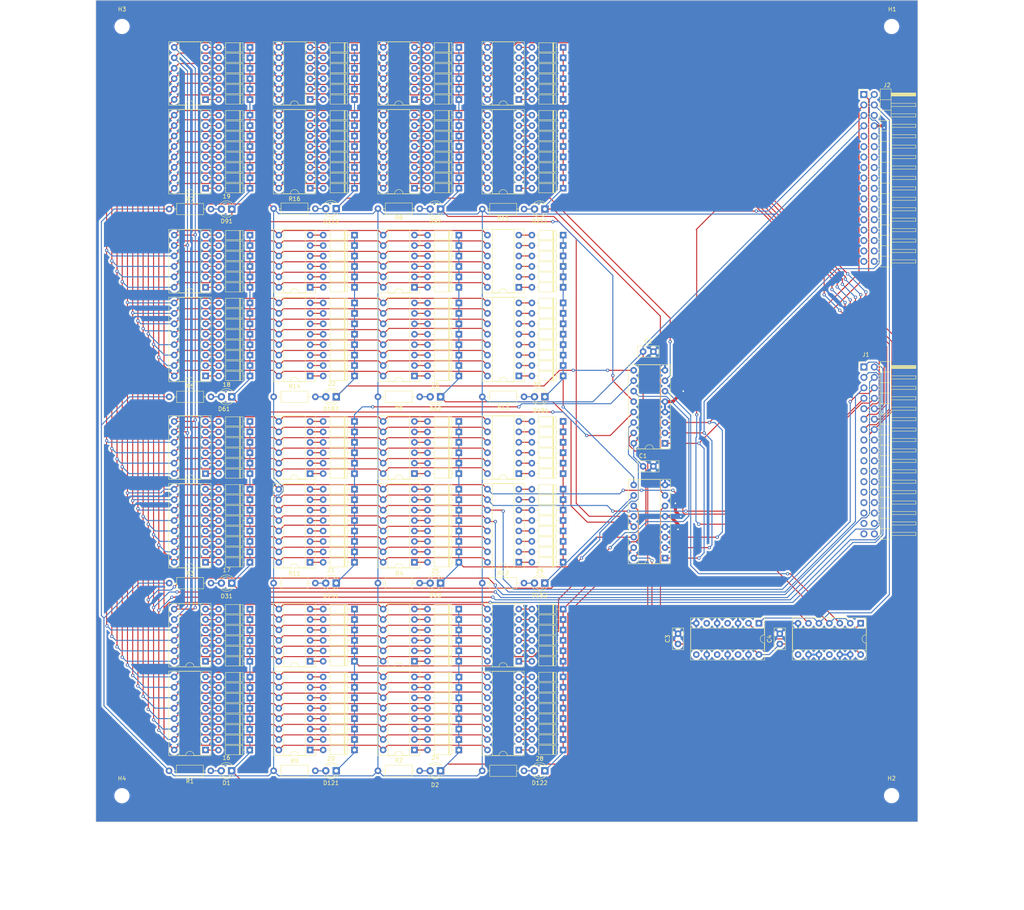
<source format=kicad_pcb>
(kicad_pcb (version 20221018) (generator pcbnew)
  (layers (0 "F.Cu" power) (31 "B.Cu" signal) (34 "B.Paste" user) (35 "F.Paste" user) (36 "B.SilkS" user "B.Silkscreen") (37 "F.SilkS" user "F.Silkscreen") (38 "B.Mask" user) (39 "F.Mask" user) (44 "Edge.Cuts" user))
  (net 0 "")
  (net 1 "+5V")
  (net 2 "GND")
  (net 3 "Net-(D1-K)")
  (net 4 "Net-(D1-A)")
  (net 5 "Net-(D10-K)")
  (net 6 "Net-(D2-A)")
  (net 7 "Net-(D3-A)")
  (net 8 "Net-(D4-A)")
  (net 9 "Net-(D5-A)")
  (net 10 "Net-(D6-A)")
  (net 11 "Net-(D7-A)")
  (net 12 "Net-(D8-A)")
  (net 13 "Net-(D9-A)")
  (net 14 "Net-(D10-A)")
  (net 15 "Net-(D11-A)")
  (net 16 "Net-(D12-A)")
  (net 17 "Net-(D13-A)")
  (net 18 "Net-(D14-A)")
  (net 19 "Net-(D15-A)")
  (net 20 "Net-(D16-A)")
  (net 21 "Net-(D17-A)")
  (net 22 "Net-(D18-A)")
  (net 23 "Net-(D19-A)")
  (net 24 "Net-(D20-A)")
  (net 25 "Net-(D21-A)")
  (net 26 "Net-(D22-A)")
  (net 27 "Net-(D23-A)")
  (net 28 "Net-(D24-A)")
  (net 29 "Net-(D25-A)")
  (net 30 "Net-(D26-A)")
  (net 31 "Net-(D27-A)")
  (net 32 "Net-(D28-A)")
  (net 33 "Net-(D29-A)")
  (net 34 "Net-(D30-A)")
  (net 35 "Net-(D31-K)")
  (net 36 "Net-(D31-A)")
  (net 37 "Net-(D32-K)")
  (net 38 "Net-(D32-A)")
  (net 39 "Net-(D33-A)")
  (net 40 "Net-(D34-A)")
  (net 41 "Net-(D35-A)")
  (net 42 "Net-(D36-A)")
  (net 43 "Net-(D37-A)")
  (net 44 "Net-(D38-A)")
  (net 45 "Net-(D39-A)")
  (net 46 "Net-(D40-A)")
  (net 47 "Net-(D41-A)")
  (net 48 "Net-(D42-A)")
  (net 49 "Net-(D43-A)")
  (net 50 "Net-(D44-A)")
  (net 51 "Net-(D45-A)")
  (net 52 "Net-(D46-A)")
  (net 53 "Net-(D47-A)")
  (net 54 "Net-(D48-A)")
  (net 55 "Net-(D49-A)")
  (net 56 "Net-(D50-A)")
  (net 57 "Net-(D51-A)")
  (net 58 "Net-(D52-A)")
  (net 59 "Net-(D53-A)")
  (net 60 "Net-(D54-A)")
  (net 61 "Net-(D55-A)")
  (net 62 "Net-(D56-A)")
  (net 63 "Net-(D57-A)")
  (net 64 "Net-(D58-A)")
  (net 65 "Net-(D59-A)")
  (net 66 "Net-(D60-A)")
  (net 67 "Net-(D61-K)")
  (net 68 "Net-(D61-A)")
  (net 69 "Net-(D62-K)")
  (net 70 "Net-(D62-A)")
  (net 71 "Net-(D63-A)")
  (net 72 "Net-(D64-A)")
  (net 73 "Net-(D65-A)")
  (net 74 "Net-(D66-A)")
  (net 75 "Net-(D67-A)")
  (net 76 "Net-(D68-A)")
  (net 77 "Net-(D69-A)")
  (net 78 "Net-(D70-A)")
  (net 79 "Net-(D71-A)")
  (net 80 "Net-(D72-A)")
  (net 81 "Net-(D73-A)")
  (net 82 "Net-(D74-A)")
  (net 83 "Net-(D75-A)")
  (net 84 "Net-(D76-A)")
  (net 85 "Net-(D77-A)")
  (net 86 "Net-(D78-A)")
  (net 87 "Net-(D79-A)")
  (net 88 "Net-(D80-A)")
  (net 89 "Net-(D81-A)")
  (net 90 "Net-(D82-A)")
  (net 91 "Net-(D83-A)")
  (net 92 "Net-(D84-A)")
  (net 93 "Net-(D85-A)")
  (net 94 "Net-(D86-A)")
  (net 95 "Net-(D87-A)")
  (net 96 "Net-(D88-A)")
  (net 97 "Net-(D89-A)")
  (net 98 "Net-(D90-A)")
  (net 99 "Net-(D101-K)")
  (net 100 "Net-(D91-A)")
  (net 101 "Net-(D100-K)")
  (net 102 "Net-(D92-A)")
  (net 103 "Net-(D93-A)")
  (net 104 "Net-(D94-A)")
  (net 105 "Net-(D95-A)")
  (net 106 "Net-(D96-A)")
  (net 107 "Net-(D97-A)")
  (net 108 "Net-(D98-A)")
  (net 109 "Net-(D99-A)")
  (net 110 "Net-(D100-A)")
  (net 111 "Net-(D101-A)")
  (net 112 "Net-(D102-A)")
  (net 113 "Net-(D103-A)")
  (net 114 "Net-(D104-A)")
  (net 115 "Net-(D105-A)")
  (net 116 "Net-(D106-A)")
  (net 117 "Net-(D107-A)")
  (net 118 "Net-(D108-A)")
  (net 119 "Net-(D109-A)")
  (net 120 "Net-(D110-A)")
  (net 121 "Net-(D111-A)")
  (net 122 "Net-(D112-A)")
  (net 123 "Net-(D113-A)")
  (net 124 "Net-(D114-A)")
  (net 125 "Net-(D115-A)")
  (net 126 "Net-(D116-A)")
  (net 127 "Net-(D117-A)")
  (net 128 "Net-(D118-A)")
  (net 129 "Net-(D119-A)")
  (net 130 "Net-(D120-A)")
  (net 131 "Net-(D121-K)")
  (net 132 "Net-(D121-A)")
  (net 133 "Net-(D122-K)")
  (net 134 "Net-(D122-A)")
  (net 135 "Net-(D123-A)")
  (net 136 "Net-(D124-A)")
  (net 137 "Net-(D125-A)")
  (net 138 "Net-(D126-A)")
  (net 139 "Net-(D127-A)")
  (net 140 "Net-(D128-A)")
  (net 141 "Net-(D129-A)")
  (net 142 "Net-(D130-A)")
  (net 143 "Net-(D131-A)")
  (net 144 "Net-(D132-A)")
  (net 145 "Net-(D133-A)")
  (net 146 "Net-(D134-A)")
  (net 147 "Net-(D135-A)")
  (net 148 "Net-(D136-A)")
  (net 149 "Net-(D137-A)")
  (net 150 "Net-(D138-A)")
  (net 151 "Net-(D139-A)")
  (net 152 "Net-(D140-A)")
  (net 153 "Net-(D141-A)")
  (net 154 "Net-(D142-A)")
  (net 155 "Net-(D143-A)")
  (net 156 "Net-(D144-A)")
  (net 157 "Net-(D145-A)")
  (net 158 "Net-(D146-A)")
  (net 159 "Net-(D147-A)")
  (net 160 "Net-(D148-A)")
  (net 161 "Net-(D149-A)")
  (net 162 "Net-(D150-A)")
  (net 163 "Net-(D151-K)")
  (net 164 "Net-(D151-A)")
  (net 165 "Net-(D152-K)")
  (net 166 "Net-(D152-A)")
  (net 167 "Net-(D153-A)")
  (net 168 "Net-(D154-A)")
  (net 169 "Net-(D155-A)")
  (net 170 "Net-(D156-A)")
  (net 171 "Net-(D157-A)")
  (net 172 "Net-(D158-A)")
  (net 173 "Net-(D159-A)")
  (net 174 "Net-(D160-A)")
  (net 175 "Net-(D161-A)")
  (net 176 "Net-(D162-A)")
  (net 177 "Net-(D163-A)")
  (net 178 "Net-(D164-A)")
  (net 179 "Net-(D165-A)")
  (net 180 "Net-(D166-A)")
  (net 181 "Net-(D167-A)")
  (net 182 "Net-(D168-A)")
  (net 183 "Net-(D169-A)")
  (net 184 "Net-(D170-A)")
  (net 185 "Net-(D171-A)")
  (net 186 "Net-(D172-A)")
  (net 187 "Net-(D173-A)")
  (net 188 "Net-(D174-A)")
  (net 189 "Net-(D175-A)")
  (net 190 "Net-(D176-A)")
  (net 191 "Net-(D177-A)")
  (net 192 "Net-(D178-A)")
  (net 193 "Net-(D179-A)")
  (net 194 "Net-(D180-A)")
  (net 195 "Net-(D181-K)")
  (net 196 "Net-(D181-A)")
  (net 197 "Net-(D182-K)")
  (net 198 "Net-(D182-A)")
  (net 199 "Net-(D183-A)")
  (net 200 "Net-(D184-A)")
  (net 201 "Net-(D185-A)")
  (net 202 "Net-(D186-A)")
  (net 203 "Net-(D187-A)")
  (net 204 "Net-(D188-A)")
  (net 205 "Net-(D189-A)")
  (net 206 "Net-(D190-A)")
  (net 207 "Net-(D191-A)")
  (net 208 "Net-(D192-A)")
  (net 209 "Net-(D193-A)")
  (net 210 "Net-(D194-A)")
  (net 211 "Net-(D195-A)")
  (net 212 "Net-(D196-A)")
  (net 213 "Net-(D197-A)")
  (net 214 "Net-(D198-A)")
  (net 215 "Net-(D199-A)")
  (net 216 "Net-(D200-A)")
  (net 217 "Net-(D201-A)")
  (net 218 "Net-(D202-A)")
  (net 219 "Net-(D203-A)")
  (net 220 "Net-(D204-A)")
  (net 221 "Net-(D205-A)")
  (net 222 "Net-(D206-A)")
  (net 223 "Net-(D207-A)")
  (net 224 "Net-(D208-A)")
  (net 225 "Net-(D209-A)")
  (net 226 "Net-(D210-A)")
  (net 227 "Net-(D211-K)")
  (net 228 "Net-(D211-A)")
  (net 229 "Net-(D212-K)")
  (net 230 "Net-(D212-A)")
  (net 231 "Net-(D213-A)")
  (net 232 "Net-(D214-A)")
  (net 233 "Net-(D215-A)")
  (net 234 "Net-(D216-A)")
  (net 235 "Net-(D217-A)")
  (net 236 "Net-(D218-A)")
  (net 237 "Net-(D219-A)")
  (net 238 "Net-(D220-A)")
  (net 239 "Net-(D221-A)")
  (net 240 "Net-(D222-A)")
  (net 241 "Net-(D223-A)")
  (net 242 "Net-(D224-A)")
  (net 243 "Net-(D225-A)")
  (net 244 "Net-(D226-A)")
  (net 245 "Net-(D227-A)")
  (net 246 "Net-(D228-A)")
  (net 247 "Net-(D229-A)")
  (net 248 "Net-(D230-A)")
  (net 249 "Net-(D231-A)")
  (net 250 "Net-(D232-A)")
  (net 251 "Net-(D233-A)")
  (net 252 "Net-(D234-A)")
  (net 253 "Net-(D235-A)")
  (net 254 "Net-(D236-A)")
  (net 255 "Net-(D237-A)")
  (net 256 "Net-(D238-A)")
  (net 257 "Net-(D239-A)")
  (net 258 "Net-(D240-A)")
  (net 259 "2oc3")
  (net 260 "2oc2")
  (net 261 "2oc1")
  (net 262 "2oc0")
  (net 263 "2ol3")
  (net 264 "2ol2")
  (net 265 "2ol1")
  (net 266 "2ol0")
  (net 267 "2Im5")
  (net 268 "2Im4")
  (net 269 "2Im3")
  (net 270 "2Im2")
  (net 271 "2Im1")
  (net 272 "2Im0")
  (net 293 "pc0")
  (net 294 "pc1")
  (net 295 "pc2")
  (net 296 "pc3")
  (net 297 "pc4")
  (net 325 "Net-(U1-Pad2)")
  (net 331 "Net-(U3-E2)")
  (net 332 "Net-(U4-E2)")
  (footprint "Package_DIP:DIP-12_W7.62mm_Socket" (layer "F.Cu") (at 345.43 208.0006 180)
    (fp_text reference "SW4" hide)
    (fp_text value "SW_DIP_x06" hide)
  )
  (footprint "LED_THT:LED_D3.0mm" (layer "F.Cu") (at 300.9442 234.6706 180)
    (fp_text reference "D1")
    (fp_text value "16")
  )
  (footprint "Resistor_THT:R_Axial_DIN0207_L6.3mm_D2.5mm_P10.16mm_Horizontal" (layer "F.Cu") (at 361.93 234.6706)
    (fp_text reference "R10" hide)
    (fp_text value "1K")
  )
  (footprint "Diode_THT:D_DO-35_SOD27_P7.62mm_Horizontal" (layer "F.Cu") (at 381.625 111.8616 180)
    (fp_text reference "D203" hide)
    (fp_text value "1N4148" hide)
  )
  (footprint "Diode_THT:D_DO-35_SOD27_P7.62mm_Horizontal" (layer "F.Cu") (at 381.625 68.6816 180)
    (fp_text reference "D231" hide)
    (fp_text value "1N4148" hide)
  )
  (footprint "Diode_THT:D_DO-35_SOD27_P7.62mm_Horizontal" (layer "F.Cu") (at 330.835 159.766 180)
    (fp_text reference "D171" hide)
    (fp_text value "1N4148" hide)
  )
  (footprint "Connector_PinHeader_2.54mm:PinHeader_2x17_P2.54mm_Horizontal" (layer "F.Cu") (at 454.8124 136.3472)
    (fp_text reference "J1")
    (fp_text value "Conn_01x34_Pin")
  )
  (footprint "Diode_THT:D_DO-35_SOD27_P7.62mm_Horizontal" (layer "F.Cu") (at 356.227231 216.909136 180)
    (fp_text reference "D14" hide)
    (fp_text value "1N4148" hide)
  )
  (footprint "Package_DIP:DIP-16_W7.62mm_Socket" (layer "F.Cu") (at 345.43 183.896 180)
    (fp_text reference "SW6" hide)
    (fp_text value "SW_DIP_x08" hide)
  )
  (footprint "Diode_THT:D_DO-35_SOD27_P7.62mm_Horizontal" (layer "F.Cu") (at 305.3842 149.606 180)
    (fp_text reference "D59" hide)
    (fp_text value "1N4148" hide)
  )
  (footprint "Diode_THT:D_DO-35_SOD27_P7.62mm_Horizontal" (layer "F.Cu") (at 356.225 168.656 180)
    (fp_text reference "D46" hide)
    (fp_text value "1N4148" hide)
  )
  (footprint "Diode_THT:D_DO-35_SOD27_P7.62mm_Horizontal" (layer "F.Cu") (at 356.225 162.306 180)
    (fp_text reference "D50" hide)
    (fp_text value "1N4148" hide)
  )
  (footprint "Diode_THT:D_DO-35_SOD27_P7.62mm_Horizontal" (layer "F.Cu") (at 330.845 114.4016 180)
    (fp_text reference "D202" hide)
    (fp_text value "1N4148" hide)
  )
  (footprint "Diode_THT:D_DO-35_SOD27_P7.62mm_Horizontal" (layer "F.Cu") (at 330.835 200.3806 180)
    (fp_text reference "D145" hide)
    (fp_text value "1N4148" hide)
  )
  (footprint "Diode_THT:D_DO-35_SOD27_P7.62mm_Horizontal" (layer "F.Cu") (at 356.213363 205.449923 180)
    (fp_text reference "D22" hide)
    (fp_text value "1N4148" hide)
  )
  (footprint "MountingHole:MountingHole_3.2mm_M3" (layer "F.Cu") (at 461.5434 240.7158)
    (fp_text reference "H2")
    (fp_text value "MountingHole")
  )
  (footprint "Diode_THT:D_DO-35_SOD27_P7.62mm_Horizontal" (layer "F.Cu") (at 381.615 181.356 180)
    (fp_text reference "D156" hide)
    (fp_text value "1N4148" hide)
  )
  (footprint "Diode_THT:D_DO-35_SOD27_P7.62mm_Horizontal" (layer "F.Cu") (at 305.3942 120.7516 180)
    (fp_text reference "D77" hide)
    (fp_text value "1N4148" hide)
  )
  (footprint "Package_DIP:DIP-14_W7.62mm_Socket" (layer "F.Cu") (at 429.26 198.755 -90)
    (fp_text reference "U1" hide)
    (fp_text value "CD74HC14")
  )
  (footprint "Package_DIP:DIP-16_W7.62mm_Socket" (layer "F.Cu") (at 345.43 229.5906 180)
    (fp_text reference "SW2" hide)
    (fp_text value "SW_DIP_x08" hide)
  )
  (footprint "Resistor_THT:R_Axial_DIN0207_L6.3mm_D2.5mm_P10.16mm_Horizontal" (layer "F.Cu") (at 336.54 234.6706)
    (fp_text reference "R2")
    (fp_text value "1K")
  )
  (footprint "Resistor_THT:R_Axial_DIN0207_L6.3mm_D2.5mm_P10.16mm_Horizontal" (layer "F.Cu") (at 285.75 143.6116)
    (fp_text reference "R5")
    (fp_text value "1K")
  )
  (footprint "LED_THT:LED_D3.0mm" (layer "F.Cu") (at 351.79 188.976 180)
    (fp_text reference "D32")
    (fp_text value "25")
  )
  (footprint "Diode_THT:D_DO-35_SOD27_P7.62mm_Horizontal" (layer "F.Cu") (at 356.235 87.7316 180)
    (fp_text reference "D98" hide)
    (fp_text value "1N4148" hide)
  )
  (footprint "Capacitor_THT:C_Disc_D5.0mm_W2.5mm_P2.50mm" (layer "F.Cu") (at 434.34 203.795 90)
    (fp_text reference "C4")
    (fp_text value "0.1μ")
  )
  (footprint "Diode_THT:D_DO-35_SOD27_P7.62mm_Horizontal" (layer "F.Cu") (at 356.235 128.3716 180)
    (fp_text reference "D72" hide)
    (fp_text value "1N4148" hide)
  )
  (footprint "LED_THT:LED_D3.0mm" (layer "F.Cu") (at 351.79 97.8916 180)
    (fp_text reference "D92")
    (fp_text value "27")
  )
  (footprint "Diode_THT:D_DO-35_SOD27_P7.62mm_Horizontal" (layer "F.Cu") (at 305.3942 82.6516 180)
    (fp_text reference "D101" hide)
    (fp_text value "1N4148" hide)
  )
  (footprint "Diode_THT:D_DO-35_SOD27_P7.62mm_Horizontal" (layer "F.Cu") (at 305.3942 77.5716 180)
    (fp_text reference "D105" hide)
    (fp_text value "1N4148" hide)
  )
  (footprint "Diode_THT:D_DO-35_SOD27_P7.62mm_Horizontal" (layer "F.Cu") (at 330.835 152.146 180)
    (fp_text reference "D177" hide)
    (fp_text value "1N4148" hide)
  )
  (footprint "Package_DIP:DIP-16_W7.62mm_Socket" (layer "F.Cu") (at 370.82 229.6006 180)
    (fp_text reference "SW18" hide)
    (fp_text value "SW_DIP_x08" hide)
  )
  (footprint "LED_THT:LED_D3.0mm" (layer "F.Cu") (at 377.17 188.976 180)
    (fp_text reference "D152")
    (fp_text value "29")
  )
  (footprint "Diode_THT:D_DO-35_SOD27_P7.62mm_Horizontal" (layer "F.Cu") (at 381.615 216.8906 180)
    (fp_text reference "D134" hide)
    (fp_text value "1N4148" hide)
  )
  (footprint "Diode_THT:D_DO-35_SOD27_P7.62mm_Horizontal" (layer "F.Cu") (at 356.235 66.1416 180)
    (fp_text reference "D114" hide)
    (fp_text value "1N4148" hide)
  )
  (footprint "Diode_THT:D_DO-35_SOD27_P7.62mm_Horizontal" (layer "F.Cu") (at 330.845 135.9916 180)
    (fp_text reference "D186" hide)
    (fp_text value "1N4148" hide)
  )
  (footprint "Diode_THT:D_DO-35_SOD27_P7.62mm_Horizontal" (layer "F.Cu") (at 330.845 92.8116 180)
    (fp_text reference "D214" hide)
    (fp_text value "1N4148" hide)
  )
  (footprint "Diode_THT:D_DO-35_SOD27_P7.62mm_Horizontal" (layer "F.Cu") (at 330.845 104.2416 180)
    (fp_text reference "D210" hide)
    (fp_text value "1N4148" hide)
  )
  (footprint "LED_THT:LED_D3.0mm" (layer "F.Cu") (at 351.79 234.6706 180)
    (fp_text reference "D2")
    (fp_text value "24")
  )
  (footprint "Diode_THT:D_DO-35_SOD27_P7.62mm_Horizontal" (layer "F.Cu") (at 356.227231 221.989136 180)
    (fp_text reference "D10" hide)
    (fp_text value "1N4148" hide)
  )
  (footprint "Package_DIP:DIP-12_W7.62mm_Socket" (layer "F.Cu") (at 320.05 116.9416 180)
    (fp_text reference "SW28" hide)
    (fp_text value "SW_DIP_x06")
  )
  (footprint "Diode_THT:D_DO-35_SOD27_P7.62mm_Horizontal" (layer "F.Cu") (at 305.3942 68.6816 180)
    (fp_text reference "D111" hide)
    (fp_text value "1N4148" hide)
  )
  (footprint "Resistor_THT:R_Axial_DIN0207_L6.3mm_D2.5mm_P10.16mm_Horizontal" (layer "F.Cu") (at 361.93 188.976)
    (fp_text reference "R12")
    (fp_text value "1K")
  )
  (footprint "Package_DIP:DIP-16_W7.62mm_Socket" (layer "F.Cu") (at 320.05 138.5316 180)
    (fp_text reference "SW26" hide)
    (fp_text value "SW_DIP_x08" hide)
  )
  (footprint "Diode_THT:D_DO-35_SOD27_P7.62mm_Horizontal" (layer "F.Cu") (at 381.615 166.116 180)
    (fp_text reference "D168" hide)
    (fp_text value "1N4148" hide)
  )
  (footprint "LED_THT:LED_D3.0mm" (layer "F.Cu") (at 351.8 143.6116 180)
    (fp_text reference "D62")
    (fp_text value "26")
  )
  (footprint "Package_DIP:DIP-12_W7.62mm_Socket" (layer "F.Cu") (at 370.82 208.0006 180)
    (fp_text reference "SW20" hide)
    (fp_text value "SW_DIP_x06" hide)
  )
  (footprint "Diode_THT:D_DO-35_SOD27_P7.62mm_Horizontal" (layer "F.Cu") (at 305.348058 224.572396 180)
    (fp_text reference "D7" hide)
    (fp_text value "1N4148" hide)
  )
  (footprint "Diode_THT:D_DO-35_SOD27_P7.62mm_Horizontal" (layer "F.Cu") (at 330.845 138.5316 180)
    (fp_text reference "D184" hide)
    (fp_text value "1N4148" hide)
  )
  (footprint "Diode_THT:D_DO-35_SOD27_P7.62mm_Horizontal" (layer "F.Cu") (at 330.845 61.0616 180)
    (fp_text reference "D238" hide)
    (fp_text value "1N4148" hide)
  )
  (footprint "Diode_THT:D_DO-35_SOD27_P7.62mm_Horizontal" (layer "F.Cu") (at 330.835 229.5906 180)
    (fp_text reference "D123" hide)
    (fp_text value "1N4148" hide)
  )
  (footprint "Diode_THT:D_DO-35_SOD27_P7.62mm_Horizontal" (layer "F.Cu") (at 356.225 171.196 180)
    (fp_text reference "D44" hide)
    (fp_text value "1N4148" hide)
  )
  (footprint "Resistor_THT:R_Axial_DIN0207_L6.3mm_D2.5mm_P10.16mm_Horizontal" (layer "F.Cu") (at 311.155 97.79)
    (fp_text reference "R16")
    (fp_text value "1K")
  )
  (footprint "LED_THT:LED_D3.0mm" (layer "F.Cu") (at 326.4 143.6116 180)
    (fp_text reference "D182")
    (fp_text value "22")
  )
  (footprint "LED_THT:LED_D3.0mm" (layer "F.Cu") (at 377.19 97.8916 180)
    (fp_text reference "D211")
    (fp_text value "31")
  )
  (footprint "Diode_THT:D_DO-35_SOD27_P7.62mm_Horizontal" (layer "F.Cu") (at 330.835 195.3006 180)
    (fp_text reference "D149" hide)
    (fp_text value "1N4148" hide)
  )
  (footprint "MountingHole:MountingHole_3.2mm_M3" (layer "F.Cu") (at 274.2438 240.7412)
    (fp_text reference "H4")
    (fp_text value "MountingHole")
  )
  (footprint "LED_THT:LED_D3.0mm" (layer "F.Cu") (at 326.395 234.6706 180)
    (fp_text reference "D121")
    (fp_text value "20")
  )
  (footprint "Capacitor_THT:C_Disc_D5.0mm_W2.5mm_P2.50mm" (layer "F.Cu") (at 401.076 160.5334)
    (fp_text reference "C1")
    (fp_text value "0.1μ")
  )
  (footprint "MountingHole:MountingHole_3.2mm_M3" (layer "F.Cu") (at 274.2692 53.4416)
    (fp_text reference "H3")
    (fp_text value "MountingHole" hide)
  )
  (footprint "Package_DIP:DIP-12_W7.62mm_Socket" (layer "F.Cu") (at 320.04 71.2216 180)
    (fp_text reference "SW32" hide)
    (fp_text value "SW_DIP_x06")
  )
  (footprint "Diode_THT:D_DO-35_SOD27_P7.62mm_Horizontal" (layer "F.Cu") (at 356.227231 214.369136 180)
    (fp_text reference "D16" hide)
    (fp_text value "1N4148" hide)
  )
  (footprint "Package_DIP:DIP-16_W7.62mm_Socket" (layer "F.Cu") (at 406.4 154.94 180)
    (fp_text reference "U3" hide)
    (fp_text value "74HC138")
  )
  (footprint "Diode_THT:D_DO-35_SOD27_P7.62mm_Horizontal" (layer "F.Cu") (at 356.225 159.766 180)
    (fp_text reference "D52" hide)
    (fp_text value "1N4148" hide)
  )
  (footprint "Diode_THT:D_DO-35_SOD27_P7.62mm_Horizontal" (layer "F.Cu") (at 330.845 123.2916 180)
    (fp_text reference "D196" hide)
    (fp_text value "1N4148" hide)
  )
  (footprint "Diode_THT:D_DO-35_SOD27_P7.62mm_Horizontal" (layer "F.Cu") (at 381.625 82.6516 180)
    (fp_text reference "D221" hide)
    (fp_text value "1N4148" hide)
  )
  (footprint "Package_DIP:DIP-12_W7.62mm_Socket" (layer "F.Cu") (at 345.44 116.9416 180)
    (fp_text reference "SW12" hide)
    (fp_text value "SW_DIP_x06")
  )
  (footprint "Diode_THT:D_DO-35_SOD27_P7.62mm_Horizontal" (layer "F.Cu") (at 330.845 80.1116 180)
    (fp_text reference "D224" hide)
    (fp_text value "1N4148" hide)
  )
  (footprint "Diode_THT:D_DO-35_SOD27_P7.62mm_Horizontal" (layer "F.Cu") (at 330.835 214.3506 180)
    (fp_text reference "D135" hide)
    (fp_text value "1N4148" hide)
  )
  (footprint "Diode_THT:D_DO-35_SOD27_P7.62mm_Horizontal" (layer "F.Cu") (at 356.235 109.3216 180)
    (fp_text reference "D86" hide)
    (fp_text value "1N4148" hide)
  )
  (footprint "Package_DIP:DIP-12_W7.62mm_Socket" (layer "F.Cu") (at 370.82 116.9416 180)
    (fp_text reference "SW27" hide)
    (fp_text value "SW_DIP_x06")
  )
  (footprint "Diode_THT:D_DO-35_SOD27_P7.62mm_Horizontal" (layer "F.Cu") (at 381.615 221.9706 180)
    (fp_text reference "D130" hide)
    (fp_text value "1N4148" hide)
  )
  (footprint "Diode_THT:D_DO-35_SOD27_P7.62mm_Horizontal" (layer "F.Cu") (at 305.348058 229.622529 180)
    (fp_text reference "D3" hide)
    (fp_text value "1N4148" hide)
  )
  (footprint "Diode_THT:D_DO-35_SOD27_P7.62mm_Horizontal" (layer "F.Cu") (at 381.625 80.1116 180)
    (fp_text reference "D223" hide)
    (fp_text value "1N4148" hide)
  )
  (footprint "Diode_THT:D_DO-35_SOD27_P7.62mm_Horizontal" (layer "F.Cu") (at 330.835 219.4306 180)
    (fp_text reference "D131" hide)
    (fp_text value "1N4148" hide)
  )
  (footprint "Diode_THT:D_DO-35_SOD27_P7.62mm_Horizontal" (layer "F.Cu") (at 356.235 123.2916 180)
    (fp_text reference "D76" hide)
    (fp_text value "1N4148" hide)
  )
  (footprint "Diode_THT:D_DO-35_SOD27_P7.62mm_Horizontal" (layer "F.Cu") (at 381.615 183.896 180)
    (fp_text reference "D154" hide)
    (fp_text value "1N4148" hide)
  )
  (footprint "Package_DIP:DIP-12_W7.62mm_Socket" (layer "F.Cu") (at 345.44 71.2216 180)
    (fp_text reference "SW16" hide)
    (fp_text value "SW_DIP_x06")
  )
  (footprint "Diode_THT:D_DO-35_SOD27_P7.62mm_Horizontal" (layer "F.Cu") (at 356.235 104.2416 180)
    (fp_text reference "D90" hide)
    (fp_text value "1N4148" hide)
  )
  (footprint "Diode_THT:D_DO-35_SOD27_P7.62mm_Horizontal" (layer "F.Cu") (at 330.835 208.0006 180)
    (fp_text reference "D139" hide)
    (fp_text value "1N4148" hide)
  )
  (footprint "Diode_THT:D_DO-35_SOD27_P7.62mm_Horizontal" (layer "F.Cu") (at 381.615 178.816 180)
    (fp_text reference "D158" hide)
    (fp_text value "1N4148" hide)
  )
  (footprint "Diode_THT:D_DO-35_SOD27_P7.62mm_Horizontal" (layer "F.Cu") (at 356.235 106.7816 180)
    (fp_text reference "D88" hide)
    (fp_text value "1N4148" hide)
  )
  (footprint "Diode_THT:D_DO-35_SOD27_P7.62mm_Horizontal" (layer "F.Cu") (at 381.615 229.5906 180)
    (fp_text reference "D124" hide)
    (fp_text value "1N4148" hide)
  )
  (footprint "Diode_THT:D_DO-35_SOD27_P7.62mm_Horizontal" (layer "F.Cu") (at 381.625 116.9416 180)
    (fp_text reference "D199" hide)
    (fp_text value "1N4148" hide)
  )
  (footprint "Diode_THT:D_DO-35_SOD27_P7.62mm_Horizontal" (layer "F.Cu") (at 381.625 120.7516 180)
    (fp_text reference "D197" hide)
    (fp_text value "1N4148" hide)
  )
  (footprint "Diode_THT:D_DO-35_SOD27_P7.62mm_Horizontal" (layer "F.Cu") (at 330.835 154.686 180)
    (fp_text reference "D175" hide)
    (fp_text value "1N4148" hide)
  )
  (footprint "Package_DIP:DIP-12_W7.62mm_Socket" (layer "F.Cu") (at 370.82 162.306 180)
    (fp_text reference "SW24" hide)
    (fp_text value "SW_DIP_x06" hide)
  )
  (footprint "Diode_THT:D_DO-35_SOD27_P7.62mm_Horizontal" (layer "F.Cu") (at 381.615 202.9206 180)
    (fp_text reference "D144" hide)
    (fp_text value "1N4148" hide)
  )
  (footprint "Diode_THT:D_DO-35_SOD27_P7.62mm_Horizontal" (layer "F.Cu") (at 356.235 90.2716 180)
    (fp_text reference "D96" hide)
    (fp_text value "1N4148" hide)
  )
  (footprint "Diode_THT:D_DO-35_SOD27_P7.62mm_Horizontal" (layer "F.Cu") (at 356.235 82.6516 180)
    (fp_text reference "D102" hide)
    (fp_text value "1N4148" hide)
  )
  (footprint "Diode_THT:D_DO-35_SOD27_P7.62mm_Horizontal" (layer "F.Cu") (at 330.845 106.7816 180)
    (fp_text reference "D208" hide)
    (fp_text value "1N4148" hide)
  )
  (footprint "Resistor_THT:R_Axial_DIN0207_L6.3mm_D2.5mm_P10.16mm_Horizontal" (layer "F.Cu") (at 311.15 188.976)
    (fp_text reference "R11")
    (fp_text value "1K")
  )
  (footprint "Diode_THT:D_DO-35_SOD27_P7.62mm_Horizontal" (layer "F.Cu") (at 305.3942 90.2716 180)
    (fp_text reference "D95" hide)
    (fp_text value "1N4148" hide)
  )
  (footprint "Diode_THT:D_DO-35_SOD27_P7.62mm_Horizontal" (layer "F.Cu") (at 305.3942 109.3216 180)
    (fp_text reference "D85" hide)
    (fp_text value "1N4148" hide)
  )
  (footprint "Diode_THT:D_DO-35_SOD27_P7.62mm_Horizontal" (layer "F.Cu") (at 381.615 176.276 180)
    (fp_text reference "D160" hide)
    (fp_text value "1N4148" hide)
  )
  (footprint "Package_DIP:DIP-12_W7.62mm_Socket" (layer "F.Cu") (at 320.03 162.306 180)
    (fp_text reference "SW23" hide)
    (fp_text value "SW_DIP_x06")
  )
  (footprint "Diode_THT:D_DO-35_SOD27_P7.62mm_Horizontal" (layer "F.Cu") (at 305.3842 205.486 180)
    (fp_text reference "D21" hide)
    (fp_text value "1N4148" hide)
  )
  (footprint "Diode_THT:D_DO-35_SOD27_P7.62mm_Horizontal" (layer "F.Cu") (at 356.235 130.9116 180)
    (fp_text reference "D70" hide)
    (fp_text value "1N4148" hide)
  )
  (footprint "Diode_THT:D_DO-35_SOD27_P7.62mm_Horizontal" (layer "F.Cu") (at 330.845 85.1916 180)
    (fp_text reference "D220" hide)
    (fp_text value "1N4148" hide)
  )
  (footprint "Diode_THT:D_DO-35_SOD27_P7.62mm_Horizontal" (layer "F.Cu") (at 330.845 87.7316 180)
    (fp_text reference "D218" hide)
    (fp_text value "1N4148" hide)
  )
  (footprint "Package_DIP:DIP-16_W7.62mm_Socket" (layer "F.Cu") (at 294.5892 229.5906 180)
    (fp_text reference "SW1" hide)
    (fp_text value "SW_DIP_x08" hide)
  )
  (footprint "Diode_THT:D_DO-35_SOD27_P7.62mm_Horizontal" (layer "F.Cu") (at 381.625 92.8116 180)
    (fp_text reference "D213" hide)
    (fp_text value "1N4148" hide)
  )
  (footprint "LED_THT:LED_D3.0mm" (layer "F.Cu") (at 300.995 143.6116 180)
    (fp_text reference "D61")
    (fp_text value "18")
  )
  (footprint "Diode_THT:D_DO-35_SOD27_P7.62mm_Horizontal" (layer "F.Cu") (at 305.3942 130.9116 180)
    (fp_text reference "D69" hide)
    (fp_text value "1N4148" hide)
  )
  (footprint "Diode_THT:D_DO-35_SOD27_P7.62mm_Horizontal" (layer "F.Cu") (at 305.348058 227.109103 180)
    (fp_text reference "D5" hide)
    (fp_text value "1N4148" hide)
  )
  (footprint "Diode_THT:D_DO-35_SOD27_P7.62mm_Horizontal" (layer "F.Cu") (at 356.235 92.8116 180)
    (fp_text reference "D94" hide)
    (fp_text value "1N4148" hide)
  )
  (footprint "Package_DIP:DIP-16_W7.62mm_Socket" (layer "F.Cu") (at 320.04 229.5906 180)
    (fp_text reference "SW17" hide)
    (fp_text value "SW_DIP_x08" hide)
  )
  (footprint "Diode_THT:D_DO-35_SOD27_P7.62mm_Horizontal" (layer "F.Cu") (at 330.845 111.8616 180)
    (fp_text reference "D204" hide)
    (fp_text value "1N4148" hide)
  )
  (footprint "Package_DIP:DIP-16_W7.62mm_Socket" (layer "F.Cu") (at 370.83 138.5316 180)
    (fp_text reference "SW25" hide)
    (fp_text value "SW_DIP_x08" hide)
  )
  (footprint "Diode_THT:D_DO-35_SOD27_P7.62mm_Horizontal" (layer "F.Cu") (at 356.235 125.8316 180)
    (fp_text reference "D74" hide)
    (fp_text value "1N4148" hide)
  )
  (footprint "Diode_THT:D_DO-35_SOD27_P7.62mm_Horizontal" (layer "F.Cu") (at 381.625 128.3716 180)
    (fp_text reference "D191" hide)
    (fp_text value "1N4148" hide)
  )
  (footprint "Diode_THT:D_DO-35_SOD27_P7.62mm_Horizontal" (layer "F.Cu") (at 305.3942 125.8316 180)
    (fp_text reference "D73" hide)
    (fp_text value "1N4148" hide)
  )
  (footprint "Capacitor_THT:C_Disc_D5.0mm_W2.5mm_P2.50mm" (layer "F.Cu") (at 401.076 132.6034)
    (fp_text reference "C2")
    (fp_text value "0.1μ")
  )
  (footprint "Diode_THT:D_DO-35_SOD27_P7.62mm_Horizontal" (layer "F.Cu") (at 330.845 125.8316 180)
    (fp_text reference "D194" hide)
    (fp_text value "1N4148" hide)
  )
  (footprint "Diode_THT:D_DO-35_SOD27_P7.62mm_Horizontal" (layer "F.Cu") (at 330.835 168.656 180)
    (fp_text reference "D165" hide)
    (fp_text value "1N4148" hide)
  )
  (footprint "Diode_THT:D_DO-35_SOD27_P7.62mm_Horizontal" (layer "F.Cu") (at 356.213363 200.369923 180)
    (fp_text reference "D26" hide)
    (fp_text value "1N4148" hide)
  )
  (footprint "Diode_THT:D_DO-35_SOD27_P7.62mm_Horizontal" (layer "F.Cu") (at 305.3942 138.5316 180)
    (fp_text reference "D63" hide)
    (fp_text value "1N4148" hide)
  )
  (footprint "Diode_THT:D_DO-35_SOD27_P7.62mm_Horizontal" (layer "F.Cu") (at 330.845 63.6016 180)
    (fp_text reference "D236" hide)
    (fp_text value "1N4148" hide)
  )
  (footprint "Diode_THT:D_DO-35_SOD27_P7.62mm_Horizontal" (layer "F.Cu") (at 381.615 224.5106 180)
    (fp_text reference "D128" hide)
    (fp_text value "1N4148" hide)
  )
  (footprint "Diode_THT:D_DO-35_SOD27_P7.62mm_Horizontal" (layer "F.Cu") (at 381.625 133.4516 180)
    (fp_text reference "D187" hide)
    (fp_text value "1N4148" hide)
  )
  (footprint "Diode_THT:D_DO-35_SOD27_P7.62mm_Horizontal" (layer "F.Cu") (at 330.835 171.196 180)
    (fp_text reference "D163" hide)
    (fp_text value "1N4148" hide)
  )
  (footprint "Diode_THT:D_DO-35_SOD27_P7.62mm_Horizontal" (layer "F.Cu") (at 356.225 176.276 180)
    (fp_text reference "D40" hide)
    (fp_text value "1N4148" hide)
  )
  (footprint "Resistor_THT:R_Axial_DIN0207_L6.3mm_D2.5mm_P10.16mm_Horizontal" (layer "F.Cu") (at 336.54 188.976)
    (fp_text reference "R4")
    (fp_text value "1K")
  )
  (footprint "Diode_THT:D_DO-35_SOD27_P7.62mm_Horizontal" (layer "F.Cu") (at 330.845 109.3216 180)
    (fp_text reference "D206" hide)
    (fp_text value "1N4148" hide)
  )
  (footprint "Diode_THT:D_DO-35_SOD27_P7.62mm_Horizontal" (layer "F.Cu") (at 356.225 157.226 180)
    (fp_text reference "D54" hide)
    (fp_text value "1N4148" hide)
  )
  (footprint "Diode_THT:D_DO-35_SOD27_P7.62mm_Horizontal" (layer "F.Cu") (at 381.615 211.8106 180)
    (fp_text reference "D138" hide)
    (fp_text value "1N4148" hide)
  )
  (footprint "Diode_THT:D_DO-35_SOD27_P7.62mm_Horizontal" (layer "F.Cu") (at 305.3942 61.0616 180)
    (fp_text reference "D117" hide)
    (fp_text value "1N4148" hide)
  )
  (footprint "Diode_THT:D_DO-35_SOD27_P7.62mm_Horizontal" (layer "F.Cu") (at 330.835 205.4606 180)
    (fp_text reference "D141" hide)
    (fp_text value "1N4148" hide)
  )
  (footprint "Diode_THT:D_DO-35_SOD27_P7.62mm_Horizontal" (layer "F.Cu") (at 381.625 90.2716 180)
    (fp_text reference "D215" hide)
    (fp_text value "1N4148" hide)
  )
  (footprint "Diode_THT:D_DO-35_SOD27_P7.62mm_Horizontal" (layer "F.Cu") (at 305.3942 71.2216 180)
    (fp_text reference "D109" hide)
    (fp_text value "1N4148" hide)
  )
  (footprint "LED_THT:LED_D3.0mm" (layer "F.Cu") (at 377.17 234.6706 180)
    (fp_text reference "D122")
    (fp_text value "28")
  )
  (footprint "Diode_THT:D_DO-35_SOD27_P7.62mm_Horizontal" (layer "F.Cu") (at 330.845 75.0316 180)
    (fp_text reference "D228" hide)
    (fp_text value "1N4148" hide)
  )
  (footprint "Diode_THT:D_DO-35_SOD27_P7.62mm_Horizontal" (layer "F.Cu") (at 356.213363 197.829923 180)
    (fp_text reference "D28" hide)
    (fp_text value "1N4148" hide)
  )
  (footprint "Diode_THT:D_DO-35_SOD27_P7.62mm_Horizontal" (layer "F.Cu") (at 305.3842 171.196 180)
    (fp_text reference "D43" hide)
    (fp_text value "1N4148" hide)
  )
  (footprint "Diode_THT:D_DO-35_SOD27_P7.62mm_Horizontal" (layer "F.Cu") (at 305.3942 116.9416 180)
    (fp_text reference "D79" hide)
    (fp_text value "1N4148" hide)
  )
  (footprint "Resistor_THT:R_Axial_DIN0207_L6.3mm_D2.5mm_P10.16mm_Horizontal" (layer "F.Cu") (at 285.75 188.976)
    (fp_text reference "R3")
    (fp_text value "1K")
  )
  (footprint "Diode_THT:D_DO-35_SOD27_P7.62mm_Horizontal" (layer "F.Cu") (at 381.615 197.8406 180)
    (fp_text reference "D148" hide)
    (fp_text value "1N4148" hide)
  )
  (footprint "Diode_THT:D_DO-35_SOD27_P7.62mm_Horizontal" (layer "F.Cu") (at 381.625 138.5316 180)
    (fp_text reference "D183" hide)
    (fp_text value "1N4148" hide)
  )
  (footprint "Diode_THT:D_DO-35_SOD27_P7.62mm_Horizontal" (layer "F.Cu") (at 305.3942 128.3716 180)
    (fp_text reference "D71" hide)
    (fp_text value "1N4148" hide)
  )
  (footprint "Resistor_THT:R_Axial_DIN0207_L6.3mm_D2.5mm_P10.16mm_Horizontal" (layer "F.Cu") (at 285.75 97.8916)
    (fp_text reference "R7")
    (fp_text value "1K")
  )
  (footprint "Diode_THT:D_DO-35_SOD27_P7.62mm_Horizontal" (layer "F.Cu") (at 305.3942 87.7316 180)
    (fp_text reference "D97" hide)
    (fp_text value "1N4148" hide)
  )
  (footprint "Package_DIP:DIP-16_W7.62mm_Socket" (layer "F.Cu") (at 320.02 183.906 180)
    (fp_text reference "SW21" hide)
    (fp_text value "SW_DIP_x08" hide)
  )
  (footprint "Diode_THT:D_DO-35_SOD27_P7.62mm_Horizontal" (layer "F.Cu") (at 381.615 173.736 180)
    (fp_text reference "D162" hide)
    (fp_text value "1N4148" hide)
  )
  (footprint "Package_DIP:DIP-16_W7.62mm_Socket" (layer "F.Cu") (at 370.82 183.896 180)
    (fp_text reference "SW22" hide)
    (fp_text value "SW_DIP_x08" hide)
  )
  (footprint "Diode_THT:D_DO-35_SOD27_P7.62mm_Horizontal" (layer "F.Cu") (at 381.625 109.3216 180)
    (fp_text reference "D205" hide)
    (fp_text value "1N4148" hide)
  )
  (footprint "Diode_THT:D_DO-35_SOD27_P7.62mm_Horizontal" (layer "F.Cu") (at 356.225 173.736 180)
    (fp_text reference "D42" hide)
    (fp_text value "1N4148" hide)
  )
  (footprint "Diode_THT:D_DO-35_SOD27_P7.62mm_Horizontal" (layer "F.Cu") (at 330.845 128.3716 180)
    (fp_text reference "D192" hide)
    (fp_text value "1N4148" hide)
  )
  (footprint "Package_DIP:DIP-16_W7.62mm_Socket" (layer "F.Cu") (at 406.41 182.87 180)
    (fp_text reference "U4" hide)
    (fp_text value "74HC138")
  )
  (footprint "Diode_THT:D_DO-35_SOD27_P7.62mm_Horizontal" (layer "F.Cu") (at 356.235 80.1116 180)
    (fp_text reference "D104" hide)
    (fp_text value "1N4148" hide)
  )
  (footprint "Diode_THT:D_DO-35_SOD27_P7.62mm_Horizontal" (layer "F.Cu") (at 356.235 111.8616 180)
    (fp_text reference "D84" hide)
    (fp_text value "1N4148" hide)
  )
  (footprint "Diode_THT:D_DO-35_SOD27_P7.62mm_Horizontal" (layer "F.Cu") (at 356.225 149.606 180)
    (fp_text reference "D60" hide)
    (fp_text value "1N4148" hide)
  )
  (footprint "Diode_THT:D_DO-35_SOD27_P7.62mm_Horizontal" (layer "F.Cu") (at 330.835 227.0506 180)
    (fp_text reference "D125" hide)
    (fp_text value "1N4148" hide)
  )
  (footprint "Diode_THT:D_DO-35_SOD27_P7.62mm_Horizontal" (layer "F.Cu") (at 381.625 61.0616 180)
    (fp_text reference "D237" hide)
    (fp_text value "1N4148" hide)
  )
  (footprint "Diode_THT:D_DO-35_SOD27_P7.62mm_Horizontal" (layer "F.Cu") (at 381.625 104.2416 180)
    (fp_text reference "D209" hide)
    (fp_text value "1N4148" hide)
  )
  (footprint "Diode_THT:D_DO-35_SOD27_P7.62mm_Horizontal" (layer "F.Cu") (at 381.615 214.3506 180)
    (fp_text reference "D136" hide)
    (fp_text value "1N4148" hide)
  )
  (footprint "Diode_THT:D_DO-35_SOD27_P7.62mm_Horizontal" (layer "F.Cu") (at 305.3624 219.479542 180)
    (fp_text reference "D11" hide)
    (fp_text value "1N4148" hide)
  )
  (footprint "Diode_THT:D_DO-35_SOD27_P7.62mm_Horizontal" (layer "F.Cu") (at 305.3842 157.226 180)
    (fp_text reference "D53" hide)
    (fp_text value "1N4148" hide)
  )
  (footprint "Diode_THT:D_DO-35_SOD27_P7.62mm_Horizontal" (layer "F.Cu") (at 305.3842 162.306 180)
    (fp_text reference "D49" hide)
    (fp_text value "1N4148" hide)
  )
  (footprint "Diode_THT:D_DO-35_SOD27_P7.62mm_Horizontal" (layer "F.Cu") (at 356.213363 195.289923 180)
    (fp_text reference "D30" hide)
    (fp_text value "1N4148" hide)
  )
  (footprint "Diode_THT:D_DO-35_SOD27_P7.62mm_Horizontal" (layer "F.Cu") (at 356.235 85.1916 180)
    (fp_text reference "D100" hide)
    (fp_text value "1N4148" hide)
  )
  (footprint "Diode_THT:D_DO-35_SOD27_P7.62mm_Horizontal" (layer "F.Cu") (at 381.625 63.6016 180)
    (fp_text reference "D235" hide)
    (fp_text value "1N4148" hide)
  )
  (footprint "LED_THT:LED_D3.0mm" (layer "F.Cu") (at 377.18 143.6116 180)
    (fp_text reference "D181")
    (fp_text value "30")
  )
  (footprint "Package_DIP:DIP-12_W7.62mm_Socket" (layer "F.Cu") (at 294.5892 162.306 180)
    (fp_text reference "SW7" hide)
    (fp_text value "SW_DIP_x06")
  )
  (footprint "Diode_THT:D_DO-35_SOD27_P7.62mm_Horizontal" (layer "F.Cu") (at 330.845 66.1416 180)
    (fp_text reference "D234" hide)
    (fp_text value "1N4148" hide)
  )
  (footprint "Diode_THT:D_DO-35_SOD27_P7.62mm_Horizontal" (layer "F.Cu") (at 381.625 71.2216 180)
    (fp_text reference "D229" hide)
    (fp_text value "1N4148" hide)
  )
  (footprint "Diode_THT:D_DO-35_SOD27_P7.62mm_Horizontal" (layer "F.Cu") (at 330.835 176.276 180)
    (fp_text reference "D159" hide)
    (fp_text value "1N4148" hide)
  )
  (footprint "Diode_THT:D_DO-35_SOD27_P7.62mm_Horizontal" (layer "F.Cu") (at 381.615 168.656 180)
    (fp_text reference "D166" hide)
    (fp_text value "1N4148" hide)
  )
  (footprint "Diode_THT:D_DO-35_SOD27_P7.62mm_Horizontal" (layer "F.Cu") (at 356.248 211.829136 180)
    (fp_text reference "D18" hide)
    (fp_text value "1N4148" hide)
  )
  (footprint "Package_DIP:DIP-14_W7.62mm_Socket" (layer "F.Cu") (at 454.025 198.755 -90)
    (fp_text reference "U2" hide)
    (fp_text value "CD74HC08")
  )
  (footprint "Diode_THT:D_DO-35_SOD27_P7.62mm_Horizontal" (layer "F.Cu") (at 356.235 68.6816 180)
    (fp_text reference "D112" hide)
    (fp_text value "1N4148" hide)
  )
  (footprint "Diode_THT:D_DO-35_SOD27_P7.62mm_Horizontal" (layer "F.Cu") (at 356.235 77.5716 180)
    (fp_text reference "D106" hide)
    (fp_text value "1N4148" hide)
  )
  (footprint "Diode_THT:D_DO-35_SOD27_P7.62mm_Horizontal" (layer "F.Cu") (at 330.845 58.5216 180)
    (fp_text reference "D240" hide)
    (fp_text value "1N4148" hide)
  )
  (footprint "Diode_THT:D_DO-35_SOD27_P7.62mm_Horizontal" (layer "F.Cu") (at 381.625 125.8316 180)
    (fp_text reference "D193" hide)
    (fp_text value "1N4148" hide)
  )
  (footprint "LED_THT:LED_D3.0mm" (layer "F.Cu") (at 326.39 188.976 180)
    (fp_text reference "D151")
    (fp_text value "21")
  )
  (footprint "Diode_THT:D_DO-35_SOD27_P7.62mm_Horizontal" (layer "F.Cu") (at 305.3942 58.5216 180)
    (fp_text reference "D119" hide)
    (fp_text value "1N4148" hide)
  )
  (footprint "Diode_THT:D_DO-35_SOD27_P7.62mm_Horizontal" (layer "F.Cu") (at 330.835 173.736 180)
    (fp_text reference "D161" hide)
    (fp_text value "1N4148" hide)
  )
  (footprint "Diode_THT:D_DO-35_SOD27_P7.62mm_Horizontal" (layer "F.Cu") (at 356.235 75.0316 180)
    (fp_text reference "D108" hide)
    (fp_text value "1N4148" hide)
  )
  (footprint "Diode_THT:D_DO-35_SOD27_P7.62mm_Horizontal" (layer "F.Cu") (at 330.835 202.9206 180)
    (fp_text reference "D143" hide)
    (fp_text value "1N4148" hide)
  )
  (footprint "Diode_THT:D_DO-35_SOD27_P7.62mm_Horizontal" (layer "F.Cu") (at 330.845 90.2716 180)
    (fp_text reference "D216" hide)
    (fp_text value "1N4148" hide)
  )
  (footprint "Diode_THT:D_DO-35_SOD27_P7.62mm_Horizontal" (layer "F.Cu") (at 356.235 133.4516 180)
    (fp_text reference "D68" hide)
    (fp_text value "1N4148" hide)
  )
  (footprint "Diode_THT:D_DO-35_SOD27_P7.62mm_Horizontal" (layer "F.Cu") (at 305.3942 135.9916 180)
    (fp_text reference "D65" hide)
    (fp_text value "1N4148" hide)
  )
  (footprint "Diode_THT:D_DO-35_SOD27_P7.62mm_Horizontal" (layer "F.Cu") (at 305.391084 211.8452 180)
    (fp_text reference "D17" hide)
    (fp_text value "1N4148" hide)
  )
  (footprint "Diode_THT:D_DO-35_SOD27_P7.62mm_Horizontal" (layer "F.Cu") (at 330.835 216.8906 180)
    (fp_text reference "D133" hide)
    (fp_text value "1N4148" hide)
  )
  (footprint "Diode_THT:D_DO-35_SOD27_P7.62mm_Horizontal" (layer "F.Cu") (at 305.376742 216.939542 180)
    (fp_text reference "D13" hide)
    (fp_text value "1N4148" hide)
  )
  (footprint "Diode_THT:D_DO-35_SOD27_P7.62mm_Horizontal" (layer "F.Cu") (at 305.3942 66.1416 180)
    (fp_text reference "D113" hide)
    (fp_text value "1N4148" hide)
  )
  (footprint "Diode_THT:D_DO-35_SOD27_P7.62mm_Horizontal" (layer "F.Cu") (at 381.625 135.9916 180)
    (fp_text reference "D185" hide)
    (fp_text value "1N4148" hide)
  )
  (footprint "Diode_THT:D_DO-35_SOD27_P7.62mm_Horizontal" (layer "F.Cu") (at 356.235 58.5216 180)
    (fp_text reference "D120" hide)
    (fp_text value "1N4148" hide)
  )
  (footprint "Package_DIP:DIP-16_W7.62mm_Socket" (layer "F.Cu") (at 320.05 92.8116 180)
    (fp_text reference "SW30" hide)
    (fp_text value "SW_DIP_x08" hide)
  )
  (footprint "Diode_THT:D_DO-35_SOD27_P7.62mm_Horizontal" (layer "F.Cu") (at 356.235 120.7516 180)
    (fp_text reference "D78" hide)
    (fp_text value "1N4148" hide)
  )
  (footprint "Resistor_THT:R_Axial_DIN0207_L6.3mm_D2.5mm_P10.16mm_Horizontal" (layer "F.Cu") (at 311.15 234.6706)
    (fp_text reference "R9")
    (fp_text value "1K")
  )
  (footprint "Diode_THT:D_DO-35_SOD27_P7.62mm_Horizontal" (layer "F.Cu") (at 305.3842 197.866 180)
    (fp_text reference "D27" hide)
    (fp_text value "1N4148" hide)
  )
  (footprint "Diode_THT:D_DO-35_SOD27_P7.62mm_Horizontal" (layer "F.Cu") (at 330.845 130.9116 180)
    (fp_text reference "D190" hide)
    (fp_text value "1N4148" hide)
  )
  (footprint "Diode_THT:D_DO-35_SOD27_P7.62mm_Horizontal" (layer "F.Cu") (at 381.625 77.5716 180)
    (fp_text reference "D225" hide)
    (fp_text value "1N4148" hide)
  )
  (footprint "Package_DIP:DIP-12_W7.62mm_Socket" (layer "F.Cu") (at 294.5892 208.0006 180)
    (fp_text reference "SW3" hide)
    (fp_text value "SW_DIP_x06" hide)
  )
  (footprint "Diode_THT:D_DO-35_SOD27_P7.62mm_Horizontal" (layer "F.Cu") (at 381.615 157.226 180)
    (fp_text reference "D174" hide)
    (fp_text value "1N4148" hide)
  )
  (footprint "Diode_THT:D_DO-35_SOD27_P7.62mm_Horizontal" (layer "F.Cu") (at 381.615 159.766 180)
    (fp_text reference "D172" hide)
    (fp_text value "1N4148" hide)
  )
  (footprint "Diode_THT:D_DO-35_SOD27_P7.62mm_Horizontal" (layer "F.Cu") (at 381.625 114.4016 180)
    (fp_text reference "D201" hide)
    (fp_text value "1N4148" hide)
  )
  (footprint "LED_THT:LED_D3.0mm" (layer "F.Cu") (at 300.99 188.976 180)
    (fp_text reference "D31")
    (fp_text value "17")
  )
  (footprint "Diode_THT:D_DO-35_SOD27_P7.62mm_Horizontal" (layer "F.Cu") (at 356.225 152.146 180)
    (fp_text reference "D58" hide)
    (fp_text value "1N4148" hide)
  )
  (footprint "Diode_THT:D_DO-35_SOD27_P7.62mm_Horizontal" (layer "F.Cu") (at 381.615 171.196 180)
    (fp_text reference "D164" hide)
    (fp_text value "1N4148" hide)
  )
  (footprint "Resistor_THT:R_Axial_DIN0207_L6.3mm_D2.5mm_P10.16mm_Horizontal" (layer "F.Cu") (at 361.94 143.6116)
    (fp_text reference "R13")
    (fp_text value "1K")
  )
  (footprint "Package_DIP:DIP-16_W7.62mm_Socket" (layer "F.Cu") (at 294.5892 92.8116 180)
    (fp_text reference "SW13" hide)
    (fp_text value "SW_DIP_x08" hide)
  )
  (footprint "Diode_THT:D_DO-35_SOD27_P7.62mm_Horizontal" (layer "F.Cu") (at 330.845 82.6516 180)
    (fp_text reference "D222" hide)
    (fp_text value "1N4148" hide)
  )
  (footprint "Package_DIP:DIP-16_W7.62mm_Socket" (layer "F.Cu") (at 294.5892 183.896 180)
    (fp_text reference "SW5" hide)
    (fp_text value "SW_DIP_x08" hide)
  )
  (footprint "Diode_THT:D_DO-35_SOD27_P7.62mm_Horizontal" (layer "F.Cu") (at 305.3842 159.766 180)
    (fp_text reference "D51" hide)
    (fp_text value "1N4148" hide)
  )
  (footprint "Diode_THT:D_DO-35_SOD27_P7.62mm_Horizontal" (layer "F.Cu") (at 330.845 71.2216 180)
    (fp_text reference "D230" hide)
    (fp_text value "1N4148" hide)
  )
  (footprint "Diode_THT:D_DO-35_SOD27_P7.62mm_Horizontal" (layer "F.Cu") (at 330.835 183.896 180)
    (fp_text reference "D153" hide)
    (fp_text value "1N4148" hide)
  )
  (footprint "Connector_PinHeader_2.54mm:PinHeader_2x17_P2.54mm_Horizontal" (layer "F.Cu") (at 454.787 70.0024)
    (fp_text reference "J2")
    (fp_text value "Conn_01x34_Pin")
  )
  (footprint "Diode_THT:D_DO-35_SOD27_P7.62mm_Horizontal" (layer "F.Cu") (at 381.615 149.606 180)
    (fp_text reference "D180" hide)
    (fp_text value "1N4148" hide)
  )
  (footprint "Diode_THT:D_DO-35_SOD27_P7.62mm_Horizontal" (layer "F.Cu") (at 356.225 181.356 180)
    (fp_text reference "D36" hide)
    (fp_text value "1N4148" hide)
  )
  (footprint "Diode_THT:D_DO-35_SOD27_P7.62mm_Horizontal" (layer "F.Cu") (at 356.227231 219.449136 180)
    (fp_text reference "D12" hide)
    (fp_text value "1N4148" hide)
  )
  (footprint "Diode_THT:D_DO-35_SOD27_P7.62mm_Horizontal" (layer "F.Cu") (at 305.3842 176.276 180)
    (fp_text reference "D39" hide)
    (fp_text value "1N4148" hide)
  )
  (footprint "Diode_THT:D_DO-35_SOD27_P7.62mm_Horizontal" (layer "F.Cu") (at 305.3942 106.7816 180)
    (fp_text reference "D87" hide)
    (fp_text value "1N4148" hide)
  )
  (footprint "Diode_THT:D_DO-35_SOD27_P7.62mm_Horizontal" (layer "F.Cu") (at 356.235 61.0616 180)
    (fp_text reference "D118" hide)
    (fp_text value "1N4148" hide)
  )
  (footprint "Diode_THT:D_DO-35_SOD27_P7.62mm_Horizontal" (layer "F.Cu") (at 356.235 116.9416 180)
    (fp_text reference "D80" hide)
    (fp_text value "1N4148" hide)
  )
  (footprint "LED_THT:LED_D3.0mm" (layer "F.Cu") (at 300.99 97.8916 180)
    (fp_text reference "D91")
    (fp_text value "19")
  )
  (footprint "Diode_THT:D_DO-35_SOD27_P7.62mm_Horizontal" (layer "F.Cu") (at 305.3842 214.412396 180)
    (fp_text reference "D15" hide)
    (fp_text value "1N4148" hide)
  )
  (footprint "Diode_THT:D_DO-35_SOD27_P7.62mm_Horizontal" (layer "F.Cu") (at 330.845 120.7516 180)
    (fp_text reference "D198" hide)
    (fp_text value "1N4148" hide)
  )
  (footprint "Diode_THT:D_DO-35_SOD27_P7.62mm_Horizontal" (layer "F.Cu") (at 356.235 63.6016 180)
    (fp_text reference "D116" hide)
    (fp_text value "1N4148" hide)
  )
  (footprint "Diode_THT:D_DO-35_SOD27_P7.62mm_Horizontal" (layer "F.Cu") (at 305.3942 111.8616 180)
    (fp_text reference "D83" hide)
    (fp_text value "1N4148" hide)
  )
  (footprint "Diode_THT:D_DO-35_SOD27_P7.62mm_Horizontal" (layer "F.Cu") (at 330.835 181.356 180)
    (fp_text reference "D155" hide)
    (fp_text value "1N4148" hide)
  )
  (footprint "Diode_THT:D_DO-35_SOD27_P7.62mm_Horizontal" (layer "F.Cu") (at 305.3842 202.946 180)
    (fp_text reference "D23" hide)
    (fp_text value "1N4148" hide)
  )
  (footprint "Diode_THT:D_DO-35_SOD27_P7.62mm_Horizontal" (layer "F.Cu") (at 381.615 152.146 180)
    (fp_text reference "D178" hide)
    (fp_text value "1N4148" hide)
  )
  (footprint "Diode_THT:D_DO-35_SOD27_P7.62mm_Horizontal" (layer "F.Cu") (at 305.3942 123.2916 180)
    (fp_text reference "D75" hide)
    (fp_text value "1N4148" hide)
  )
  (footprint "Package_DIP:DIP-12_W7.62mm_Socket" (layer "F.Cu") (at 320.04 208.0006 180)
    (fp_text reference "SW19" hide)
    (fp_text value "SW_DIP_x06")
  )
  (footprint "Diode_THT:D_DO-35_SOD27_P7.62mm_Horizontal" (layer "F.Cu") (at 381.615 227.0506 180)
    (fp_text reference "D126" hide)
    (fp_text value "1N4148" hide)
  )
  (footprint "Diode_THT:D_DO-35_SOD27_P7.62mm_Horizontal" (layer "F.Cu") (at 305.3612 208.026 180)
    (fp_text reference "D19" hide)
    (fp_text value "1N4148" hide)
  )
  (footprint "Diode_THT:D_DO-35_SOD27_P7.62mm_Horizontal" (layer "F.Cu") (at 356.225 166.116 180)
    (fp_text reference "D48" hide)
    (fp_text value "1N4148" hide)
  )
  (footprint "Package_DIP:DIP-16_W7.62mm_Socket" (layer "F.Cu") (at 345.44 92.8116 180)
    (fp_text reference "SW14" hide)
    (fp_text value "SW_DIP_x08" hide)
  )
  (footprint "Diode_THT:D_DO-35_SOD27_P7.62mm_Horizontal" (layer "F.Cu") (at 305.3942 104.2416 180)
    (fp_text reference "D89" hide)
    (fp_text value "1N4148" hide)
  )
  (footprint "Diode_THT:D_DO-35_SOD27_P7.62mm_Horizontal" (layer "F.Cu") (at 381.625 87.7316 180)
    (fp_text reference "D217" hide)
    (fp_text value "1N4148" hide)
  )
  (footprint "Diode_THT:D_DO-35_SOD27_P7.62mm_Horizontal" (layer "F.Cu") (at 381.625 106.7816 180)
    (fp_text reference "D207" hide)
    (fp_text value "1N4148" hide)
  )
  (footprint "Resistor_THT:R_Axial_DIN0207_L6.3mm_D2.5mm_P10.16mm_Horizontal" (layer "F.Cu") (at 336.55 97.79)
    (fp_text reference "R8")
    (fp_text value "1K")
  )
  (footprint "Diode_THT:D_DO-35_SOD27_P7.62mm_Horizontal" (layer "F.Cu") (at 356.225 178.816 180)
    (fp_text reference "D38" hide)
    (fp_text value "1N4148" hide)
  )
  (footprint "Diode_THT:D_DO-35_SOD27_P7.62mm_Horizontal" (layer "F.Cu") (at 305.3942 114.4016 180)
    (fp_text reference "D81" hide)
    (fp_text value "1N4148" hide)
  )
  (footprint "Diode_THT:D_DO-35_SOD27_P7.62mm_Horizontal" (layer "F.Cu") (at 381.615 162.306 180)
    (fp_text reference "D170" hide)
    (fp_text value "1N4148" hide)
  )
  (footprint "Diode_THT:D_DO-35_SOD27_P7.62mm_Horizontal" (layer "F.Cu") (at 330.845 68.6816 180)
    (fp_text reference "D232" hide)
    (fp_text value "1N4148" hide)
  )
  (footprint "Package_DIP:DIP-12_W7.62mm_Socket" (layer "F.Cu") (at 294.5992 116.9416 180)
    (fp_text reference "SW11" hide)
    (fp_text value "SW_DIP_x06")
  )
  (footprint "Diode_THT:D_DO-35_SOD27_P7.62mm_Horizontal" (layer "F.Cu") (at 381.625 58.5216 180)
    (fp_text reference "D239" hide)
    (fp_text value "1N4148" hide)
  )
  (footprint "Diode_THT:D_DO-35_SOD27_P7.62mm_Horizontal" (layer "F.Cu") (at 305.3842 168.656 180)
    (fp_text reference "D45" hide)
    (fp_text value "1N4148" hide)
  )
  (footprint "Diode_THT:D_DO-35_SOD27_P7.62mm_Horizontal" (layer "F.Cu") (at 381.615 195.3006 180)
    (fp_text reference "D150" hide)
    (fp_text value "1N4148" hide)
  )
  (footprint "Capacitor_THT:C_Disc_D5.0mm_W2.5mm_P2.50mm" (layer "F.Cu") (at 409.575 203.795 90)
    (fp_text reference "C3")
    (fp_text value "0.1μ")
  )
  (footprint "MountingHole:MountingHole_3.2mm_M3" (layer "F.Cu") (at 461.554199 53.4416)
    (fp_text reference "H1")
    (fp_text value "MountingHole")
  )
  (footprint "Diode_THT:D_DO-35_SOD27_P7.62mm_Horizontal" (layer "F.Cu") (at 305.3942 133.4516 180)
    (fp_text reference "D67" hide)
    (fp_text value "1N4148" hide)
  )
  (footprint "Diode_THT:D_DO-35_SOD27_P7.62mm_Horizontal" (layer "F.Cu") (at 381.615 219.4306 180)
    (fp_text reference "D132" hide)
    (fp_text value "1N4148" hide)
  )
  (footprint "Diode_THT:D_DO-35_SOD27_P7.62mm_Horizontal" (layer "F.Cu") (at 356.213363 207.989923 180)
    (fp_text reference "D20" hide)
    (fp_text value "1N4148" hide)
  )
  (footprint "Diode_THT:D_DO-35_SOD27_P7.62mm_Horizontal" (layer "F.Cu") (at 381.625 75.0316 180)
    (fp_text reference "D227" hide)
    (fp_text value "1N4148" hide)
  )
  (footprint "Diode_THT:D_DO-35_SOD27_P7.62mm_Horizontal" (layer "F.Cu") (at 330.835 149.606 180)
    (fp_text reference "D179" hide)
    (fp_text value "1N4148" hide)
  )
  (footprint "Diode_THT:D_DO-35_SOD27_P7.62mm_Horizontal" (layer "F.Cu") (at 330.835 166.116 180)
    (fp_text reference "D167" hide)
    (fp_text value "1N4148" hide)
  )
  (footprint "Diode_THT:D_DO-35_SOD27_P7.62mm_Horizontal" (layer "F.Cu") (at 381.615 205.4606 180)
    (fp_text reference "D142" hide)
    (fp_text value "1N4148" hide)
  )
  (footprint "Diode_THT:D_DO-35_SOD27_P7.62mm_Horizontal" (layer "F.Cu") (at 305.3842 183.896 180)
    (fp_text reference "D33" hide)
    (fp_text value "1N4148" hide)
  )
  (footprint "Diode_THT:D_DO-35_SOD27_P7.62mm_Horizontal" (layer "F.Cu") (at 381.625 130.9116 180)
    (fp_text reference "D189" hide)
    (fp_text value "1N4148" hide)
  )
  (footprint "Diode_THT:D_DO-35_SOD27_P7.62mm_Horizontal" (layer "F.Cu") (at 330.835 211.8106 180)
    (fp_text reference "D137" hide)
    (fp_text value "1N4148" hide)
  )
  (footprint "Diode_THT:D_DO-35_SOD27_P7.62mm_Horizontal" (layer "F.Cu") (at 381.615 208.0006 180)
    (fp_text reference "D140" hide)
    (fp_text value "1N4148" hide)
  )
  (footprint "Diode_THT:D_DO-35_SOD27_P7.62mm_Horizontal" (layer "F.Cu") (at 305.3842 200.406 180)
    (fp_text reference "D25" hide)
    (fp_text value "1N4148" hide)
  )
  (footprint "Diode_THT:D_DO-35_SOD27_P7.62mm_Horizontal" (layer "F.Cu") (at 356.225 224.5106 180)
    (fp_text reference "D8" hide)
    (fp_text value "1N4148" hide)
  )
  (footprint "Diode_THT:D_DO-35_SOD27_P7.62mm_Horizontal" (layer "F.Cu") (at 356.227231 229.609136 180)
    (fp_text reference "D4" hide)
    (fp_text value "1N4148" hide)
  )
  (footprint "Diode_THT:D_DO-35_SOD27_P7.62mm_Horizontal" (layer "F.Cu") (at 330.845 77.5716 180)
    (fp_text reference "D226" hide)
    (fp_text value "1N4148" hide)
  )
  (footprint "Diode_THT:D_DO-35_SOD27_P7.62mm_Horizontal" (layer "F.Cu") (at 330.835 224.5106 180)
    (fp_text reference "D127" hide)
    (fp_text value "1N4148" hide)
  )
  (footprint "Diode_THT:D_DO-35_SOD27_P7.62mm_Horizontal" (layer "F.Cu") (at 381.615 154.686 180)
    (fp_text reference "D176" hide)
    (fp_text value "1N4148" hide)
  )
  (footprint "Diode_THT:D_DO-35_SOD27_P7.62mm_Horizontal" (layer "F.Cu") (at 356.235 135.9916 180)
    (fp_text reference "D66" hide)
    (fp_text value "1N4148" hide)
  )
  (footprint "Diode_THT:D_DO-35_SOD27_P7.62mm_Horizontal" (layer "F.Cu") (at 381.625 123.2916 180)
    (fp_text reference "D195" hide)
    (fp_text value "1N4148" hide)
  )
  (footprint "Diode_THT:D_DO-35_SOD27_P7.62mm_Horizontal" (layer "F.Cu") (at 356.225 183.896 180)
    (fp_text reference "D34" hide)
    (fp_text value "1N4148" hide)
  )
  (footprint "Resistor_THT:R_Axial_DIN0207_L6.3mm_D2.5mm_P10.16mm_Horizontal" (layer "F.Cu") (at 361.95 97.8916)
    (fp_text reference "R15")
    (fp_text value "1K")
  )
  (footprint "Diode_THT:D_DO-35_SOD27_P7.62mm_Horizontal" (layer "F.Cu") (at 330.835 178.816 180)
    (fp_text reference "D157" hide)
    (fp_text value "1N4148" hide)
  )
  (footprint "Diode_THT:D_DO-35_SOD27_P7.62mm_Horizontal" (layer "F.Cu") (at 330.835 221.9706 180)
    (fp_text reference "D129" hide)
    (fp_text value "1N4148" hide)
  )
  (footprint "Diode_THT:D_DO-35_SOD27_P7.62mm_Horizontal" (layer "F.Cu") (at 305.3842 154.686 180)
    (fp_text reference "D55" hide)
    (fp_text value "1N4148" hide)
  )
  (footprint "Diode_THT:D_DO-35_SOD27_P7.62mm_Horizontal" (layer "F.Cu") (at 305.3842 152.146 180)
    (fp_text reference "D57" hide)
    (fp_text value "1N4148" hide)
  )
  (footprint "Package_DIP:DIP-16_W7.62mm_Socket" (layer "F.Cu") (at 294.6092 138.5316 180)
    (fp_text reference "SW9" hide)
    (fp_text value "SW_DIP_x08" hide)
  )
  (footprint "Diode_THT:D_DO-35_SOD27_P7.62mm_Horizontal" (layer "F.Cu") (at 305.3942 75.0316 180)
    (fp_text reference "D107" hide)
    (fp_text value "1N4148" hide)
  )
  (footprint "Diode_THT:D_DO-35_SOD27_P7.62mm_Horizontal" (layer "F.Cu") (at 305.3942 92.8116 180)
    (fp_text reference "D93" hide)
    (fp_text value "1N4148" hide)
  )
  (footprint "Diode_THT:D_DO-35_SOD27_P7.62mm_Horizontal" (layer "F.Cu") (at 305.3842 178.816 180)
    (fp_text reference "D37" hide)
    (fp_text value "1N4148" hide)
  )
  (footprint "Resistor_THT:R_Axial_DIN0207_L6.3mm_D2.5mm_P10.16mm_Horizontal" (layer "F.Cu") (at 285.6992 234.6706)
    (fp_text reference "R1")
    (fp_text value "1K")
  )
  (footprint "Package_DIP:DIP-12_W7.62mm_Socket" (layer "F.Cu") (at 370.83 71.2216 180)
    (fp_text reference "SW31" hide)
    (fp_text value "SW_DIP_x06")
  )
  (footprint "Diode_THT:D_DO-35_SOD27_P7.62mm_Horizontal" (layer "F.Cu") (at 330.835 162.306 180)
    (fp_text reference "D169" hide)
    (fp_text value "1N4148" hide)
  )
  (footprint "Diode_THT:D_DO-35_SOD27_P7.62mm_Horizontal" (layer "F.Cu") (at 305.3942 85.1916 180)
    (fp_text reference "D99" hide)
    (fp_text value "1N4148" hide)
  )
  (footprint "Package_DIP:DIP-16_W7.62mm_Socket" (layer "F.Cu") (at 370.83 92.8216 180)
    (fp_text reference "SW29" hide)
    (fp_text value "SW_DIP_x08" hide)
  )
  (footprint "LED_THT:LED_D3.0mm" (layer "F.Cu") (at 326.395 97.79 180)
    (fp_text reference "D212")
    (fp_text value "23")
  )
  (footprint "Diode_THT:D_DO-35_SOD27_P7.62mm_Horizontal" (layer "F.Cu") (at 381.615 200.3806 180)
    (fp_text reference "D146" hide)
    (fp_text value "1N4148" hide)
  )
  (footprint "Diode_THT:D_DO-35_SOD27_P7.62mm_Horizontal" (layer "F.Cu") (at 330.845 133.4516 180)
    (fp_text reference "D188" hide)
    (fp_text value "1N4148" hide)
  )
  (footprint "Diode_THT:D_DO-35_SOD27_P7.62mm_Horizontal" (layer "F.Cu") (at 356.227231 227.069136 180)
    (fp_text reference "D6" hide)
    (fp_text value "1N4148" hide)
  )
  (footprint "Diode_THT:D_DO-35_SOD27_P7.62mm_Horizontal" (layer "F.Cu") (at 330.835 157.226 180)
    (fp_text reference "D173" hide)
    (fp_text value "1N4148" hide)
  )
  (footprint "Diode_THT:D_DO-35_SOD27_P7.62mm_Horizontal" (layer "F.Cu") (at 356.235 138.5316 180)
    (fp_text reference "D64" hide)
    (fp_text value "1N4148" hide)
  )
  (footprint "Diode_THT:D_DO-35_SOD27_P7.62mm_Horizontal" (layer "F.Cu") (at 305.3842 173.736 180)
    (fp_text reference "D41" hide)
    (fp_text value "1N4148" hide)
  )
  (footprint "Diode_THT:D_DO-35_SOD27_P7.62mm_Horizontal" (layer "F.Cu") (at 305.3842 195.326 180)
    (fp_text reference "D29" hide)
    (fp_text value "1N4148" hide)
  )
  (footprint "Package_DIP:DIP-16_W7.62mm_Socket" (layer "F.Cu") (at 345.44 138.5316 180)
    (fp_text reference "SW10" hide)
    (fp_text value "SW_DIP_x08" hide)
  )
  (footprint "Diode_THT:D_DO-35_SOD27_P7.62mm_Horizontal" (layer "F.Cu") (at 356.213363 202.909923 180)
    (fp_text reference "D24" hide)
    (fp_text value "1N4148" hide)
  )
  (footprint "Diode_THT:D_DO-35_SOD27_P7.62mm_Horizontal" (layer "F.Cu") (at 330.835 197.8406 180)
    (fp_text reference "D147" hide)
    (fp_text value "1N4148" hide)
  )
  (footprint "Diode_THT:D_DO-35_SOD27_P7.62mm_Horizontal" (layer "F.Cu") (at 356.225 154.686 180)
    (fp_text reference "D56" hide)
    (fp_text value "1N4148" hide)
  )
  (footprint "Resistor_THT:R_Axial_DIN0207_L6.3mm_D2.5mm_P10.16mm_Horizontal" (layer "F.Cu") (at 336.55 143.6116)
    (fp_text reference "R6")
    (fp_text value "1K")
  )
  (footprint "Resistor_THT:R_Axial_DIN0207_L6.3mm_D2.5mm_P10.16mm_Horizontal" (layer "F.Cu") (at 311.165 143.6116)
    (fp_text reference "R14")
    (fp_text value "1K")
  )
  (footprint "Diode_THT:D_DO-35_SOD27_P7.62mm_Horizontal" (layer "F.Cu") (at 305.371059 222.032396 180)
    (fp_text reference "D9" hide)
    (fp_text value "1N4148" hide)
  )
  (footprint "Diode_THT:D_DO-35_SOD27_P7.62mm_Horizontal" (layer "F.Cu") (at 305.3942 63.6016 180)
    (fp_text reference "D115" hide)
    (fp_text value "1N4148" hide)
  )
  (footprint "Diode_THT:D_DO-35_SOD27_P7.62mm_Horizontal" (layer "F.Cu") (at 381.625 85.1916 180)
    (fp_text reference "D219" hide)
    (fp_text value "1N4148" hide)
  )
  (footprint "Diode_THT:D_DO-35_SOD27_P7.62mm_Horizontal" (layer "F.Cu") (at 305.3842 181.356 180)
    (fp_text reference "D35" hide)
    (fp_text value "1N4148" hide)
  )
  (footprint "Package_DIP:DIP-12_W7.62mm_Socket" (layer "F.Cu") (at 345.43 162.306 180)
    (fp_text reference "SW8" hide)
    (fp_text value "SW_DIP_x06")
  )
  (footprint "Diode_THT:D_DO-35_SOD27_P7.62mm_Horizontal" (layer "F.Cu") (at 356.235 71.2216 180)
    (fp_text reference "D110" hide)
    (fp_text value "1N4148" hide)
  )
  (footprint "Diode_THT:D_DO-35_SOD27_P7.62mm_Horizontal" (layer "F.Cu") (at 381.625 66.1416 180)
    (fp_text reference "D233" hide)
    (fp_text value "1N4148" hide)
  )
  (footprint "Diode_THT:D_DO-35_SOD27_P7.62mm_Horizontal" (layer "F.Cu") (at 356.235 114.4016 180)
    (fp_text reference "D82" hide)
    (fp_text value "1N4148" hide)
  )
  (footprint "Diode_THT:D_DO-35_SOD27_P7.62mm_Horizontal" (layer "F.Cu") (at 330.845 116.9416 180)
    (fp_text reference "D200" hide)
    (fp_text value "1N4148" hide)
  )
  (footprint "Package_DIP:DIP-12_W7.62mm_Socket" (layer "F.Cu") (at 294.5892 71.2216 180)
    (fp_text reference "SW15" hide)
    (fp_text value "SW_DIP_x06" hide)
  )
  (footprint "Diode_THT:D_DO-35_SOD27_P7.62mm_Horizontal" (layer "F.Cu") (at 305.3942 80.1116 180)
    (fp_text reference "D103" hide)
    (fp_text value "1N4148" hide)
  )
  (footprint "Diode_THT:D_DO-35_SOD27_P7.62mm_Horizontal" (layer "F.Cu") (at 305.3842 166.116 180)
    (fp_text reference "D47" hide)
    (fp_text value "1N4148" hide)
  )
  (gr_rect (start 267.908001 47.0916) (end 467.908001 247.0912) (stroke (width 0.1)) (fill none) (layer "Edge.Cuts"))
  (segment (start 401.076 132.6034) (end 401.076 152.644) (width 0.25) (layer "F.Cu") (net 1))
  (segment (start 426.68 203.795) (end 429.26 206.375) (width 0.25) (layer "F.Cu") (net 1))
  (segment (start 401.751 179.909) (end 398.79 182.87) (width 0.25) (layer "F.Cu") (net 1))
  (segment (start 451.445 203.795) (end 454.025 206.375) (width 0.25) (layer "F.Cu") (net 1))
  (segment (start 401.751 161.2084) (end 401.751 179.909) (width 0.25) (layer "F.Cu") (net 1))
  (segment (start 401.076 160.5334) (end 401.751 161.2084) (width 0.25) (layer "F.Cu") (net 1))
  (segment (start 285.75 97.8916) (end 286.975 96.6666) (width 0.25) (layer "F.Cu") (net 1))
  (segment (start 401.076 152.644) (end 398.78 154.94) (width 0.25) (layer "F.Cu") (net 1))
  (segment (start 403.225 197.445) (end 409.575 203.795) (width 0.25) (layer "F.Cu") (net 1))
  (segment (start 409.575 203.795) (end 426.68 203.795) (width 0.25) (layer "F.Cu") (net 1))
  (segment (start 286.975 96.6666) (end 310.0316 96.6666) (width 0.25) (layer "F.Cu") (net 1))
  (segment (start 310.0316 96.6666) (end 311.155 97.79) (width 0.25) (layer "F.Cu") (net 1))
  (segment (start 403.225 183.515) (end 403.225 197.445) (width 0.25) (layer "F.Cu") (net 1))
  (segment (start 434.34 203.795) (end 451.445 203.795) (width 0.25) (layer "F.Cu") (net 1))
  (via (at 403.225 183.515) (size 0.8) (drill 0.4) (layers "F.Cu" "B.Cu") (net 1))
  (segment (start 336.54 97.8) (end 336.55 97.79) (width 0.25) (layer "B.Cu") (net 1))
  (segment (start 336.55 97.79) (end 335.325 99.015) (width 0.25) (layer "B.Cu") (net 1))
  (segment (start 311.15 168.275) (end 311.15 234.6706) (width 0.25) (layer "B.Cu") (net 1))
  (segment (start 336.54 234.6706) (end 336.54 97.8) (width 0.25) (layer "B.Cu") (net 1))
  (segment (start 285.75 188.976) (end 278.384 188.976) (width 0.25) (layer "B.Cu") (net 1))
  (segment (start 363.175 99.1166) (end 433.2928 99.1166) (width 0.25) (layer "B.Cu") (net 1))
  (segment (start 429.26 206.375) (end 431.76 206.375) (width 0.25) (layer "B.Cu") (net 1))
  (segment (start 361.95 123.825) (end 361.93 123.845) (width 0.25) (layer "B.Cu") (net 1))
  (segment (start 403.225 183.515) (end 402.59 182.88) (width 0.25) (layer "B.Cu") (net 1))
  (segment (start 363.165 144.8366) (end 361.94 143.6116) (width 0.25) (layer "B.Cu") (net 1))
  (segment (start 361.95 97.8916) (end 363.175 99.1166) (width 0.25) (layer "B.Cu") (net 1))
  (segment (start 269.24 100.965) (end 272.3134 97.8916) (width 0.25) (layer "B.Cu") (net 1))
  (segment (start 285.75 143.6116) (end 276.1234 143.6116) (width 0.25) (layer "B.Cu") (net 1))
  (segment (start 398.8 182.88) (end 398.79 182.87) (width 0.25) (layer "B.Cu") (net 1))
  (segment (start 311.884 167.541) (end 311.15 168.275) (width 0.25) (layer "B.Cu") (net 1))
  (segment (start 312.375 235.8956) (end 335.315 235.8956) (width 0.25) (layer "B.Cu") (net 1))
  (segment (start 276.1234 143.6116) (end 269.24 150.495) (width 0.25) (layer "B.Cu") (net 1))
  (segment (start 269.24 196.85) (end 269.24 100.965) (width 0.25) (layer "B.Cu") (net 1))
  (segment (start 309.925 235.8956) (end 286.9242 235.8956) (width 0.25) (layer "B.Cu") (net 1))
  (segment (start 269.875 218.8464) (end 269.875 197.485) (width 0.25) (layer "B.Cu") (net 1))
  (segment (start 312.38 99.015) (end 311.155 97.79) (width 0.25) (layer "B.Cu") (net 1))
  (segment (start 398.78 158.2374) (end 401.076 160.5334) (width 0.25) (layer "B.Cu") (net 1))
  (segment (start 335.315 235.8956) (end 336.54 234.6706) (width 0.25) (layer "B.Cu") (net 1))
  (segment (start 361.93 123.845) (end 361.93 234.6706) (width 0.25) (layer "B.Cu") (net 1))
  (segment (start 311.155 97.79) (end 311.155 163.290009) (width 0.25) (layer "B.Cu") (net 1))
  (segment (start 337.765 235.8956) (end 336.54 234.6706) (width 0.25) (layer "B.Cu") (net 1))
  (segment (start 361.93 234.6706) (end 360.705 235.8956) (width 0.25) (layer "B.Cu") (net 1))
  (segment (start 313.525 166.591991) (end 312.575991 167.541) (width 0.25) (layer "B.Cu") (net 1))
  (segment (start 402.59 182.88) (end 398.8 182.88) (width 0.25) (layer "B.Cu") (net 1))
  (segment (start 311.15 234.6706) (end 312.375 235.8956) (width 0.25) (layer "B.Cu") (net 1))
  (segment (start 360.705 235.8956) (end 337.765 235.8956) (width 0.25) (layer "B.Cu") (net 1))
  (segment (start 337.8766 99.1166) (end 360.725 99.1166) (width 0.25) (layer "B.Cu") (net 1))
  (segment (start 398.78 154.94) (end 398.78 158.2374) (width 0.25) (layer "B.Cu") (net 1))
  (segment (start 269.875 197.485) (end 269.24 196.85) (width 0.25) (layer "B.Cu") (net 1))
  (segment (start 433.2928 99.1166) (end 401.076 131.3334) (width 0.25) (layer "B.Cu") (net 1))
  (segment (start 431.76 206.375) (end 434.34 203.795) (width 0.25) (layer "B.Cu") (net 1))
  (segment (start 313.525 165.660009) (end 313.525 166.591991) (width 0.25) (layer "B.Cu") (net 1))
  (segment (start 433.2928 99.1166) (end 454.787 77.6224) (width 0.25) (layer "B.Cu") (net 1))
  (segment (start 336.55 97.79) (end 337.8766 99.1166) (width 0.25) (layer "B.Cu") (net 1))
  (segment (start 286.9242 235.8956) (end 285.6992 234.6706) (width 0.25) (layer "B.Cu") (net 1))
  (segment (start 312.575991 167.541) (end 311.884 167.541) (width 0.25) (layer "B.Cu") (net 1))
  (segment (start 335.325 99.015) (end 312.38 99.015) (width 0.25) (layer "B.Cu") (net 1))
  (segment (start 401.076 131.3334) (end 401.076 132.6034) (width 0.25) (layer "B.Cu") (net 1))
  (segment (start 388.8428 144.8366) (end 363.165 144.8366) (width 0.25) (layer "B.Cu") (net 1))
  (segment (start 361.95 97.8916) (end 361.95 123.825) (width 0.25) (layer "B.Cu") (net 1))
  (segment (start 311.15 234.6706) (end 309.925 235.8956) (width 0.25) (layer "B.Cu") (net 1))
  (segment (start 311.155 163.290009) (end 313.525 165.660009) (width 0.25) (layer "B.Cu") (net 1))
  (segment (start 360.725 99.1166) (end 361.95 97.8916) (width 0.25) (layer "B.Cu") (net 1))
  (segment (start 278.384 188.976) (end 269.875 197.485) (width 0.25) (layer "B.Cu") (net 1))
  (segment (start 285.6992 234.6706) (end 269.875 218.8464) (width 0.25) (layer "B.Cu") (net 1))
  (segment (start 401.076 132.6034) (end 388.8428 144.8366) (width 0.25) (layer "B.Cu") (net 1))
  (segment (start 272.3134 97.8916) (end 285.75 97.8916) (width 0.25) (layer "B.Cu") (net 1))
  (segment (start 459.2574 77.6224) (end 459.74 78.105) (width 0.75) (layer "F.Cu") (net 2))
  (segment (start 408.94 171.4754) (end 410.21 172.7454) (width 0.75) (layer "F.Cu") (net 2))
  (segment (start 408.305 144.78) (end 410.845 142.24) (width 0.75) (layer "F.Cu") (net 2))
  (segment (start 457.327 77.6224) (end 459.2574 77.6224) (width 0.75) (layer "F.Cu") (net 2))
  (segment (start 408.94 169.545) (end 408.94 171.4754) (width 0.75) (layer "F.Cu") (net 2))
  (segment (start 409.575 174.625) (end 409.575 175.895) (width 0.75) (layer "F.Cu") (net 2))
  (segment (start 406.41 172.71) (end 407.66 172.71) (width 0.75) (layer "F.Cu") (net 2))
  (segment (start 407.66 172.71) (end 409.575 174.625) (width 0.75) (layer "F.Cu") (net 2))
  (segment (start 406.4 144.78) (end 408.305 144.78) (width 0.75) (layer "F.Cu") (net 2))
  (via (at 459.74 78.105) (size 0.8) (drill 0.4) (layers "F.Cu" "B.Cu") (net 2))
  (via (at 410.21 172.7454) (size 0.8) (drill 0.4) (layers "F.Cu" "B.Cu") (net 2))
  (via (at 409.575 175.895) (size 0.8) (drill 0.4) (layers "F.Cu" "B.Cu") (net 2))
  (via (at 408.94 169.545) (size 0.8) (drill 0.4) (layers "F.Cu" "B.Cu") (net 2))
  (via (at 410.845 142.24) (size 0.8) (drill 0.4) (layers "F.Cu" "B.Cu") (net 2))
  (segment (start 303.7636 237.49) (end 376.8006 237.49) (width 0.25) (layer "F.Cu") (net 3))
  (segment (start 376.8006 237.49) (end 402.201 212.0896) (width 0.25) (layer "F.Cu") (net 3))
  (segment (start 402.201 212.0896) (end 402.201 157.726) (width 0.25) (layer "F.Cu") (net 3))
  (segment (start 300.9442 234.6706) (end 303.7636 237.49) (width 0.25) (layer "F.Cu") (net 3))
  (segment (start 399.094009 156.845) (end 397.655 155.405991) (width 0.25) (layer "F.Cu") (net 3))
  (segment (start 402.201 157.726) (end 401.32 156.845) (width 0.25) (layer "F.Cu") (net 3))
  (segment (start 397.655 153.525) (end 398.78 152.4) (width 0.25) (layer "F.Cu") (net 3))
  (segment (start 401.32 156.845) (end 399.094009 156.845) (width 0.25) (layer "F.Cu") (net 3))
  (segment (start 397.655 155.405991) (end 397.655 153.525) (width 0.25) (layer "F.Cu") (net 3))
  (segment (start 305.348058 230.266742) (end 300.9442 234.6706) (width 0.25) (layer "B.Cu") (net 3))
  (segment (start 305.3842 195.326) (end 305.3842 229.586387) (width 0.25) (layer "B.Cu") (net 3))
  (segment (start 305.348058 229.622529) (end 305.348058 230.266742) (width 0.25) (layer "B.Cu") (net 3))
  (segment (start 305.3842 229.586387) (end 305.348058 229.622529) (width 0.25) (layer "B.Cu") (net 3))
  (segment (start 295.8592 234.6706) (end 298.4042 234.6706) (width 0.25) (layer "B.Cu") (net 4))
  (segment (start 382.74 196.38) (end 382.74 230.7156) (width 0.25) (layer "F.Cu") (net 5))
  (segment (start 353.4156 233.045) (end 351.79 234.6706) (width 0.25) (layer "F.Cu") (net 5))
  (segment (start 382.74 230.7156) (end 380.4106 233.045) (width 0.25) (layer "F.Cu") (net 5))
  (segment (start 398.79 180.33) (end 382.74 196.38) (width 0.25) (layer "F.Cu") (net 5))
  (segment (start 380.4106 233.045) (end 353.4156 233.045) (width 0.25) (layer "F.Cu") (net 5))
  (segment (start 356.213363 195.289923) (end 356.213363 230.247237) (width 0.25) (layer "B.Cu") (net 5))
  (segment (start 356.213363 230.247237) (end 351.79 234.6706) (width 0.25) (layer "B.Cu") (net 5))
  (segment (start 346.7 234.6706) (end 349.25 234.6706) (width 0.25) (layer "B.Cu") (net 6))
  (segment (start 294.621129 229.622529) (end 294.5892 229.5906) (width 0.25) (layer "F.Cu") (net 7))
  (segment (start 297.728058 229.622529) (end 294.621129 229.622529) (width 0.25) (layer "F.Cu") (net 7))
  (segment (start 348.607231 229.609136) (end 345.448536 229.609136) (width 0.25) (layer "F.Cu") (net 8))
  (segment (start 345.448536 229.609136) (end 345.43 229.5906) (width 0.25) (layer "F.Cu") (net 8))
  (segment (start 297.728058 227.109103) (end 294.647703 227.109103) (width 0.25) (layer "F.Cu") (net 9))
  (segment (start 294.647703 227.109103) (end 294.5892 227.0506) (width 0.25) (layer "F.Cu") (net 9))
  (segment (start 345.43 227.0506) (end 348.588695 227.0506) (width 0.25) (layer "F.Cu") (net 10))
  (segment (start 348.588695 227.0506) (end 348.607231 227.069136) (width 0.25) (layer "F.Cu") (net 10))
  (segment (start 297.666262 224.5106) (end 297.728058 224.572396) (width 0.25) (layer "F.Cu") (net 11))
  (segment (start 294.5892 224.5106) (end 297.666262 224.5106) (width 0.25) (layer "F.Cu") (net 11))
  (segment (start 348.605 224.5106) (end 345.43 224.5106) (width 0.25) (layer "F.Cu") (net 12))
  (segment (start 297.751059 222.032396) (end 294.650996 222.032396) (width 0.25) (layer "F.Cu") (net 13))
  (segment (start 294.650996 222.032396) (end 294.5892 221.9706) (width 0.25) (layer "F.Cu") (net 13))
  (segment (start 348.588695 221.9706) (end 348.607231 221.989136) (width 0.25) (layer "F.Cu") (net 14))
  (segment (start 345.43 221.9706) (end 348.588695 221.9706) (width 0.25) (layer "F.Cu") (net 14))
  (segment (start 297.693458 219.4306) (end 297.7424 219.479542) (width 0.25) (layer "F.Cu") (net 15))
  (segment (start 294.5892 219.4306) (end 297.693458 219.4306) (width 0.25) (layer "F.Cu") (net 15))
  (segment (start 345.448536 219.449136) (end 345.43 219.4306) (width 0.25) (layer "F.Cu") (net 16))
  (segment (start 348.607231 219.449136) (end 345.448536 219.449136) (width 0.25) (layer "F.Cu") (net 16))
  (segment (start 297.756742 216.939542) (end 294.638142 216.939542) (width 0.25) (layer "F.Cu") (net 17))
  (segment (start 294.638142 216.939542) (end 294.5892 216.8906) (width 0.25) (layer "F.Cu") (net 17))
  (segment (start 345.43 216.8906) (end 348.588695 216.8906) (width 0.25) (layer "F.Cu") (net 18))
  (segment (start 348.588695 216.8906) (end 348.607231 216.909136) (width 0.25) (layer "F.Cu") (net 18))
  (segment (start 297.702404 214.3506) (end 297.7642 214.412396) (width 0.25) (layer "F.Cu") (net 19))
  (segment (start 294.5892 214.3506) (end 297.702404 214.3506) (width 0.25) (layer "F.Cu") (net 19))
  (segment (start 348.607231 214.369136) (end 345.448536 214.369136) (width 0.25) (layer "F.Cu") (net 20))
  (segment (start 345.448536 214.369136) (end 345.43 214.3506) (width 0.25) (layer "F.Cu") (net 20))
  (segment (start 294.5892 211.8106) (end 297.736484 211.8106) (width 0.25) (layer "F.Cu") (net 21))
  (segment (start 297.736484 211.8106) (end 297.771084 211.8452) (width 0.25) (layer "F.Cu") (net 21))
  (segment (start 348.609464 211.8106) (end 348.628 211.829136) (width 0.25) (layer "F.Cu") (net 22))
  (segment (start 345.43 211.8106) (end 348.609464 211.8106) (width 0.25) (layer "F.Cu") (net 22))
  (segment (start 297.7158 208.0006) (end 297.7412 208.026) (width 0.25) (layer "F.Cu") (net 23))
  (segment (start 294.5892 208.0006) (end 297.7158 208.0006) (width 0.25) (layer "F.Cu") (net 23))
  (segment (start 345.43 208.0006) (end 348.582686 208.0006) (width 0.25) (layer "F.Cu") (net 24))
  (segment (start 348.582686 208.0006) (end 348.593363 207.989923) (width 0.25) (layer "F.Cu") (net 24))
  (segment (start 294.6146 205.486) (end 294.5892 205.4606) (width 0.25) (layer "F.Cu") (net 25))
  (segment (start 297.7642 205.486) (end 294.6146 205.486) (width 0.25) (layer "F.Cu") (net 25))
  (segment (start 348.593363 205.449923) (end 345.440677 205.449923) (width 0.25) (layer "F.Cu") (net 26))
  (segment (start 345.440677 205.449923) (end 345.43 205.4606) (width 0.25) (layer "F.Cu") (net 26))
  (segment (start 297.7388 202.9206) (end 297.7642 202.946) (width 0.25) (layer "F.Cu") (net 27))
  (segment (start 294.5892 202.9206) (end 297.7388 202.9206) (width 0.25) (layer "F.Cu") (net 27))
  (segment (start 345.440677 202.909923) (end 345.43 202.9206) (width 0.25) (layer "F.Cu") (net 28))
  (segment (start 348.593363 202.909923) (end 345.440677 202.909923) (width 0.25) (layer "F.Cu") (net 28))
  (segment (start 294.5892 200.3806) (end 297.7388 200.3806) (width 0.25) (layer "F.Cu") (net 29))
  (segment (start 297.7388 200.3806) (end 297.7642 200.406) (width 0.25) (layer "F.Cu") (net 29))
  (segment (start 348.582686 200.3806) (end 348.593363 200.369923) (width 0.25) (layer "F.Cu") (net 30))
  (segment (start 345.43 200.3806) (end 348.582686 200.3806) (width 0.25) (layer "F.Cu") (net 30))
  (segment (start 297.7642 197.866) (end 294.6146 197.866) (width 0.25) (layer "F.Cu") (net 31))
  (segment (start 294.6146 197.866) (end 294.5892 197.8406) (width 0.25) (layer "F.Cu") (net 31))
  (segment (start 348.593363 197.829923) (end 345.440677 197.829923) (width 0.25) (layer "F.Cu") (net 32))
  (segment (start 345.440677 197.829923) (end 345.43 197.8406) (width 0.25) (layer "F.Cu") (net 32))
  (segment (start 297.545181 195.300596) (end 297.7642 195.519615) (width 0.25) (layer "F.Cu") (net 33))
  (segment (start 294.5892 195.3006) (end 297.7388 195.3006) (width 0.25) (layer "F.Cu") (net 33))
  (segment (start 297.7388 195.3006) (end 297.7642 195.326) (width 0.25) (layer "F.Cu") (net 33))
  (segment (start 348.582686 195.3006) (end 348.593363 195.289923) (width 0.25) (layer "F.Cu") (net 34))
  (segment (start 345.43 195.3006) (end 348.582686 195.3006) (width 0.25) (layer "F.Cu") (net 34))
  (segment (start 300.99 188.976) (end 302.215 190.201) (width 0.25) (layer "F.Cu") (net 35))
  (segment (start 302.215 190.201) (end 378.759 190.201) (width 0.25) (layer "F.Cu") (net 35))
  (segment (start 378.759 190.201) (end 386.08 182.88) (width 0.25) (layer "F.Cu") (net 35))
  (via (at 386.08 182.88) (size 0.8) (drill 0.4) (layers "F.Cu" "B.Cu") (net 35))
  (segment (start 397.51 151.13) (end 398.78 149.86) (width 0.25) (layer "B.Cu") (net 35))
  (segment (start 399.267996 169.057004) (end 399.915 168.41) (width 0.25) (layer "B.Cu") (net 35))
  (segment (start 386.08 182.88) (end 390.525 178.435) (width 0.25) (layer "B.Cu") (net 35))
  (segment (start 398.167005 169.045) (end 399.255991 169.045) (width 0.25) (layer "B.Cu") (net 35))
  (segment (start 300.99 188.976) (end 305.3842 184.5818) (width 0.25) (layer "B.Cu") (net 35))
  (segment (start 399.255991 169.045) (end 399.267996 169.057004) (width 0.25) (layer "B.Cu") (net 35))
  (segment (start 390.525 176.687005) (end 398.167005 169.045) (width 0.25) (layer "B.Cu") (net 35))
  (segment (start 305.3842 183.896) (end 305.3842 149.606) (width 0.25) (layer "B.Cu") (net 35))
  (segment (start 390.525 178.435) (end 390.525 176.687005) (width 0.25) (layer "B.Cu") (net 35))
  (segment (start 305.3842 184.5818) (end 305.3842 183.896) (width 0.25) (layer "B.Cu") (net 35))
  (segment (start 399.915 160.008796) (end 397.51 157.603796) (width 0.25) (layer "B.Cu") (net 35))
  (segment (start 399.915 168.41) (end 399.915 160.008796) (width 0.25) (layer "B.Cu") (net 35))
  (segment (start 397.51 157.603796) (end 397.51 151.13) (width 0.25) (layer "B.Cu") (net 35))
  (segment (start 295.91 188.976) (end 298.45 188.976) (width 0.25) (layer "B.Cu") (net 36))
  (segment (start 382.669 185.021) (end 357.35 185.021) (width 0.25) (layer "F.Cu") (net 37))
  (segment (start 389.9 177.79) (end 382.669 185.021) (width 0.25) (layer "F.Cu") (net 37))
  (segment (start 398.79 177.79) (end 389.9 177.79) (width 0.25) (layer "F.Cu") (net 37))
  (segment (start 357.35 185.021) (end 356.225 183.896) (width 0.25) (layer "F.Cu") (net 37))
  (segment (start 356.225 184.541) (end 351.79 188.976) (width 0.25) (layer "B.Cu") (net 37))
  (segment (start 356.225 149.606) (end 356.225 183.896) (width 0.25) (layer "B.Cu") (net 37))
  (segment (start 356.225 183.896) (end 356.225 184.541) (width 0.25) (layer "B.Cu") (net 37))
  (segment (start 346.7 188.976) (end 349.25 188.976) (width 0.25) (layer "B.Cu") (net 38))
  (segment (start 297.7642 183.896) (end 294.5892 183.896) (width 0.25) (layer "F.Cu") (net 39))
  (segment (start 345.43 183.896) (end 348.605 183.896) (width 0.25) (layer "F.Cu") (net 40))
  (segment (start 294.5892 181.356) (end 297.7642 181.356) (width 0.25) (layer "F.Cu") (net 41))
  (segment (start 348.605 181.356) (end 345.43 181.356) (width 0.25) (layer "F.Cu") (net 42))
  (segment (start 297.7642 178.816) (end 294.5892 178.816) (width 0.25) (layer "F.Cu") (net 43))
  (segment (start 345.43 178.816) (end 348.605 178.816) (width 0.25) (layer "F.Cu") (net 44))
  (segment (start 294.5892 176.276) (end 297.7642 176.276) (width 0.25) (layer "F.Cu") (net 45))
  (segment (start 345.43 176.276) (end 348.605 176.276) (width 0.25) (layer "F.Cu") (net 46))
  (segment (start 297.7642 173.736) (end 294.5892 173.736) (width 0.25) (layer "F.Cu") (net 47))
  (segment (start 348.605 173.736) (end 345.43 173.736) (width 0.25) (layer "F.Cu") (net 48))
  (segment (start 294.5892 171.196) (end 297.7642 171.196) (width 0.25) (layer "F.Cu") (net 49))
  (segment (start 345.43 171.196) (end 348.605 171.196) (width 0.25) (layer "F.Cu") (net 50))
  (segment (start 297.7642 168.656) (end 294.5892 168.656) (width 0.25) (layer "F.Cu") (net 51))
  (segment (start 348.605 168.656) (end 345.43 168.656) (width 0.25) (layer "F.Cu") (net 52))
  (segment (start 294.5892 166.116) (end 297.7642 166.116) (width 0.25) (layer "F.Cu") (net 53))
  (segment (start 345.43 166.116) (end 348.605 166.116) (width 0.25) (layer "F.Cu") (net 54))
  (segment (start 297.7642 162.306) (end 294.5892 162.306) (width 0.25) (layer "F.Cu") (net 55))
  (segment (start 348.605 162.306) (end 345.43 162.306) (width 0.25) (layer "F.Cu") (net 56))
  (segment (start 294.5892 159.766) (end 297.7642 159.766) (width 0.25) (layer "F.Cu") (net 57))
  (segment (start 345.43 159.766) (end 348.605 159.766) (width 0.25) (layer "F.Cu") (net 58))
  (segment (start 297.7642 157.226) (end 294.5892 157.226) (width 0.25) (layer "F.Cu") (net 59))
  (segment (start 345.43 157.226) (end 348.605 157.226) (width 0.25) (layer "F.Cu") (net 60))
  (segment (start 294.5892 154.686) (end 297.7642 154.686) (width 0.25) (layer "F.Cu") (net 61))
  (segment (start 348.605 154.686) (end 345.43 154.686) (width 0.25) (layer "F.Cu") (net 62))
  (segment (start 297.7642 152.146) (end 294.5892 152.146) (width 0.25) (layer "F.Cu") (net 63))
  (segment (start 345.43 152.146) (end 348.605 152.146) (width 0.25) (layer "F.Cu") (net 64))
  (segment (start 294.5892 149.606) (end 297.7642 149.606) (width 0.25) (layer "F.Cu") (net 65))
  (segment (start 348.605 149.606) (end 345.43 149.606) (width 0.25) (layer "F.Cu") (net 66))
  (segment (start 300.995 143.6116) (end 304.7034 147.32) (width 0.25) (layer "F.Cu") (net 67))
  (segment (start 393.065 153.035) (end 398.78 147.32) (width 0.25) (layer "F.Cu") (net 67))
  (segment (start 304.7034 147.32) (end 379.095 147.32) (width 0.25) (layer "F.Cu") (net 67))
  (segment (start 387.35 153.035) (end 393.065 153.035) (width 0.25) (layer "F.Cu") (net 67))
  (via (at 387.35 153.035) (size 0.8) (drill 0.4) (layers "F.Cu" "B.Cu") (net 67))
  (via (at 379.095 147.32) (size 0.8) (drill 0.4) (layers "F.Cu" "B.Cu") (net 67))
  (segment (start 300.995 143.6116) (end 305.3942 139.2124) (width 0.25) (layer "B.Cu") (net 67))
  (segment (start 379.095 147.32) (end 381.635 147.32) (width 0.25) (layer "B.Cu") (net 67))
  (segment (start 305.3942 138.5316) (end 305.3942 104.2416) (width 0.25) (layer "B.Cu") (net 67))
  (segment (start 305.3942 139.2124) (end 305.3942 138.5316) (width 0.25) (layer "B.Cu") (net 67))
  (segment (start 381.635 147.32) (end 387.35 153.035) (width 0.25) (layer "B.Cu") (net 67))
  (segment (start 295.91 143.6116) (end 298.455 143.6116) (width 0.25) (layer "B.Cu") (net 68))
  (segment (start 383.54 170.18) (end 383.54 149.281) (width 0.25) (layer "F.Cu") (net 69))
  (segment (start 379.0956 144.8366) (end 353.025 144.8366) (width 0.25) (layer "F.Cu") (net 69))
  (segment (start 353.025 144.8366) (end 351.8 143.6116) (width 0.25) (layer "F.Cu") (net 69))
  (segment (start 387.485 174.125) (end 383.54 170.18) (width 0.25) (layer "F.Cu") (net 69))
  (segment (start 397.665 174.125) (end 387.485 174.125) (width 0.25) (layer "F.Cu") (net 69))
  (segment (start 383.54 149.281) (end 379.0956 144.8366) (width 0.25) (layer "F.Cu") (net 69))
  (segment (start 398.79 175.25) (end 397.665 174.125) (width 0.25) (layer "F.Cu") (net 69))
  (segment (start 356.235 138.5316) (end 356.235 104.2416) (width 0.25) (layer "B.Cu") (net 69))
  (segment (start 356.235 139.1766) (end 356.235 138.5316) (width 0.25) (layer "B.Cu") (net 69))
  (segment (start 351.8 143.6116) (end 356.235 139.1766) (width 0.25) (layer "B.Cu") (net 69))
  (segment (start 346.71 143.6116) (end 349.26 143.6116) (width 0.25) (layer "B.Cu") (net 70))
  (segment (start 294.6092 138.5316) (end 297.7742 138.5316) (width 0.25) (layer "F.Cu") (net 71))
  (segment (start 345.44 138.5316) (end 348.615 138.5316) (width 0.25) (layer "F.Cu") (net 72))
  (segment (start 297.7742 135.9916) (end 294.6092 135.9916) (width 0.25) (layer "F.Cu") (net 73))
  (segment (start 348.615 135.9916) (end 345.44 135.9916) (width 0.25) (layer "F.Cu") (net 74))
  (segment (start 294.6092 133.4516) (end 297.7742 133.4516) (width 0.25) (layer "F.Cu") (net 75))
  (segment (start 345.44 133.4516) (end 348.615 133.4516) (width 0.25) (layer "F.Cu") (net 76))
  (segment (start 297.7742 130.9116) (end 294.6092 130.9116) (width 0.25) (layer "F.Cu") (net 77))
  (segment (start 348.615 130.9116) (end 345.44 130.9116) (width 0.25) (layer "F.Cu") (net 78))
  (segment (start 294.6092 128.3716) (end 297.7742 128.3716) (width 0.25) (layer "F.Cu") (net 79))
  (segment (start 345.44 128.3716) (end 348.615 128.3716) (width 0.25) (layer "F.Cu") (net 80))
  (segment (start 297.7742 125.8316) (end 294.6092 125.8316) (width 0.25) (layer "F.Cu") (net 81))
  (segment (start 348.615 125.8316) (end 345.44 125.8316) (width 0.25) (layer "F.Cu") (net 82))
  (segment (start 294.6092 123.2916) (end 297.7742 123.2916) (width 0.25) (layer "F.Cu") (net 83))
  (segment (start 345.44 123.2916) (end 348.615 123.2916) (width 0.25) (layer "F.Cu") (net 84))
  (segment (start 297.7742 120.7516) (end 294.6092 120.7516) (width 0.25) (layer "F.Cu") (net 85))
  (segment (start 348.615 120.7516) (end 345.44 120.7516) (width 0.25) (layer "F.Cu") (net 86))
  (segment (start 294.5992 116.9416) (end 297.7742 116.9416) (width 0.25) (layer "F.Cu") (net 87))
  (segment (start 345.44 116.9416) (end 348.615 116.9416) (width 0.25) (layer "F.Cu") (net 88))
  (segment (start 294.5992 114.4016) (end 297.7742 114.4016) (width 0.25) (layer "F.Cu") (net 89))
  (segment (start 348.615 114.4016) (end 345.44 114.4016) (width 0.25) (layer "F.Cu") (net 90))
  (segment (start 297.7742 111.8616) (end 294.5992 111.8616) (width 0.25) (layer "F.Cu") (net 91))
  (segment (start 345.44 111.8616) (end 348.615 111.8616) (width 0.25) (layer "F.Cu") (net 92))
  (segment (start 294.5992 109.3216) (end 297.7742 109.3216) (width 0.25) (layer "F.Cu") (net 93))
  (segment (start 348.615 109.3216) (end 345.44 109.3216) (width 0.25) (layer "F.Cu") (net 94))
  (segment (start 297.7742 106.7816) (end 294.5992 106.7816) (width 0.25) (layer "F.Cu") (net 95))
  (segment (start 345.44 106.7816) (end 348.615 106.7816) (width 0.25) (layer "F.Cu") (net 96))
  (segment (start 294.5992 104.2416) (end 297.7742 104.2416) (width 0.25) (layer "F.Cu") (net 97))
  (segment (start 345.44 104.2416) (end 348.615 104.2416) (width 0.25) (layer "F.Cu") (net 98))
  (segment (start 393.7 138.43) (end 393.7 139.7) (width 0.25) (layer "F.Cu") (net 99))
  (segment (start 376.0984 100.965) (end 379.095 100.965) (width 0.25) (layer "F.Cu") (net 99))
  (segment (start 300.99 100.33) (end 301.625 100.965) (width 0.25) (layer "F.Cu") (net 99))
  (segment (start 300.99 97.8916) (end 300.99 100.33) (width 0.25) (layer "F.Cu") (net 99))
  (segment (start 301.625 100.965) (end 376.0984 100.965) (width 0.25) (layer "F.Cu") (net 99))
  (segment (start 393.7 139.7) (end 398.78 144.78) (width 0.25) (layer "F.Cu") (net 99))
  (via (at 379.095 100.965) (size 0.8) (drill 0.4) (layers "F.Cu" "B.Cu") (net 99))
  (via (at 393.7 138.43) (size 0.8) (drill 0.4) (layers "F.Cu" "B.Cu") (net 99))
  (segment (start 305.3942 92.8116) (end 305.3942 58.5216) (width 0.25) (layer "B.Cu") (net 99))
  (segment (start 300.99 97.8916) (end 305.3942 93.4874) (width 0.25) (layer "B.Cu") (net 99))
  (segment (start 393.7 114.0666) (end 380.5984 100.965) (width 0.25) (layer "B.Cu") (net 99))
  (segment (start 305.3942 93.4874) (end 305.3942 92.8116) (width 0.25) (layer "B.Cu") (net 99))
  (segment (start 393.7 138.43) (end 393.7 114.0666) (width 0.25) (layer "B.Cu") (net 99))
  (segment (start 380.5984 100.965) (end 379.095 100.965) (width 0.25) (layer "B.Cu") (net 99))
  (segment (start 295.91 97.8916) (end 298.45 97.8916) (width 0.25) (layer "B.Cu") (net 100))
  (segment (start 353.5934 99.695) (end 351.79 97.8916) (width 0.25) (layer "F.Cu") (net 101))
  (segment (start 398.79 172.71) (end 387.975 172.71) (width 0.25) (layer "F.Cu") (net 101))
  (segment (start 384.81 105.1766) (end 379.3284 99.695) (width 0.25) (layer "F.Cu") (net 101))
  (segment (start 379.3284 99.695) (end 353.5934 99.695) (width 0.25) (layer "F.Cu") (net 101))
  (segment (start 387.975 172.71) (end 384.81 169.545) (width 0.25) (layer "F.Cu") (net 101))
  (segment (start 384.81 169.545) (end 384.81 105.1766) (width 0.25) (layer "F.Cu") (net 101))
  (segment (start 351.79 97.8916) (end 356.235 93.4466) (width 0.25) (layer "B.Cu") (net 101))
  (segment (start 356.235 93.4466) (end 356.235 92.8116) (width 0.25) (layer "B.Cu") (net 101))
  (segment (start 356.235 92.8116) (end 356.235 58.5216) (width 0.25) (layer "B.Cu") (net 101))
  (segment (start 349.1484 97.79) (end 349.25 97.8916) (width 0.25) (layer "B.Cu") (net 102))
  (segment (start 346.71 97.79) (end 349.1484 97.79) (width 0.25) (layer "B.Cu") (net 102))
  (segment (start 297.7742 92.8116) (end 294.5892 92.8116) (width 0.25) (layer "F.Cu") (net 103))
  (segment (start 348.615 92.8116) (end 345.44 92.8116) (width 0.25) (layer "F.Cu") (net 104))
  (segment (start 294.5892 90.2716) (end 297.7742 90.2716) (width 0.25) (layer "F.Cu") (net 105))
  (segment (start 345.44 90.2716) (end 348.615 90.2716) (width 0.25) (layer "F.Cu") (net 106))
  (segment (start 297.7742 87.7316) (end 294.5892 87.7316) (width 0.25) (layer "F.Cu") (net 107))
  (segment (start 345.44 87.7316) (end 348.615 87.7316) (width 0.25) (layer "F.Cu") (net 108))
  (segment (start 294.5892 85.1916) (end 297.7742 85.1916) (width 0.25) (layer "F.Cu") (net 109))
  (segment (start 348.615 85.1916) (end 345.44 85.1916) (width 0.25) (layer "F.Cu") (net 110))
  (segment (start 297.7742 82.6516) (end 294.5892 82.6516) (width 0.25) (layer "F.Cu") (net 111))
  (segment (start 345.44 82.6516) (end 348.615 82.6516) (width 0.25) (layer "F.Cu") (net 112))
  (segment (start 294.5892 80.1116) (end 297.7742 80.1116) (width 0.25) (layer "F.Cu") (net 113))
  (segment (start 348.615 80.1116) (end 345.44 80.1116) (width 0.25) (layer "F.Cu") (net 114))
  (segment (start 297.7742 77.5716) (end 294.5892 77.5716) (width 0.25) (layer "F.Cu") (net 115))
  (segment (start 345.44 77.5716) (end 348.615 77.5716) (width 0.25) (layer "F.Cu") (net 116))
  (segment (start 294.5892 75.0316) (end 297.7742 75.0316) (width 0.25) (layer "F.Cu") (net 117))
  (segment (start 345.44 75.0316) (end 348.615 75.0316) (width 0.25) (layer "F.Cu") (net 118))
  (segment (start 294.5892 71.2216) (end 297.7742 71.2216) (width 0.25) (layer "F.Cu") (net 119))
  (segment (start 348.615 71.2216) (end 345.44 71.2216) (width 0.25) (layer "F.Cu") (net 120))
  (segment (start 297.7742 68.6816) (end 294.5892 68.6816) (width 0.25) (layer "F.Cu") (net 121))
  (segment (start 345.44 68.6816) (end 348.615 68.6816) (width 0.25) (layer "F.Cu") (net 122))
  (segment (start 294.5892 66.1416) (end 297.7742 66.1416) (width 0.25) (layer "F.Cu") (net 123))
  (segment (start 348.615 66.1416) (end 345.44 66.1416) (width 0.25) (layer "F.Cu") (net 124))
  (segment (start 297.7742 63.6016) (end 294.5892 63.6016) (width 0.25) (layer "F.Cu") (net 125))
  (segment (start 345.44 63.6016) (end 348.615 63.6016) (width 0.25) (layer "F.Cu") (net 126))
  (segment (start 294.5892 61.0616) (end 297.7742 61.0616) (width 0.25) (layer "F.Cu") (net 127))
  (segment (start 348.615 61.0616) (end 345.44 61.0616) (width 0.25) (layer "F.Cu") (net 128))
  (segment (start 294.5892 58.5216) (end 297.7742 58.5216) (width 0.25) (layer "F.Cu") (net 129))
  (segment (start 345.44 58.5216) (end 348.615 58.5216) (width 0.25) (layer "F.Cu") (net 130))
  (segment (start 380.49 200.66) (end 380.49 192.915) (width 0.25) (layer "F.Cu") (net 131))
  (segment (start 367.445 209.1256) (end 369.695 206.8756) (width 0.25) (layer "F.Cu") (net 131))
  (segment (start 374.2744 206.8756) (end 380.49 200.66) (width 0.25) (layer "F.Cu") (net 131))
  (segment (start 380.49 192.915) (end 393.065 180.34) (width 0.25) (layer "F.Cu") (net 131))
  (segment (start 330.835 208.0006) (end 331.96 209.1256) (width 0.25) (layer "F.Cu") (net 131))
  (segment (start 331.96 209.1256) (end 367.445 209.1256) (width 0.25) (layer "F.Cu") (net 131))
  (segment (start 369.695 206.8756) (end 374.2744 206.8756) (width 0.25) (layer "F.Cu") (net 131))
  (via (at 393.065 180.34) (size 0.8) (drill 0.4) (layers "F.Cu" "B.Cu") (net 131))
  (segment (start 412.205 148.9848) (end 406.7302 143.51) (width 0.25) (layer "B.Cu") (net 131))
  (segment (start 401.955 173.99) (end 410.845 173.99) (width 0.25) (layer "B.Cu") (net 131))
  (segment (start 406.7302 143.51) (end 400.05 143.51) (width 0.25) (layer "B.Cu") (net 131))
  (segment (start 410.845 173.99) (end 412.205 172.63) (width 0.25) (layer "B.Cu") (net 131))
  (segment (start 330.835 195.3006) (end 330.835 230.2306) (width 0.25) (layer "B.Cu") (net 131))
  (segment (start 412.205 172.63) (end 412.205 148.9848) (width 0.25) (layer "B.Cu") (net 131))
  (segment (start 399.28 176.665) (end 401.955 173.99) (width 0.25) (layer "B.Cu") (net 131))
  (segment (start 396.74 176.665) (end 399.28 176.665) (width 0.25) (layer "B.Cu") (net 131))
  (segment (start 400.05 143.51) (end 398.78 142.24) (width 0.25) (layer "B.Cu") (net 131))
  (segment (start 330.835 230.2306) (end 326.395 234.6706) (width 0.25) (layer "B.Cu") (net 131))
  (segment (start 393.065 180.34) (end 396.74 176.665) (width 0.25) (layer "B.Cu") (net 131))
  (segment (start 321.31 234.6706) (end 323.855 234.6706) (width 0.25) (layer "B.Cu") (net 132))
  (segment (start 399.255991 178.915) (end 398.0006 178.915) (width 0.25) (layer "F.Cu") (net 133))
  (segment (start 399.915 171.295) (end 399.915 178.255991) (width 0.25) (layer "F.Cu") (net 133))
  (segment (start 381.615 229.5906) (end 381.615 195.3006) (width 0.25) (layer "F.Cu") (net 133))
  (segment (start 398.0006 178.915) (end 381.615 195.3006) (width 0.25) (layer "F.Cu") (net 133))
  (segment (start 399.915 178.255991) (end 399.255991 178.915) (width 0.25) (layer "F.Cu") (net 133))
  (segment (start 398.79 170.17) (end 399.915 171.295) (width 0.25) (layer "F.Cu") (net 133))
  (segment (start 381.615 230.2256) (end 377.17 234.6706) (width 0.25) (layer "B.Cu") (net 133))
  (segment (start 372.09 234.6706) (end 374.63 234.6706) (width 0.25) (layer "B.Cu") (net 134))
  (segment (start 320.04 229.5906) (end 323.215 229.5906) (width 0.25) (layer "F.Cu") (net 135))
  (segment (start 373.985 229.6006) (end 373.995 229.5906) (width 0.25) (layer "F.Cu") (net 136))
  (segment (start 370.82 229.6006) (end 373.985 229.6006) (width 0.25) (layer "F.Cu") (net 136))
  (segment (start 323.215 227.0506) (end 320.04 227.0506) (width 0.25) (layer "F.Cu") (net 137))
  (segment (start 370.83 227.0506) (end 370.82 227.0606) (width 0.25) (layer "F.Cu") (net 138))
  (segment (start 373.995 227.0506) (end 370.83 227.0506) (width 0.25) (layer "F.Cu") (net 138))
  (segment (start 320.04 224.5106) (end 323.215 224.5106) (width 0.25) (layer "F.Cu") (net 139))
  (segment (start 370.82 224.5206) (end 373.985 224.5206) (width 0.25) (layer "F.Cu") (net 140))
  (segment (start 373.985 224.5206) (end 373.995 224.5106) (width 0.25) (layer "F.Cu") (net 140))
  (segment (start 323.215 221.9706) (end 320.04 221.9706) (width 0.25) (layer "F.Cu") (net 141))
  (segment (start 370.83 221.9706) (end 370.82 221.9806) (width 0.25) (layer "F.Cu") (net 142))
  (segment (start 373.995 221.9706) (end 370.83 221.9706) (width 0.25) (layer "F.Cu") (net 142))
  (segment (start 320.04 219.4306) (end 323.215 219.4306) (width 0.25) (layer "F.Cu") (net 143))
  (segment (start 370.82 219.4406) (end 373.985 219.4406) (width 0.25) (layer "F.Cu") (net 144))
  (segment (start 373.985 219.4406) (end 373.995 219.4306) (width 0.25) (layer "F.Cu") (net 144))
  (segment (start 323.215 216.8906) (end 320.04 216.8906) (width 0.25) (layer "F.Cu") (net 145))
  (segment (start 373.995 216.8906) (end 370.83 216.8906) (width 0.25) (layer "F.Cu") (net 146))
  (segment (start 370.83 216.8906) (end 370.82 216.9006) (width 0.25) (layer "F.Cu") (net 146))
  (segment (start 320.04 214.3506) (end 323.215 214.3506) (width 0.25) (layer "F.Cu") (net 147))
  (segment (start 370.82 214.3606) (end 373.985 214.3606) (width 0.25) (layer "F.Cu") (net 148))
  (segment (start 373.985 214.3606) (end 373.995 214.3506) (width 0.25) (layer "F.Cu") (net 148))
  (segment (start 323.215 211.8106) (end 320.04 211.8106) (width 0.25) (layer "F.Cu") (net 149))
  (segment (start 373.995 211.8106) (end 370.83 211.8106) (width 0.25) (layer "F.Cu") (net 150))
  (segment (start 370.83 211.8106) (end 370.82 211.8206) (width 0.25) (layer "F.Cu") (net 150))
  (segment (start 320.04 208.0006) (end 323.215 208.0006) (width 0.25) (layer "F.Cu") (net 151))
  (segment (start 370.82 208.0006) (end 373.995 208.0006) (width 0.25) (layer "F.Cu") (net 152))
  (segment (start 323.215 205.4606) (end 320.04 205.4606) (width 0.25) (layer "F.Cu") (net 153))
  (segment (start 373.995 205.4606) (end 370.82 205.4606) (width 0.25) (layer "F.Cu") (net 154))
  (segment (start 320.04 202.9206) (end 323.215 202.9206) (width 0.25) (layer "F.Cu") (net 155))
  (segment (start 370.82 202.9206) (end 373.995 202.9206) (width 0.25) (layer "F.Cu") (net 156))
  (segment (start 323.215 200.3806) (end 320.04 200.3806) (width 0.25) (layer "F.Cu") (net 157))
  (segment (start 373.995 200.3806) (end 370.82 200.3806) (width 0.25) (layer "F.Cu") (net 158))
  (segment (start 320.04 197.8406) (end 323.215 197.8406) (width 0.25) (layer "F.Cu") (net 159))
  (segment (start 370.82 197.8406) (end 373.995 197.8406) (width 0.25) (layer "F.Cu") (net 160))
  (segment (start 323.215 195.3006) (end 320.04 195.3006) (width 0.25) (layer "F.Cu") (net 161))
  (segment (start 373.995 195.3006) (end 370.82 195.3006) (width 0.25) (layer "F.Cu") (net 162))
  (segment (start 335.8255 146.05) (end 335.28 146.05) (width 0.25) (layer "F.Cu") (net 163))
  (segment (start 370.84 146.05) (end 335.8255 146.05) (width 0.25) (layer "F.Cu") (net 163))
  (via (at 335.28 146.05) (size 0.8) (drill 0.4) (layers "F.Cu" "B.Cu") (net 163))
  (via (at 370.84 146.05) (size 0.8) (drill 0.4) (layers "F.Cu" "B.Cu") (net 163))
  (segment (start 326.39 188.976) (end 330.835 184.531) (width 0.25) (layer "B.Cu") (net 163))
  (segment (start 371.6034 145.2866) (end 370.84 146.05) (width 0.25) (layer "B.Cu") (net 163))
  (segment (start 398.78 139.7) (end 393.1934 145.2866) (width 0.25) (layer "B.Cu") (net 163))
  (segment (start 393.1934 145.2866) (end 371.6034 145.2866) (width 0.25) (layer "B.Cu") (net 163))
  (segment (start 335.28 146.05) (end 332.74 146.05) (width 0.25) (layer "B.Cu") (net 163))
  (segment (start 332.74 146.05) (end 330.835 147.955) (width 0.25) (layer "B.Cu") (net 163))
  (segment (start 330.835 147.955) (end 330.835 149.606) (width 0.25) (layer "B.Cu") (net 163))
  (segment (start 330.835 184.531) (end 330.835 183.896) (width 0.25) (layer "B.Cu") (net 163))
  (segment (start 330.835 183.896) (end 330.835 149.606) (width 0.25) (layer "B.Cu") (net 163))
  (segment (start 321.31 188.976) (end 323.85 188.976) (width 0.25) (layer "B.Cu") (net 164))
  (segment (start 381.615 149.606) (end 381.615 183.896) (width 0.25) (layer "F.Cu") (net 165))
  (segment (start 381.615 183.896) (end 381.615 184.531) (width 0.25) (layer "B.Cu") (net 165))
  (segment (start 382.524 183.896) (end 381.615 183.896) (width 0.25) (layer "B.Cu") (net 165))
  (segment (start 381.615 184.531) (end 377.17 188.976) (width 0.25) (layer "B.Cu") (net 165))
  (segment (start 398.79 167.63) (end 382.524 183.896) (width 0.25) (layer "B.Cu") (net 165))
  (segment (start 372.09 188.976) (end 374.63 188.976) (width 0.25) (layer "B.Cu") (net 166))
  (segment (start 323.205 183.906) (end 323.215 183.896) (width 0.25) (layer "F.Cu") (net 167))
  (segment (start 320.02 183.906) (end 323.205 183.906) (width 0.25) (layer "F.Cu") (net 167))
  (segment (start 370.82 183.896) (end 373.995 183.896) (width 0.25) (layer "F.Cu") (net 168))
  (segment (start 323.215 181.356) (end 320.03 181.356) (width 0.25) (layer "F.Cu") (net 169))
  (segment (start 320.03 181.356) (end 320.02 181.366) (width 0.25) (layer "F.Cu") (net 169))
  (segment (start 373.995 181.356) (end 370.82 181.356) (width 0.25) (layer "F.Cu") (net 170))
  (segment (start 320.02 178.826) (end 323.205 178.826) (width 0.25) (layer "F.Cu") (net 171))
  (segment (start 323.205 178.826) (end 323.215 178.816) (width 0.25) (layer "F.Cu") (net 171))
  (segment (start 370.82 178.816) (end 373.995 178.816) (width 0.25) (layer "F.Cu") (net 172))
  (segment (start 323.215 176.276) (end 320.03 176.276) (width 0.25) (layer "F.Cu") (net 173))
  (segment (start 320.03 176.276) (end 320.02 176.286) (width 0.25) (layer "F.Cu") (net 173))
  (segment (start 373.995 176.276) (end 370.82 176.276) (width 0.25) (layer "F.Cu") (net 174))
  (segment (start 320.02 173.746) (end 323.205 173.746) (width 0.25) (layer "F.Cu") (net 175))
  (segment (start 323.205 173.746) (end 323.215 173.736) (width 0.25) (layer "F.Cu") (net 175))
  (segment (start 370.82 173.736) (end 373.995 173.736) (width 0.25) (layer "F.Cu") (net 176))
  (segment (start 320.03 171.196) (end 320.02 171.206) (width 0.25) (layer "F.Cu") (net 177))
  (segment (start 323.215 171.196) (end 320.03 171.196) (width 0.25) (layer "F.Cu") (net 177))
  (segment (start 373.995 171.196) (end 370.82 171.196) (width 0.25) (layer "F.Cu") (net 178))
  (segment (start 320.02 168.666) (end 323.205 168.666) (width 0.25) (layer "F.Cu") (net 179))
  (segment (start 323.205 168.666) (end 323.215 168.656) (width 0.25) (layer "F.Cu") (net 179))
  (segment (start 370.82 168.656) (end 373.995 168.656) (width 0.25) (layer "F.Cu") (net 180))
  (segment (start 323.215 166.116) (end 320.03 166.116) (width 0.25) (layer "F.Cu") (net 181))
  (segment (start 320.03 166.116) (end 320.02 166.126) (width 0.25) (layer "F.Cu") (net 181))
  (segment (start 373.995 166.116) (end 370.82 166.116) (width 0.25) (layer "F.Cu") (net 182))
  (segment (start 320.03 162.306) (end 323.215 162.306) (width 0.25) (layer "F.Cu") (net 183))
  (segment (start 370.82 162.306) (end 373.995 162.306) (width 0.25) (layer "F.Cu") (net 184))
  (segment (start 323.215 159.766) (end 320.03 159.766) (width 0.25) (layer "F.Cu") (net 185))
  (segment (start 373.995 159.766) (end 370.82 159.766) (width 0.25) (layer "F.Cu") (net 186))
  (segment (start 320.03 157.226) (end 323.215 157.226) (width 0.25) (layer "F.Cu") (net 187))
  (segment (start 370.82 157.226) (end 373.995 157.226) (width 0.25) (layer "F.Cu") (net 188))
  (segment (start 323.215 154.686) (end 320.03 154.686) (width 0.25) (layer "F.Cu") (net 189))
  (segment (start 370.82 154.686) (end 373.995 154.686) (width 0.25) (layer "F.Cu") (net 190))
  (segment (start 320.03 152.146) (end 323.215 152.146) (width 0.25) (layer "F.Cu") (net 191))
  (segment (start 373.995 152.146) (end 370.82 152.146) (width 0.25) (layer "F.Cu") (net 192))
  (segment (start 323.215 149.606) (end 320.03 149.606) (width 0.25) (layer "F.Cu") (net 193))
  (segment (start 370.82 149.606) (end 373.995 149.606) (width 0.25) (layer "F.Cu") (net 194))
  (segment (start 381.635 146.05) (end 381.625 146.04) (width 0.25) (layer "F.Cu") (net 195))
  (segment (start 381.625 146.04) (end 381.625 138.5316) (width 0.25) (layer "F.Cu") (net 195))
  (via (at 381.635 146.05) (size 0.8) (drill 0.4) (layers "F.Cu" "B.Cu") (net 195))
  (segment (start 381.625 138.5316) (end 381.625 104.2416) (width 0.25) (layer "B.Cu") (net 195))
  (segment (start 398.79 163.205) (end 381.635 146.05) (width 0.25) (layer "B.Cu") (net 195))
  (segment (start 377.18 143.6116) (end 381.625 139.1666) (width 0.25) (layer "B.Cu") (net 195))
  (segment (start 381.625 139.1666) (end 381.625 138.5316) (width 0.25) (layer "B.Cu") (net 195))
  (segment (start 398.79 165.09) (end 398.79 163.205) (width 0.25) (layer "B.Cu") (net 195))
  (segment (start 372.1 143.6116) (end 374.64 143.6116) (width 0.25) (layer "B.Cu") (net 196))
  (segment (start 380.7466 137.16) (end 384.0855 137.16) (width 0.25) (layer "F.Cu") (net 197))
  (segment (start 329.0416 140.97) (end 376.9366 140.97) (width 0.25) (layer "F.Cu") (net 197))
  (segment (start 326.4 143.6116) (end 329.0416 140.97) (width 0.25) (layer "F.Cu") (net 197))
  (segment (start 376.9366 140.97) (end 380.7466 137.16) (width 0.25) (layer "F.Cu") (net 197))
  (segment (start 398.78 137.16) (end 392.43 137.16) (width 0.25) (layer "F.Cu") (net 197))
  (via (at 384.0855 137.16) (size 0.8) (drill 0.4) (layers "F.Cu" "B.Cu") (net 197))
  (via (at 392.43 137.16) (size 0.8) (drill 0.4) (layers "F.Cu" "B.Cu") (net 197))
  (segment (start 326.4 143.6116) (end 330.845 139.1666) (width 0.25) (layer "B.Cu") (net 197))
  (segment (start 330.845 139.1666) (end 330.845 138.5316) (width 0.25) (layer "B.Cu") (net 197))
  (segment (start 384.0855 137.16) (end 392.43 137.16) (width 0.25) (layer "B.Cu") (net 197))
  (segment (start 330.845 138.5316) (end 330.845 104.2416) (width 0.25) (layer "B.Cu") (net 197))
  (segment (start 321.325 143.6116) (end 323.86 143.6116) (width 0.25) (layer "B.Cu") (net 198))
  (segment (start 370.83 138.5316) (end 374.005 138.5316) (width 0.25) (layer "F.Cu") (net 199))
  (segment (start 320.05 138.5316) (end 323.225 138.5316) (width 0.25) (layer "F.Cu") (net 200))
  (segment (start 374.005 135.9916) (end 370.83 135.9916) (width 0.25) (layer "F.Cu") (net 201))
  (segment (start 323.225 135.9916) (end 320.05 135.9916) (width 0.25) (layer "F.Cu") (net 202))
  (segment (start 370.83 133.4516) (end 374.005 133.4516) (width 0.25) (layer "F.Cu") (net 203))
  (segment (start 320.05 133.4516) (end 323.225 133.4516) (width 0.25) (layer "F.Cu") (net 204))
  (segment (start 370.83 130.9116) (end 374.005 130.9116) (width 0.25) (layer "F.Cu") (net 205))
  (segment (start 320.05 130.9116) (end 323.225 130.9116) (width 0.25) (layer "F.Cu") (net 206))
  (segment (start 370.83 128.3716) (end 374.005 128.3716) (width 0.25) (layer "F.Cu") (net 207))
  (segment (start 323.225 128.3716) (end 320.05 128.3716) (width 0.25) (layer "F.Cu") (net 208))
  (segment (start 370.83 125.8316) (end 374.005 125.8316) (width 0.25) (layer "F.Cu") (net 209))
  (segment (start 320.05 125.8316) (end 323.225 125.8316) (width 0.25) (layer "F.Cu") (net 210))
  (segment (start 374.005 123.2916) (end 370.83 123.2916) (width 0.25) (layer "F.Cu") (net 211))
  (segment (start 323.225 123.2916) (end 320.05 123.2916) (width 0.25) (layer "F.Cu") (net 212))
  (segment (start 370.83 120.7516) (end 374.005 120.7516) (width 0.25) (layer "F.Cu") (net 213))
  (segment (start 320.05 120.7516) (end 323.225 120.7516) (width 0.25) (layer "F.Cu") (net 214))
  (segment (start 370.82 116.9416) (end 374.005 116.9416) (width 0.25) (layer "F.Cu") (net 215))
  (segment (start 323.225 116.9416) (end 320.05 116.9416) (width 0.25) (layer "F.Cu") (net 216))
  (segment (start 374.005 114.4016) (end 370.82 114.4016) (width 0.25) (layer "F.Cu") (net 217))
  (segment (start 320.05 114.4016) (end 323.225 114.4016) (width 0.25) (layer "F.Cu") (net 218))
  (segment (start 370.82 111.8616) (end 374.005 111.8616) (width 0.25) (layer "F.Cu") (net 219))
  (segment (start 323.225 111.8616) (end 320.05 111.8616) (width 0.25) (layer "F.Cu") (net 220))
  (segment (start 374.005 109.3216) (end 370.82 109.3216) (width 0.25) (layer "F.Cu") (net 221))
  (segment (start 320.05 109.3216) (end 323.225 109.3216) (width 0.25) (layer "F.Cu") (net 222))
  (segment (start 370.82 106.7816) (end 374.005 106.7816) (width 0.25) (layer "F.Cu") (net 223))
  (segment (start 323.225 106.7816) (end 320.05 106.7816) (width 0.25) (layer "F.Cu") (net 224))
  (segment (start 374.005 104.2416) (end 370.82 104.2416) (width 0.25) (layer "F.Cu") (net 225))
  (segment (start 320.05 104.2416) (end 323.225 104.2416) (width 0.25) (layer "F.Cu") (net 226))
  (segment (start 381.625 92.8116) (end 381.625 58.5216) (width 0.25) (layer "F.Cu") (net 227))
  (segment (start 405.275 166.495) (end 405.275 123.97) (width 0.25) (layer "F.Cu") (net 227))
  (segment (start 379.1966 97.8916) (end 377.19 97.8916) (width 0.25) (layer "F.Cu") (net 227))
  (segment (start 406.41 167.63) (end 405.275 166.495) (width 0.25) (layer "F.Cu") (net 227))
  (segment (start 405.275 123.97) (end 379.1966 97.8916) (width 0.25) (layer "F.Cu") (net 227))
  (segment (start 376.545 97.8916) (end 381.625 92.8116) (width 0.25) (layer "B.Cu") (net 227))
  (segment (start 371.465 97.8916) (end 374.005 97.8916) (width 0.25) (layer "B.Cu") (net 228))
  (segment (start 328.935 95.25) (end 326.395 97.79) (width 0.25) (layer "F.Cu") (net 229))
  (segment (start 407.67 124.46) (end 378.46 95.25) (width 0.25) (layer "F.Cu") (net 229))
  (segment (start 378.46 95.25) (end 328.935 95.25) (width 0.25) (layer "F.Cu") (net 229))
  (segment (start 407.67 130.175) (end 407.67 124.46) (width 0.25) (layer "F.Cu") (net 229))
  (via (at 407.67 130.175) (size 0.8) (drill 0.4) (layers "F.Cu" "B.Cu") (net 229))
  (segment (start 330.845 93.34) (end 330.845 92.8116) (width 0.25) (layer "B.Cu") (net 229))
  (segment (start 407.67 138.43) (end 406.4 139.7) (width 0.25) (layer "B.Cu") (net 229))
  (segment (start 330.845 92.8116) (end 330.845 58.5216) (width 0.25) (layer "B.Cu") (net 229))
  (segment (start 407.67 130.175) (end 407.67 138.43) (width 0.25) (layer "B.Cu") (net 229))
  (segment (start 326.395 97.79) (end 330.845 93.34) (width 0.25) (layer "B.Cu") (net 229))
  (segment (start 321.315 97.79) (end 323.855 97.79) (width 0.25) (layer "B.Cu") (net 230))
  (segment (start 373.995 92.8216) (end 374.005 92.8116) (width 0.25) (layer "F.Cu") (net 231))
  (segment (start 370.83 92.8216) (end 373.995 92.8216) (width 0.25) (layer "F.Cu") (net 231))
  (segment (start 323.225 92.8116) (end 320.05 92.8116) (width 0.25) (layer "F.Cu") (net 232))
  (segment (start 374.005 90.2716) (end 370.84 90.2716) (width 0.25) (layer "F.Cu") (net 233))
  (segment (start 370.84 90.2716) (end 370.83 90.2816) (width 0.25) (layer "F.Cu") (net 233))
  (segment (start 320.05 90.2716) (end 323.225 90.2716) (width 0.25) (layer "F.Cu") (net 234))
  (segment (start 370.83 87.7416) (end 373.995 87.7416) (width 0.25) (layer "F.Cu") (net 235))
  (segment (start 373.995 87.7416) (end 374.005 87.7316) (width 0.25) (layer "F.Cu") (net 235))
  (segment (start 320.05 87.7316) (end 323.225 87.7316) (width 0.25) (layer "F.Cu") (net 236))
  (segment (start 374.005 85.1916) (end 370.84 85.1916) (width 0.25) (layer "F.Cu") (net 237))
  (segment (start 370.84 85.1916) (end 370.83 85.2016) (width 0.25) (layer "F.Cu") (net 237))
  (segment (start 323.225 85.1916) (end 320.05 85.1916) (width 0.25) (layer "F.Cu") (net 238))
  (segment (start 373.995 82.6616) (end 374.005 82.6516) (width 0.25) (layer "F.Cu") (net 239))
  (segment (start 370.83 82.6616) (end 373.995 82.6616) (width 0.25) (layer "F.Cu") (net 239))
  (segment (start 320.05 82.6516) (end 323.225 82.6516) (width 0.25) (layer "F.Cu") (net 240))
  (segment (start 374.005 80.1116) (end 370.84 80.1116) (width 0.25) (layer "F.Cu") (net 241))
  (segment (start 370.84 80.1116) (end 370.83 80.1216) (width 0.25) (layer "F.Cu") (net 241))
  (segment (start 323.225 80.1116) (end 320.05 80.1116) (width 0.25) (layer "F.Cu") (net 242))
  (segment (start 373.995 77.5816) (end 374.005 77.5716) (width 0.25) (layer "F.Cu") (net 243))
  (segment (start 370.83 77.5816) (end 373.995 77.5816) (width 0.25) (layer "F.Cu") (net 243))
  (segment (start 320.05 77.5716) (end 323.225 77.5716) (width 0.25) (layer "F.Cu") (net 244))
  (segment (start 370.83 75.0416) (end 373.995 75.0416) (width 0.25) (layer "F.Cu") (net 245))
  (segment (start 373.995 75.0416) (end 374.005 75.0316) (width 0.25) (layer "F.Cu") (net 245))
  (segment (start 323.225 75.0316) (end 320.05 75.0316) (width 0.25) (layer "F.Cu") (net 246))
  (segment (start 374.005 71.2216) (end 370.83 71.2216) (width 0.25) (layer "F.Cu") (net 247))
  (segment (start 320.04 71.2216) (end 323.225 71.2216) (width 0.25) (layer "F.Cu") (net 248))
  (segment (start 370.83 68.6816) (end 374.005 68.6816) (width 0.25) (layer "F.Cu") (net 249))
  (segment (start 323.225 68.6816) (end 320.04 68.6816) (width 0.25) (layer "F.Cu") (net 250))
  (segment (start 374.005 66.1416) (end 370.83 66.1416) (width 0.25) (layer "F.Cu") (net 251))
  (segment (start 320.04 66.1416) (end 323.225 66.1416) (width 0.25) (layer "F.Cu") (net 252))
  (segment (start 370.83 63.6016) (end 374.005 63.6016) (width 0.25) (layer "F.Cu") (net 253))
  (segment (start 320.04 63.6016) (end 323.225 63.6016) (width 0.25) (layer "F.Cu") (net 254))
  (segment (start 374.005 61.0616) (end 370.83 61.0616) (width 0.25) (layer "F.Cu") (net 255))
  (segment (start 323.225 61.0616) (end 320.04 61.0616) (width 0.25) (layer "F.Cu") (net 256))
  (segment (start 370.83 58.5216) (end 374.005 58.5216) (width 0.25) (layer "F.Cu") (net 257))
  (segment (start 320.04 58.5216) (end 323.225 58.5216) (width 0.25) (layer "F.Cu") (net 258))
  (segment (start 362.075 91.6866) (end 338.945 91.6866) (width 0.25) (layer "F.Cu") (net 259))
  (segment (start 362.065 228.4656) (end 363.2 229.6006) (width 0.25) (layer "F.Cu") (net 259))
  (segment (start 286.9692 92.8116) (end 284.48 95.3008) (width 0.25) (layer "F.Cu") (net 259))
  (segment (start 312.43 138.5316) (end 313.555 137.4066) (width 0.25) (layer "F.Cu") (net 259))
  (segment (start 284.48 136.0224) (end 286.9892 138.5316) (width 0.25) (layer "F.Cu") (net 259))
  (segment (start 313.555 137.4066) (end 336.695 137.4066) (width 0.25) (layer "F.Cu") (net 259))
  (segment (start 284.48 95.3008) (end 284.48 136.0224) (width 0.25) (layer "F.Cu") (net 259))
  (segment (start 288.3608 137.16) (end 311.0584 137.16) (width 0.25) (layer "F.Cu") (net 259))
  (segment (start 286.9692 183.896) (end 288.0942 182.771) (width 0.25) (layer "F.Cu") (net 259))
  (segment (start 336.695 137.4066) (end 337.82 138.5316) (width 0.25) (layer "F.Cu") (net 259))
  (segment (start 337.81 229.5906) (end 338.935 228.4656) (width 0.25) (layer "F.Cu") (net 259))
  (segment (start 336.695 91.6866) (end 313.555 91.6866) (width 0.25) (layer "F.Cu") (net 259))
  (segment (start 311.295 228.4656) (end 312.42 229.5906) (width 0.25) (layer "F.Cu") (net 259))
  (segment (start 362.075 182.771) (end 363.2 183.896) (width 0.25) (layer "F.Cu") (net 259))
  (segment (start 284.48 136.0224) (end 284.48 181.4068) (width 0.25) (layer "F.Cu") (net 259))
  (segment (start 312.42 229.5906) (end 313.545 228.4656) (width 0.25) (layer "F.Cu") (net 259))
  (segment (start 288.0942 182.771) (end 311.265 182.771) (width 0.25) (layer "F.Cu") (net 259))
  (segment (start 312.43 92.8116) (end 311.305 91.6866) (width 0.25) (layer "F.Cu") (net 259))
  (segment (start 284.48 181.4068) (end 286.9692 183.896) (width 0.25) (layer "F.Cu") (net 259))
  (segment (start 338.935 182.771) (end 362.075 182.771) (width 0.25) (layer "F.Cu") (net 259))
  (segment (start 312.4 183.906) (end 313.535 182.771) (width 0.25) (layer "F.Cu") (net 259))
  (segment (start 338.935 228.4656) (end 362.065 228.4656) (width 0.25) (layer "F.Cu") (net 259))
  (segment (start 311.305 91.6866) (end 288.0942 91.6866) (width 0.25) (layer "F.Cu") (net 259))
  (segment (start 338.945 91.6866) (end 337.82 92.8116) (width 0.25) (layer "F.Cu") (net 259))
  (segment (start 284.48 227.1014) (end 286.9692 229.5906) (width 0.25) (layer "F.Cu") (net 259))
  (segment (start 362.085 137.4066) (end 363.21 138.5316) (width 0.25) (layer "F.Cu") (net 259))
  (segment (start 337.82 92.8116) (end 336.695 91.6866) (width 0.25) (layer "F.Cu") (net 259))
  (segment (start 337.81 183.896) (end 338.935 182.771) (width 0.25) (layer "F.Cu") (net 259))
  (segment (start 288.0942 228.4656) (end 311.295 228.4656) (width 0.25) (layer "F.Cu") (net 259))
  (segment (start 286.9692 229.5906) (end 288.0942 228.4656) (width 0.25) (layer "F.Cu") (net 259))
  (segment (start 363.855 193.675) (end 285.75 193.675) (width 0.25) (layer "F.Cu") (net 259))
  (segment (start 284.48 181.4068) (end 284.48 194.945) (width 0.25) (layer "F.Cu") (net 259))
  (segment (start 336.685 182.771) (end 337.81 183.896) (width 0.25) (layer "F.Cu") (net 259))
  (segment (start 313.535 182.771) (end 336.685 182.771) (width 0.25) (layer "F.Cu") (net 259))
  (segment (start 313.555 91.6866) (end 312.43 92.8116) (width 0.25) (layer "F.Cu") (net 259))
  (segment (start 363.21 92.8216) (end 362.075 91.6866) (width 0.25) (layer "F.Cu") (net 259))
  (segment (start 313.545 228.4656) (end 336.685 228.4656) (width 0.25) (layer "F.Cu") (net 259))
  (segment (start 285.75 193.675) (end 284.48 194.945) (width 0.25) (layer "F.Cu") (net 259))
  (segment (start 338.945 137.4066) (end 362.085 137.4066) (width 0.25) (layer "F.Cu") (net 259))
  (segment (start 337.82 138.5316) (end 338.945 137.4066) (width 0.25) (layer "F.Cu") (net 259))
  (segment (start 336.685 228.4656) (end 337.81 229.5906) (width 0.25) (layer "F.Cu") (net 259))
  (segment (start 311.0584 137.16) (end 312.43 138.5316) (width 0.25) (layer "F.Cu") (net 259))
  (segment (start 311.265 182.771) (end 312.4 183.906) (width 0.25) (layer "F.Cu") (net 259))
  (segment (start 288.0942 91.6866) (end 286.9692 92.8116) (width 0.25) (layer "F.Cu") (net 259))
  (segment (start 286.9892 138.5316) (end 288.3608 137.16) (width 0.25) (layer "F.Cu") (net 259))
  (segment (start 284.48 194.945) (end 284.48 227.1014) (width 0.25) (layer "F.Cu") (net 259))
  (via (at 363.855 193.675) (size 0.8) (drill 0.4) (layers "F.Cu" "B.Cu") (net 259))
  (segment (start 364.49 193.675) (end 363.855 193.675) (width 0.25) (layer "B.Cu") (net 259))
  (segment (start 459.4274 136.760499) (end 457.839101 135.1722) (width 0.25) (layer "B.Cu") (net 259))
  (segment (start 457.839101 135.1722) (end 455.9874 135.1722) (width 0.25) (layer "B.Cu") (net 259))
  (segment (start 364.49 193.675) (end 437.515 193.675) (width 0.25) (layer "B.Cu") (net 259))
  (segment (start 437.515 193.675) (end 452.12 179.07) (width 0.25) (layer "B.Cu") (net 259))
  (segment (start 459.4274 177.210297) (end 459.4274 136.760499) (width 0.25) (layer "B.Cu") (net 259))
  (segment (start 452.12 179.07) (end 457.567697 179.07) (width 0.25) (layer "B.Cu") (net 259))
  (segment (start 457.567697 179.07) (end 459.4274 177.210297) (width 0.25) (layer "B.Cu") (net 259))
  (segment (start 455.9874 135.1722) (end 454.8124 136.3472) (width 0.25) (layer "B.Cu") (net 259))
  (segment (start 312.42 227.0506) (end 311.295 225.9256) (width 0.25) (layer "F.Cu") (net 260))
  (segment (start 337.82 90.2716) (end 338.945 89.1466) (width 0.25) (layer "F.Cu") (net 260))
  (segment (start 338.935 225.9256) (end 337.81 227.0506) (width 0.25) (layer "F.Cu") (net 260))
  (segment (start 311.305 89.1466) (end 312.43 90.2716) (width 0.25) (layer "F.Cu") (net 260))
  (segment (start 283.21 133.985) (end 283.21 179.705) (width 0.25) (layer "F.Cu") (net 260))
  (segment (start 336.695 134.8666) (end 337.82 135.9916) (width 0.25) (layer "F.Cu") (net 260))
  (segment (start 313.555 89.1466) (end 336.695 89.1466) (width 0.25) (layer "F.Cu") (net 260))
  (segment (start 288.1142 134.8666) (end 311.305 134.8666) (width 0.25) (layer "F.Cu") (net 260))
  (segment (start 288.0942 225.9256) (end 286.9692 227.0506) (width 0.25) (layer "F.Cu") (net 260))
  (segment (start 363.2 227.0606) (end 362.065 225.9256) (width 0.25) (layer "F.Cu") (net 260))
  (segment (start 311.305 134.8666) (end 312.43 135.9916) (width 0.25) (layer "F.Cu") (net 260))
  (segment (start 288.0942 89.1466) (end 311.305 89.1466) (width 0.25) (layer "F.Cu") (net 260))
  (segment (start 336.695 89.1466) (end 337.82 90.2716) (width 0.25) (layer "F.Cu") (net 260))
  (segment (start 312.43 90.2716) (end 313.555 89.1466) (width 0.25) (layer "F.Cu") (net 260))
  (segment (start 311.295 225.9256) (end 288.0942 225.9256) (width 0.25) (layer "F.Cu") (net 260))
  (segment (start 286.9692 90.2716) (end 283.21 94.0308) (width 0.25) (layer "F.Cu") (net 260))
  (segment (start 311.265 180.231) (end 288.0942 180.231) (width 0.25) (layer "F.Cu") (net 260))
  (segment (start 312.4 181.366) (end 311.265 180.231) (width 0.25) (layer "F.Cu") (net 260))
  (segment (start 362.065 225.9256) (end 338.935 225.9256) (width 0.25) (layer "F.Cu") (net 260))
  (segment (start 338.945 134.8666) (end 362.085 134.8666) (width 0.25) (layer "F.Cu") (net 260))
  (segment (start 338.945 89.1466) (end 362.075 89.1466) (width 0.25) (layer "F.Cu") (net 260))
  (segment (start 283.21 94.0308) (end 283.21 133.985) (width 0.25) (layer "F.Cu") (net 260))
  (segment (start 362.075 180.231) (end 338.935 180.231) (width 0.25) (layer "F.Cu") (net 260))
  (segment (start 313.535 180.231) (end 312.4 181.366) (width 0.25) (layer "F.Cu") (net 260))
  (segment (start 362.085 134.8666) (end 363.21 135.9916) (width 0.25) (layer "F.Cu") (net 260))
  (segment (start 337.81 181.356) (end 336.685 180.231) (width 0.25) (layer "F.Cu") (net 260))
  (segment (start 283.21 179.705) (end 283.21 195.58) (width 0.25) (layer "F.Cu") (net 260))
  (segment (start 338.935 180.231) (end 337.81 181.356) (width 0.25) (layer "F.Cu") (net 260))
  (segment (start 286.9892 135.9916) (end 288.1142 134.8666) (width 0.25) (layer "F.Cu") (net 260))
  (segment (start 362.075 89.1466) (end 363.21 90.2816) (width 0.25) (layer "F.Cu") (net 260))
  (segment (start 336.685 225.9256) (end 313.545 225.9256) (width 0.25) (layer "F.Cu") (net 260))
  (segment (start 363.2 181.356) (end 362.075 180.231) (width 0.25) (layer "F.Cu") (net 260))
  (segment (start 364.49 192.405) (end 286.385 192.405) (width 0.25) (layer "F.Cu") (net 260))
  (segment (start 313.555 134.8666) (end 336.695 134.8666) (width 0.25) (layer "F.Cu") (net 260))
  (segment (start 283.21 195.58) (end 283.21 224.79) (width 0.25) (layer "F.Cu") (net 260))
  (segment (start 337.82 135.9916) (end 338.945 134.8666) (width 0.25) (layer "F.Cu") (net 260))
  (segment (start 337.81 227.0506) (end 336.685 225.9256) (width 0.25) (layer "F.Cu") (net 260))
  (segment (start 336.685 180.231) (end 313.535 180.231) (width 0.25) (layer "F.Cu") (net 260))
  (segment (start 313.545 225.9256) (end 312.42 227.0506) (width 0.25) (layer "F.Cu") (net 260))
  (segment (start 288.0942 180.231) (end 286.9692 181.356) (width 0.25) (layer "F.Cu") (net 260))
  (segment (start 286.9692 90.2716) (end 288.0942 89.1466) (width 0.25) (layer "F.Cu") (net 260))
  (segment (start 312.43 135.9916) (end 313.555 134.8666) (width 0.25) (layer "F.Cu") (net 260))
  (via (at 283.21 195.58) (size 0.8) (drill 0.4) (layers "F.Cu" "B.Cu") (net 260))
  (via (at 283.21 133.985) (size 0.8) (drill 0.4) (layers "F.Cu" "B.Cu") (net 260))
  (via (at 283.21 179.705) (size 0.8) (drill 0.4) (layers "F.Cu" "B.Cu") (net 260))
  (via (at 286.385 192.405) (size 0.8) (drill 0.4) (layers "F.Cu" "B.Cu") (net 260))
  (via (at 364.49 192.405) (size 0.8) (drill 0.4) (layers "F.Cu" "B.Cu") (net 260))
  (via (at 283.21 224.79) (size 0.8) (drill 0.4) (layers "F.Cu" "B.Cu") (net 260))
  (segment (start 457.566301 178.435) (end 458.9774 177.023901) (width 0.25) (layer "B.Cu") (net 260))
  (segment (start 364.49 192.405) (end 365.125 193.04) (width 0.25) (layer "B.Cu") (net 260))
  (segment (start 283.21 224.79) (end 285.4706 227.0506) (width 0.25) (layer "B.Cu") (net 260))
  (segment (start 286.385 192.405) (end 283.21 195.58) (width 0.25) (layer "B.Cu") (net 260))
  (segment (start 436.88 193.04) (end 451.485 178.435) (width 0.25) (layer "B.Cu") (net 260))
  (segment (start 458.9774 137.9722) (end 457.3524 136.3472) (width 0.25) (layer "B.Cu") (net 260))
  (segment (start 286.9692 181.356) (end 284.861 181.356) (width 0.25) (layer "B.Cu") (net 260))
  (segment (start 286.9892 135.9916) (end 285.2166 135.9916) (width 0.25) (layer "B.Cu") (net 260))
  (segment (start 458.9774 177.023901) (end 458.9774 137.9722) (width 0.25) (layer "B.Cu") (net 260))
  (segment (start 365.125 193.04) (end 436.88 193.04) (width 0.25) (layer "B.Cu") (net 260))
  (segment (start 284.861 181.356) (end 283.21 179.705) (width 0.25) (layer "B.Cu") (net 260))
  (segment (start 285.4706 227.0506) (end 286.9692 227.0506) (width 0.25) (layer "B.Cu") (net 260))
  (segment (start 451.485 178.435) (end 457.566301 178.435) (width 0.25) (layer "B.Cu") (net 260))
  (segment (start 285.2166 135.9916) (end 283.21 133.985) (width 0.25) (layer "B.Cu") (net 260))
  (segment (start 336.695 86.6066) (end 313.555 86.6066) (width 0.25) (layer "F.Cu") (net 261))
  (segment (start 281.94 177.165) (end 281.94 130.81) (width 0.25) (layer "F.Cu") (net 261))
  (segment (start 288.0942 223.3856) (end 311.295 223.3856) (width 0.25) (layer "F.Cu") (net 261))
  (segment (start 281.94 92.7608) (end 286.9692 87.7316) (width 0.25) (layer "F.Cu") (net 261))
  (segment (start 336.695 132.3266) (end 313.555 132.3266) (width 0.25) (layer "F.Cu") (net 261))
  (segment (start 363.2 178.816) (end 362.075 177.691) (width 0.25) (layer "F.Cu") (net 261))
  (segment (start 362.065 223.3856) (end 363.2 224.5206) (width 0.25) (layer "F.Cu") (net 261))
  (segment (start 312.42 224.5106) (end 313.545 223.3856) (width 0.25) (layer "F.Cu") (net 261))
  (segment (start 338.935 223.3856) (end 362.065 223.3856) (width 0.25) (layer "F.Cu") (net 261))
  (segment (start 338.935 177.691) (end 337.81 178.816) (width 0.25) (layer "F.Cu") (net 261))
  (segment (start 313.555 86.6066) (end 312.43 87.7316) (width 0.25) (layer "F.Cu") (net 261))
  (segment (start 281.94 194.945) (end 281.94 177.165) (width 0.25) (layer "F.Cu") (net 261))
  (segment (start 313.525 177.701) (end 320.576 177.701) (width 0.25) (layer "F.Cu") (net 261))
  (segment (start 312.43 87.7316) (end 311.305 86.6066) (width 0.25) (layer "F.Cu") (net 261))
  (segment (start 362.075 177.691) (end 338.935 177.691) (width 0.25) (layer "F.Cu") (net 261))
  (segment (start 286.9692 178.816) (end 288.0942 177.691) (width 0.25) (layer "F.Cu") (net 261))
  (segment (start 363.21 87.7416) (end 362.075 86.6066) (width 0.25) (layer "F.Cu") (net 261))
  (segment (start 363.21 133.4516) (end 362.085 132.3266) (width 0.25) (layer "F.Cu") (net 261))
  (segment (start 311.305 132.3266) (end 288.1142 132.3266) (width 0.25) (layer "F.Cu") (net 261))
  (segment (start 337.82 133.4516) (end 336.695 132.3266) (width 0.25) (layer "F.Cu") (net 261))
  (segment (start 336.685 223.3856) (end 337.81 224.5106) (width 0.25) (layer "F.Cu") (net 261))
  (segment (start 365.125 191.135) (end 287.655 191.135) (width 0.25) (layer "F.Cu") (net 261))
  (segment (start 311.305 86.6066) (end 288.0942 86.6066) (width 0.25) (layer "F.Cu") (net 261))
  (segment (start 288.1142 132.3266) (end 286.9892 133.4516) (width 0.25) (layer "F.Cu") (net 261))
  (segment (start 338.945 132.3266) (end 337.82 133.4516) (width 0.25) (layer "F.Cu") (net 261))
  (segment (start 281.94 222.25) (end 281.94 194.945) (width 0.25) (layer "F.Cu") (net 261))
  (segment (start 338.945 86.6066) (end 337.82 87.7316) (width 0.25) (layer "F.Cu") (net 261))
  (segment (start 320.586 177.691) (end 336.685 177.691) (width 0.25) (layer "F.Cu") (net 261))
  (segment (start 312.4 178.826) (end 313.525 177.701) (width 0.25) (layer "F.Cu") (net 261))
  (segment (start 281.94 130.81) (end 281.94 92.7608) (width 0.25) (layer "F.Cu") (net 261))
  (segment (start 313.555 132.3266) (end 312.43 133.4516) (width 0.25) (layer "F.Cu") (net 261))
  (segment (start 312.43 133.4516) (end 311.305 132.3266) (width 0.25) (layer "F.Cu") (net 261))
  (segment (start 337.82 87.7316) (end 336.695 86.6066) (width 0.25) (layer "F.Cu") (net 261))
  (segment (start 313.545 223.3856) (end 336.685 223.3856) (width 0.25) (layer "F.Cu") (net 261))
  (segment (start 288.0942 177.691) (end 311.265 177.691) (width 0.25) (layer "F.Cu") (net 261))
  (segment (start 362.075 86.6066) (end 338.945 86.6066) (width 0.25) (layer "F.Cu") (net 261))
  (segment (start 362.085 132.3266) (end 338.945 132.3266) (width 0.25) (layer "F.Cu") (net 261))
  (segment (start 320.576 177.701) (end 320.586 177.691) (width 0.25) (layer "F.Cu") (net 261))
  (segment (start 311.295 223.3856) (end 312.42 224.5106) (width 0.25) (layer "F.Cu") (net 261))
  (segment (start 286.9692 224.5106) (end 288.0942 223.3856) (width 0.25) (layer "F.Cu") (net 261))
  (segment (start 288.0942 86.6066) (end 286.9692 87.7316) (width 0.25) (layer "F.Cu") (net 261))
  (segment (start 311.265 177.691) (end 312.4 178.826) (width 0.25) (layer "F.Cu") (net 261))
  (segment (start 336.685 177.691) (end 337.81 178.816) (width 0.25) (layer "F.Cu") (net 261))
  (segment (start 337.81 224.5106) (end 338.935 223.3856) (width 0.25) (layer "F.Cu") (net 261))
  (via (at 287.655 191.135) (size 0.8) (drill 0.4) (layers "F.Cu" "B.Cu") (net 261))
  (via (at 281.94 194.945) (size 0.8) (drill 0.4) (layers "F.Cu" "B.Cu") (net 261))
  (via (at 281.94 177.165) (size 0.8) (drill 0.4) (layers "F.Cu" "B.Cu") (net 261))
  (via (at 281.94 222.25) (size 0.8) (drill 0.4) (layers "F.Cu" "B.Cu") (net 261))
  (via (at 281.94 130.81) (size 0.8) (drill 0.4) (layers "F.Cu" "B.Cu") (net 261))
  (via (at 365.125 191.135) (size 0.8) (drill 0.4) (layers "F.Cu" "B.Cu") (net 261))
  (segment (start 452.8378 175.8122) (end 436.1555 192.4945) (width 0.25) (layer "B.Cu") (net 261))
  (segment (start 281.94 177.165) (end 283.591 178.816) (width 0.25) (layer "B.Cu") (net 261))
  (segment (start 455.9874 137.7122) (end 457.839101 137.7122) (width 0.25) (layer "B.Cu") (net 261))
  (segment (start 281.94 222.25) (end 284.2006 224.5106) (width 0.25) (layer "B.Cu") (net 261))
  (segment (start 366.4845 192.4945) (end 365.125 191.135) (width 0.25) (layer "B.Cu") (net 261))
  (segment (start 458.5274 138.400499) (end 458.5274 174.933901) (width 0.25) (layer "B.Cu") (net 261))
  (segment (start 458.5274 174.933901) (end 457.649101 175.8122) (width 0.25) (layer "B.Cu") (net 261))
  (segment (start 457.839101 137.7122) (end 458.5274 138.400499) (width 0.25) (layer "B.Cu") (net 261))
  (segment (start 454.8124 138.8872) (end 455.9874 137.7122) (width 0.25) (layer "B.Cu") (net 261))
  (segment (start 457.649101 175.8122) (end 452.8378 175.8122) (width 0.25) (layer "B.Cu") (net 261))
  (segment (start 285.75 191.135) (end 281.94 194.945) (width 0.25) (layer "B.Cu") (net 261))
  (segment (start 436.1555 192.4945) (end 366.4845 192.4945) (width 0.25) (layer "B.Cu") (net 261))
  (segment (start 284.2006 224.5106) (end 286.9692 224.5106) (width 0.25) (layer "B.Cu") (net 261))
  (segment (start 287.655 191.135) (end 285.75 191.135) (width 0.25) (layer "B.Cu") (net 261))
  (segment (start 281.94 130.81) (end 284.5816 133.4516) (width 0.25) (layer "B.Cu") (net 261))
  (segment (start 284.5816 133.4516) (end 286.9892 133.4516) (width 0.25) (layer "B.Cu") (net 261))
  (segment (start 283.591 178.816) (end 286.9692 178.816) (width 0.25) (layer "B.Cu") (net 261))
  (segment (start 363.3995 187.751) (end 289.134 187.751) (width 0.25) (layer "F.Cu") (net 262))
  (segment (start 286.9892 130.9116) (end 288.1142 129.7866) (width 0.25) (layer "F.Cu") (net 262))
  (segment (start 288.0942 84.0666) (end 311.305 84.0666) (width 0.25) (layer "F.Cu") (net 262))
  (segment (start 338.945 84.0666) (end 362.075 84.0666) (width 0.25) (layer "F.Cu") (net 262))
  (segment (start 313.545 220.8456) (end 336.685 220.8456) (width 0.25) (layer "F.Cu") (net 262))
  (segment (start 336.695 84.0666) (end 337.82 85.1916) (width 0.25) (layer "F.Cu") (net 262))
  (segment (start 337.81 176.276) (end 336.405 174.871) (width 0.25) (layer "F.Cu") (net 262))
  (segment (start 362.075 175.151) (end 363.2 176.276) (width 0.25) (layer "F.Cu") (net 262))
  (segment (start 312.43 130.9116) (end 313.555 129.7866) (width 0.25) (layer "F.Cu") (net 262))
  (segment (start 312.42 221.9706) (end 311.295 220.8456) (width 0.25) (layer "F.Cu") (net 262))
  (segment (start 337.81 176.276) (end 338.935 175.151) (width 0.25) (layer "F.Cu") (net 262))
  (segment (start 337.82 130.9116) (end 338.945 129.7866) (width 0.25) (layer "F.Cu") (net 262))
  (segment (start 312.4 176.286) (end 311.265 175.151) (width 0.25) (layer "F.Cu") (net 262))
  (segment (start 280.67 193.04) (end 280.67 219.71) (width 0.25) (layer "F.Cu") (net 262))
  (segment (start 289.134 187.751) (end 287.02 189.865) (width 0.25) (layer "F.Cu") (net 262))
  (segment (start 286.9692 85.1916) (end 288.0942 84.0666) (width 0.25) (layer "F.Cu") (net 262))
  (segment (start 363.2 221.9806) (end 362.065 220.8456) (width 0.25) (layer "F.Cu") (net 262))
  (segment (start 312.43 85.1916) (end 313.555 84.0666) (width 0.25) (layer "F.Cu") (net 262))
  (segment (start 288.1142 129.7866) (end 311.305 129.7866) (width 0.25) (layer "F.Cu") (net 262))
  (segment (start 362.065 220.8456) (end 338.935 220.8456) (width 0.25) (layer "F.Cu") (net 262))
  (segment (start 336.405 174.871) (end 313.815 174.871) (width 0.25) (layer "F.Cu") (net 262))
  (segment (start 313.555 129.7866) (end 336.695 129.7866) (width 0.25) (layer "F.Cu") (net 262))
  (segment (start 280.67 91.4908) (end 280.67 128.27) (width 0.25) (layer "F.Cu") (net 262))
  (segment (start 313.555 84.0666) (end 336.695 84.0666) (width 0.25) (layer "F.Cu") (net 262))
  (segment (start 336.695 129.7866) (end 337.82 130.9116) (width 0.25) (layer "F.Cu") (net 262))
  (segment (start 280.67 128.27) (end 280.67 174.625) (width 0.25) (layer "F.Cu") (net 262))
  (segment (start 311.305 84.0666) (end 312.43 85.1916) (width 0.25) (layer "F.Cu") (net 262))
  (segment (start 336.685 220.8456) (end 337.81 221.9706) (width 0.25) (layer "F.Cu") (net 262))
  (segment (start 311.305 129.7866) (end 312.43 130.9116) (width 0.25) (layer "F.Cu") (net 262))
  (segment (start 338.935 220.8456) (end 337.81 221.9706) (width 0.25) (layer "F.Cu") (net 262))
  (segment (start 312.42 221.9706) (end 313.545 220.8456) (width 0.25) (layer "F.Cu") (net 262))
  (segment (start 365.125 189.4765) (end 363.3995 187.751) (width 0.25) (layer "F.Cu") (net 262))
  (segment (start 311.265 175.151) (end 288.0942 175.151) (width 0.25) (layer "F.Cu") (net 262))
  (segment (start 313.815 174.871) (end 312.4 176.286) (width 0.25) (layer "F.Cu") (net 262))
  (segment (start 338.935 175.151) (end 362.075 175.151) (width 0.25) (layer "F.Cu") (net 262))
  (segment (start 288.0942 175.151) (end 286.9692 176.276) (width 0.25) (layer "F.Cu") (net 262))
  (segment (start 280.67 174.625) (end 280.67 193.04) (width 0.25) (layer "F.Cu") (net 262))
  (segment (start 337.82 85.1916) (end 338.945 84.0666) (width 0.25) (layer "F.Cu") (net 262))
  (segment (start 286.9692 85.1916) (end 280.67 91.4908) (width 0.25) (layer "F.Cu") (net 262))
  (segment (start 288.0942 220.8456) (end 286.9692 221.9706) (width 0.25) (layer "F.Cu") (net 262))
  (segment (start 311.295 220.8456) (end 288.0942 220.8456) (width 0.25) (layer "F.Cu") (net 262))
  (segment (start 362.085 129.7866) (end 363.21 130.9116) (width 0.25) (layer "F.Cu") (net 262))
  (segment (start 362.075 84.0666) (end 363.21 85.2016) (width 0.25) (layer "F.Cu") (net 262))
  (segment (start 338.945 129.7866) (end 362.085 129.7866) (width 0.25) (layer "F.Cu") (net 262))
  (via (at 280.67 219.71) (size 0.8) (drill 0.4) (layers "F.Cu" "B.Cu") (net 262))
  (via (at 280.67 174.625) (size 0.8) (drill 0.4) (layers "F.Cu" "B.Cu") (net 262))
  (via (at 280.67 193.04) (size 0.8) (drill 0.4) (layers "F.Cu" "B.Cu") (net 262))
  (via (at 365.125 189.4765) (size 0.8) (drill 0.4) (layers "F.Cu" "B.Cu") (net 262))
  (via (at 280.67 128.27) (size 0.8) (drill 0.4) (layers "F.Cu" "B.Cu") (net 262))
  (via (at 287.02 189.865) (size 0.8) (drill 0.4) (layers "F.Cu" "B.Cu") (net 262))
  (segment (start 280.67 219.71) (end 282.9306 221.9706) (width 0.25) (layer "B.Cu") (net 262))
  (segment (start 286.9692 176.276) (end 282.321 176.276) (width 0.25) (layer "B.Cu") (net 262))
  (segment (start 454.2978 173.0822) (end 455.299101 173.0822) (width 0.25) (layer "B.Cu") (net 262))
  (segment (start 365.125 189.948062) (end 365.125 189.4765) (width 0.25) (layer "B.Cu") (net 262))
  (segment (start 366.946938 191.77) (end 365.125 189.948062) (width 0.25) (layer "B.Cu") (net 262))
  (segment (start 456.1774 172.203901) (end 456.1774 140.0622) (width 0.25) (layer "B.Cu") (net 262))
  (segment (start 435.61 191.77) (end 454.2978 173.0822) (width 0.25) (layer "B.Cu") (net 262))
  (segment (start 367.03 191.77) (end 435.61 191.77) (width 0.25) (layer "B.Cu") (net 262))
  (segment (start 456.1774 140.0622) (end 457.3524 138.8872) (width 0.25) (layer "B.Cu") (net 262))
  (segment (start 282.9306 221.9706) (end 286.9692 221.9706) (width 0.25) (layer "B.Cu") (net 262))
  (segment (start 283.3116 130.9116) (end 286.9892 130.9116) (width 0.25) (layer "B.Cu") (net 262))
  (segment (start 287.02 189.865) (end 286.2 190.685) (width 0.25) (layer "B.Cu") (net 262))
  (segment (start 280.67 128.27) (end 283.3116 130.9116) (width 0.25) (layer "B.Cu") (net 262))
  (segment (start 286.2 190.685) (end 283.025 190.685) (width 0.25) (layer "B.Cu") (net 262))
  (segment (start 282.321 176.276) (end 280.67 174.625) (width 0.25) (layer "B.Cu") (net 262))
  (segment (start 367.03 191.77) (end 366.946938 191.77) (width 0.25) (layer "B.Cu") (net 262))
  (segment (start 283.025 190.685) (end 280.67 193.04) (width 0.25) (layer "B.Cu") (net 262))
  (segment (start 455.299101 173.0822) (end 456.1774 172.203901) (width 0.25) (layer "B.Cu") (net 262))
  (segment (start 365.125 173.99) (end 363.454 173.99) (width 0.25) (layer "F.Cu") (net 263))
  (segment (start 288.0942 81.5266) (end 286.9692 82.6516) (width 0.25) (layer "F.Cu") (net 263))
  (segment (start 279.4 216.535) (end 279.4 172.72) (width 0.25) (layer "F.Cu") (net 263))
  (segment (start 363.2 173.736) (end 362.075 172.611) (width 0.25) (layer "F.Cu") (net 263))
  (segment (start 312.43 128.3716) (end 311.305 127.2466) (width 0.25) (layer "F.Cu") (net 263))
  (segment (start 311.305 127.2466) (end 288.1142 127.2466) (width 0.25) (layer "F.Cu") (net 263))
  (segment (start 279.4 90.2208) (end 286.9692 82.6516) (width 0.25) (layer "F.Cu") (net 263))
  (segment (start 286.9692 173.736) (end 288.0942 172.611) (width 0.25) (layer "F.Cu") (net 263))
  (segment (start 337.82 82.6516) (end 336.695 81.5266) (width 0.25) (layer "F.Cu") (net 263))
  (segment (start 336.685 218.3056) (end 337.81 219.4306) (width 0.25) (layer "F.Cu") (net 263))
  (segment (start 338.935 218.3056) (end 362.065 218.3056) (width 0.25) (layer "F.Cu") (net 263))
  (segment (start 339.235 81.2366) (end 337.82 82.6516) (width 0.25) (layer "F.Cu") (net 263))
  (segment (start 311.305 81.5266) (end 288.0942 81.5266) (width 0.25) (layer "F.Cu") (net 263))
  (segment (start 279.4 172.72) (end 279.4 127) (width 0.25) (layer "F.Cu") (net 263))
  (segment (start 312.42 219.4306) (end 313.545 218.3056) (width 0.25) (layer "F.Cu") (net 263))
  (segment (start 363.454 173.99) (end 363.2 173.736) (width 0.25) (layer "F.Cu") (net 263))
  (segment (start 339.235 126.9566) (end 337.82 128.3716) (width 0.25) (layer "F.Cu") (net 263))
  (segment (start 336.685 172.611) (end 337.81 173.736) (width 0.25) (layer "F.Cu") (net 263))
  (segment (start 288.1142 127.2466) (end 286.9892 128.3716) (width 0.25) (layer "F.Cu") (net 263))
  (segment (start 312.43 82.6516) (end 311.305 81.5266) (width 0.25) (layer "F.Cu") (net 263))
  (segment (start 337.81 219.4306) (end 338.935 218.3056) (width 0.25) (layer "F.Cu") (net 263))
  (segment (start 338.935 172.611) (end 337.81 173.736) (width 0.25) (layer "F.Cu") (net 263))
  (segment (start 286.9692 219.4306) (end 288.0942 218.3056) (width 0.25) (layer "F.Cu") (net 263))
  (segment (start 361.785 81.2366) (end 339.235 81.2366) (width 0.25) (layer "F.Cu") (net 263))
  (segment (start 288.0942 218.3056) (end 311.295 218.3056) (width 0.25) (layer "F.Cu") (net 263))
  (segment (start 313.555 81.5266) (end 312.43 82.6516) (width 0.25) (layer "F.Cu") (net 263))
  (segment (start 279.4 127) (end 279.4 90.2208) (width 0.25) (layer "F.Cu") (net 263))
  (segment (start 361.795 126.9566) (end 339.235 126.9566) (width 0.25) (layer "F.Cu") (net 263))
  (segment (start 336.695 127.2466) (end 313.555 127.2466) (width 0.25) (layer "F.Cu") (net 263))
  (segment (start 313.545 218.3056) (end 336.685 218.3056) (width 0.25) (layer "F.Cu") (net 263))
  (segment (start 311.265 172.611) (end 312.4 173.746) (width 0.25) (layer "F.Cu") (net 263))
  (segment (start 313.555 127.2466) (end 312.43 128.3716) (width 0.25) (layer "F.Cu") (net 263))
  (segment (start 336.695 81.5266) (end 313.555 81.5266) (width 0.25) (layer "F.Cu") (net 263))
  (segment (start 362.065 218.3056) (end 363.2 219.4406) (width 0.25) (layer "F.Cu") (net 263))
  (segment (start 363.21 82.6616) (end 361.785 81.2366) (width 0.25) (layer "F.Cu") (net 263))
  (segment (start 312.4 173.746) (end 313.535 172.611) (width 0.25) (layer "F.Cu") (net 263))
  (segment (start 313.535 172.611) (end 336.685 172.611) (width 0.25) (layer "F.Cu") (net 263))
  (segment (start 337.82 128.3716) (end 336.695 127.2466) (width 0.25) (layer "F.Cu") (net 263))
  (segment (start 288.0942 172.611) (end 311.265 172.611) (width 0.25) (layer "F.Cu") (net 263))
  (segment (start 311.295 218.3056) (end 312.42 219.4306) (width 0.25) (layer "F.Cu") (net 263))
  (segment (start 363.21 128.3716) (end 361.795 126.9566) (width 0.25) (layer "F.Cu") (net 263))
  (segment (start 362.075 172.611) (end 338.935 172.611) (width 0.25) (layer "F.Cu") (net 263))
  (via (at 279.4 216.535) (size 0.8) (drill 0.4) (layers "F.Cu" "B.Cu") (net 263))
  (via (at 279.4 127) (size 0.8) (drill 0.4) (layers "F.Cu" "B.Cu") (net 263))
  (via (at 279.4 172.72) (size 0.8) (drill 0.4) (layers "F.Cu" "B.Cu") (net 263))
  (via (at 365.125 173.99) (size 0.8) (drill 0.4) (layers "F.Cu" "B.Cu") (net 263))
  (segment (start 452.755 173.988604) (end 452.755 143.4846) (width 0.25) (layer "B.Cu") (net 263))
  (segment (start 452.755 143.4846) (end 454.8124 141.4272) (width 0.25) (layer "B.Cu") (net 263))
  (segment (start 279.4 172.72) (end 280.416 173.736) (width 0.25) (layer "B.Cu") (net 263))
  (segment (start 365.125 173.99) (end 365.125 187.96) (width 0.25) (layer "B.Cu") (net 263))
  (segment (start 435.608604 191.135) (end 452.755 173.988604) (width 0.25) (layer "B.Cu") (net 263))
  (segment (start 286.1626 127.545) (end 279.945 127.545) (width 0.25) (layer "B.Cu") (net 263))
  (segment (start 279.4 216.535) (end 282.2956 219.4306) (width 0.25) (layer "B.Cu") (net 263))
  (segment (start 286.9892 128.3716) (end 286.1626 127.545) (width 0.25) (layer "B.Cu") (net 263))
  (segment (start 279.945 127.545) (end 279.4 127) (width 0.25) (layer "B.Cu") (net 263))
  (segment (start 365.125 187.96) (end 368.3 191.135) (width 0.25) (layer "B.Cu") (net 263))
  (segment (start 280.416 173.736) (end 286.9692 173.736) (width 0.25) (layer "B.Cu") (net 263))
  (segment (start 282.2956 219.4306) (end 286.9692 219.4306) (width 0.25) (layer "B.Cu") (net 263))
  (segment (start 368.3 191.135) (end 435.608604 191.135) (width 0.25) (layer "B.Cu") (net 263))
  (segment (start 337.81 171.196) (end 336.685 170.071) (width 0.25) (layer "F.Cu") (net 264))
  (segment (start 311.305 78.9866) (end 312.43 80.1116) (width 0.25) (layer "F.Cu") (net 264))
  (segment (start 278.13 88.9508) (end 286.9692 80.1116) (width 0.25) (layer "F.Cu") (net 264))
  (segment (start 312.4 171.206) (end 311.265 170.071) (width 0.25) (layer "F.Cu") (net 264))
  (segment (start 336.685 170.071) (end 313.535 170.071) (width 0.25) (layer "F.Cu") (net 264))
  (segment (start 453.4728 142.7922) (end 455.9874 142.7922) (width 0.25) (layer "F.Cu") (net 264))
  (segment (start 362.075 78.9866) (end 363.21 80.1216) (width 0.25) (layer "F.Cu") (net 264))
  (segment (start 311.305 124.7066) (end 312.43 125.8316) (width 0.25) (layer "F.Cu") (net 264))
  (segment (start 455.9874 142.7922) (end 457.3524 141.4272) (width 0.25) (layer "F.Cu") (net 264))
  (segment (start 313.545 215.7656) (end 312.42 216.8906) (width 0.25) (layer "F.Cu") (net 264))
  (segment (start 337.81 171.196) (end 338.935 170.071) (width 0.25) (layer "F.Cu") (net 264))
  (segment (start 312.43 80.1116) (end 313.555 78.9866) (width 0.25) (layer "F.Cu") (net 264))
  (segment (start 361.793536 215.494136) (end 363.2 216.9006) (width 0.25) (layer "F.Cu") (net 264))
  (segment (start 362.075 170.071) (end 363.2 171.196) (width 0.25) (layer "F.Cu") (net 264))
  (segment (start 362.085 124.7066) (end 363.21 125.8316) (width 0.25) (layer "F.Cu") (net 264))
  (segment (start 288.0942 170.071) (end 286.9692 171.196) (width 0.25) (layer "F.Cu") (net 264))
  (segment (start 288.0942 78.9866) (end 311.305 78.9866) (width 0.25) (layer "F.Cu") (net 264))
  (segment (start 286.9692 80.1116) (end 288.0942 78.9866) (width 0.25) (layer "F.Cu") (net 264))
  (segment (start 311.343942 215.814542) (end 304.251742 215.814542) (width 0.25) (layer "F.Cu") (net 264))
  (segment (start 278.13 213.995) (end 278.13 170.815) (width 0.25) (layer "F.Cu") (net 264))
  (segment (start 338.935 170.071) (end 362.075 170.071) (width 0.25) (layer "F.Cu") (net 264))
  (segment (start 339.206464 215.494136) (end 361.793536 215.494136) (width 0.25) (layer "F.Cu") (net 264))
  (segment (start 313.555 124.7066) (end 336.695 124.7066) (width 0.25) (layer "F.Cu") (net 264))
  (segment (start 278.13 125.095) (end 278.13 88.9508) (width 0.25) (layer "F.Cu") (net 264))
  (segment (start 313.535 170.071) (end 312.4 171.206) (width 0.25) (layer "F.Cu") (net 264))
  (segment (start 288.0942 215.7656) (end 286.9692 216.8906) (width 0.25) (layer "F.Cu") (net 264))
  (segment (start 337.82 80.1116) (end 338.945 78.9866) (width 0.25) (layer "F.Cu") (net 264))
  (segment (start 366.776 171.196) (end 367.03 171.45) (width 0.25) (layer "F.Cu") (net 264))
  (segment (start 312.42 216.8906) (end 311.343942 215.814542) (width 0.25) (layer "F.Cu") (net 264))
  (segment (start 336.695 78.9866) (end 337.82 80.1116) (width 0.25) (layer "F.Cu") (net 264))
  (segment (start 312.43 125.8316) (end 313.555 124.7066) (width 0.25) (layer "F.Cu") (net 264))
  (segment (start 286.9892 125.8316) (end 288.1142 124.7066) (width 0.25) (layer "F.Cu") (net 264))
  (segment (start 338.945 78.9866) (end 362.075 78.9866) (width 0.25) (layer "F.Cu") (net 264))
  (segment (start 336.685 215.7656) (end 313.545 215.7656) (width 0.25) (layer "F.Cu") (net 264))
  (segment (start 311.265 170.071) (end 288.0942 170.071) (width 0.25) (layer "F.Cu") (net 264))
  (segment (start 363.2 171.196) (end 366.776 171.196) (width 0.25) (layer "F.Cu") (net 264))
  (segment (start 337.82 125.8316) (end 338.945 124.7066) (width 0.25) (layer "F.Cu") (net 264))
  (segment (start 451.485 144.78) (end 453.4728 142.7922) (width 0.25) (layer "F.Cu") (net 264))
  (segment (start 278.13 170.815) (end 278.13 125.095) (width 0.25) (layer "F.Cu") (net 264))
  (segment (start 337.81 216.8906) (end 339.206464 215.494136) (width 0.25) (layer "F.Cu") (net 264))
  (segment (start 313.555 78.9866) (end 336.695 78.9866) (width 0.25) (layer "F.Cu") (net 264))
  (segment (start 337.81 216.8906) (end 336.685 215.7656) (width 0.25) (layer "F.Cu") (net 264))
  (segment (start 336.695 124.7066) (end 337.82 125.8316) (width 0.25) (layer "F.Cu") (net 264))
  (segment (start 304.2028 215.7656) (end 288.0942 215.7656) (width 0.25) (layer "F.Cu") (net 264))
  (segment (start 338.945 124.7066) (end 362.085 124.7066) (width 0.25) (layer "F.Cu") (net 264))
  (segment (start 288.1142 124.7066) (end 311.305 124.7066) (width 0.25) (layer "F.Cu") (net 264))
  (segment (start 304.251742 215.814542) (end 304.2028 215.7656) (width 0.25) (layer "F.Cu") (net 264))
  (via (at 451.485 144.78) (size 0.8) (drill 0.4) (layers "F.Cu" "B.Cu") (net 264))
  (via (at 367.03 171.45) (size 0.8) (drill 0.4) (layers "F.Cu" "B.Cu") (net 264))
  (via (at 278.13 125.095) (size 0.8) (drill 0.4) (layers "F.Cu" "B.Cu") (net 264))
  (via (at 278.13 170.815) (size 0.8) (drill 0.4) (layers "F.Cu" "B.Cu") (net 264))
  (via (at 278.13 213.995) (size 0.8) (drill 0.4) (layers "F.Cu" "B.Cu") (net 264))
  (segment (start 278.13 213.995) (end 281.0256 216.8906) (width 0.25) (layer "B.Cu") (net 264))
  (segment (start 278.511 171.196) (end 286.9692 171.196) (width 0.25) (layer "B.Cu") (net 264))
  (segment (start 451.485 173.99) (end 451.485 144.78) (width 0.25) (layer "B.Cu") (net 264))
  (segment (start 367.03 171.45) (end 367.03 187.96) (width 0.25) (layer "B.Cu") (net 264))
  (segment (start 434.975 190.5) (end 451.485 173.99) (width 0.25) (layer "B.Cu") (net 264))
  (segment (start 369.57 190.5) (end 434.975 190.5) (width 0.25) (layer "B.Cu") (net 264))
  (segment (start 281.0256 216.8906) (end 286.9692 216.8906) (width 0.25) (layer "B.Cu") (net 264))
  (segment (start 278.13 170.815) (end 278.511 171.196) (width 0.25) (layer "B.Cu") (net 264))
  (segment (start 367.03 187.96) (end 369.57 190.5) (width 0.25) (layer "B.Cu") (net 264))
  (segment (start 278.8666 125.8316) (end 286.9892 125.8316) (width 0.25) (layer "B.Cu") (net 264))
  (segment (start 278.13 125.095) (end 278.8666 125.8316) (width 0.25) (layer "B.Cu") (net 264))
  (segment (start 288.0942 167.531) (end 311.265 167.531) (width 0.25) (layer "F.Cu") (net 265))
  (segment (start 312.42 214.3506) (end 313.545 213.2256) (width 0.25) (layer "F.Cu") (net 265))
  (segment (start 313.535 167.531) (end 336.685 167.531) (width 0.25) (layer "F.Cu") (net 265))
  (segment (start 363.21 123.2916) (end 362.085 122.1666) (width 0.25) (layer "F.Cu") (net 265))
  (segment (start 286.9692 214.3506) (end 288.0942 213.2256) (width 0.25) (layer "F.Cu") (net 265))
  (segment (start 288.0942 213.2256) (end 311.295 213.2256) (width 0.25) (layer "F.Cu") (net 265))
  (segment (start 312.4 168.666) (end 313.535 167.531) (width 0.25) (layer "F.Cu") (net 265))
  (segment (start 336.685 213.2256) (end 337.81 214.3506) (width 0.25) (layer "F.Cu") (net 265))
  (segment (start 311.015 76.1566) (end 312.43 77.5716) (width 0.25) (layer "F.Cu") (net 265))
  (segment (start 311.265 167.531) (end 312.4 168.666) (width 0.25) (layer "F.Cu") (net 265))
  (segment (start 311.295 213.2256) (end 312.42 214.3506) (width 0.25) (layer "F.Cu") (net 265))
  (segment (start 362.075 167.531) (end 338.935 167.531) (width 0.25) (layer "F.Cu") (net 265))
  (segment (start 427.3296 171.45) (end 454.8124 143.9672) (width 0.25) (layer "F.Cu") (net 265))
  (segment (start 276.86 87.6808) (end 286.9692 77.5716) (width 0.25) (layer "F.Cu") (net 265))
  (segment (start 313.555 122.1666) (end 312.43 123.2916) (width 0.25) (layer "F.Cu") (net 265))
  (segment (start 286.9692 77.5716) (end 288.3842 76.1566) (width 0.25) (layer "F.Cu") (net 265))
  (segment (start 313.545 213.2256) (end 336.685 213.2256) (width 0.25) (layer "F.Cu") (net 265))
  (segment (start 286.9692 168.656) (end 288.0942 167.531) (width 0.25) (layer "F.Cu") (net 265))
  (segment (start 363.2 214.3606) (end 362.065 213.2256) (width 0.25) (layer "F.Cu") (net 265))
  (segment (start 288.3842 76.1566) (end 311.015 76.1566) (width 0.25) (layer "F.Cu") (net 265))
  (segment (start 276.86 123.19) (end 276.86 87.6808) (width 0.25) (layer "F.Cu") (net 265))
  (segment (start 336.685 167.531) (end 337.81 168.656) (width 0.25) (layer "F.Cu") (net 265))
  (segment (start 276.86 211.455) (end 276.86 168.91) (width 0.25) (layer "F.Cu") (net 265))
  (segment (start 411.48 171.45) (end 427.3296 171.45) (width 0.25) (layer "F.Cu") (net 265))
  (segment (start 337.82 123.2916) (end 336.695 122.1666) (width 0.25) (layer "F.Cu") (net 265))
  (segment (start 336.695 76.4466) (end 313.555 76.4466) (width 0.25) (layer "F.Cu") (net 265))
  (segment (start 311.305 122.1666) (end 288.1142 122.1666) (width 0.25) (layer "F.Cu") (net 265))
  (segment (start 288.1142 122.1666) (end 286.9892 123.2916) (width 0.25) (layer "F.Cu") (net 265))
  (segment (start 338.945 122.1666) (end 337.82 123.2916) (width 0.25) (layer "F.Cu") (net 265))
  (segment (start 338.935 213.2256) (end 337.81 214.3506) (width 0.25) (layer "F.Cu") (net 265))
  (segment (start 276.86 168.91) (end 276.86 123.19) (width 0.25) (layer "F.Cu") (net 265))
  (segment (start 338.935 167.531) (end 337.81 168.656) (width 0.25) (layer "F.Cu") (net 265))
  (segment (start 393.7 171.45) (end 397.51 171.45) (width 0.25) (layer "F.Cu") (net 265))
  (segment (start 362.085 122.1666) (end 338.945 122.1666) (width 0.25) (layer "F.Cu") (net 265))
  (segment (start 363.21 77.5816) (end 361.785 76.1566) (width 0.25) (layer "F.Cu") (net 265))
  (segment (start 361.785 76.1566) (end 339.235 76.1566) (width 0.25) (layer "F.Cu") (net 265))
  (segment (start 339.235 76.1566) (end 337.82 77.5716) (width 0.25) (layer "F.Cu") (net 265))
  (segment (start 313.555 76.4466) (end 312.43 77.5716) (width 0.25) (layer "F.Cu") (net 265))
  (segment (start 312.43 123.2916) (end 311.305 122.1666) (width 0.25) (layer "F.Cu") (net 265))
  (segment (start 336.695 122.1666) (end 313.555 122.1666) (width 0.25) (layer "F.Cu") (net 265))
  (segment (start 363.2 168.656) (end 362.075 167.531) (width 0.25) (layer "F.Cu") (net 265))
  (segment (start 337.82 77.5716) (end 336.695 76.4466) (width 0.25) (layer "F.Cu") (net 265))
  (segment (start 362.065 213.2256) (end 338.935 213.2256) (width 0.25) (layer "F.Cu") (net 265))
  (via (at 276.86 123.19) (size 0.8) (drill 0.4) (layers "F.Cu" "B.Cu") (net 265))
  (via (at 393.7 171.45) (size 0.8) (drill 0.4) (layers "F.Cu" "B.Cu") (net 265))
  (via (at 411.48 171.45) (size 0.8) (drill 0.4) (layers "F.Cu" "B.Cu") (net 265))
  (via (at 276.86 211.455) (size 0.8) (drill 0.4) (layers "F.Cu" "B.Cu") (net 265))
  (via (at 397.51 171.45) (size 0.8) (drill 0.4) (layers "F.Cu" "B.Cu") (net 265))
  (via (at 276.86 168.91) (size 0.8) (drill 0.4) (layers "F.Cu" "B.Cu") (net 265))
  (segment (start 397.51 171.45) (end 407.035 171.45) (width 0.25) (layer "B.Cu") (net 265))
  (segment (start 364.615 170.071) (end 363.2 168.656) (width 0.25) (layer "B.Cu") (net 265))
  (segment (start 276.86 123.19) (end 276.9616 123.2916) (width 0.25) (layer "B.Cu") (net 265))
  (segment (start 276.9616 123.2916) (end 286.9892 123.2916) (width 0.25) (layer "B.Cu") (net 265))
  (segment (start 276.86 168.91) (end 277.114 168.656) (width 0.25) (layer "B.Cu") (net 265))
  (segment (start 277.114 168.656) (end 286.9692 168.656) (width 0.25) (layer "B.Cu") (net 265))
  (segment (start 393.7 171.45) (end 392.321 170.071) (width 0.25) (layer "B.Cu") (net 265))
  (segment (start 279.7556 214.3506) (end 286.9692 214.3506) (width 0.25) (layer "B.Cu") (net 265))
  (segment (start 392.321 170.071) (end 364.615 170.071) (width 0.25) (layer "B.Cu") (net 265))
  (segment (start 407.035 171.45) (end 411.48 171.45) (width 0.25) (layer "B.Cu") (net 265))
  (segment (start 276.86 211.455) (end 279.7556 214.3506) (width 0.25) (layer "B.Cu") (net 265))
  (segment (start 311.295 210.6856) (end 312.42 211.8106) (width 0.25) (layer "F.Cu") (net 266))
  (segment (start 336.695 73.9066) (end 337.82 75.0316) (width 0.25) (layer "F.Cu") (net 266))
  (segment (start 362.085 119.6266) (end 363.21 120.7516) (width 0.25) (layer "F.Cu") (net 266))
  (segment (start 411.179695 172.175) (end 427.265 172.175) (width 0.25) (layer "F.Cu") (net 266))
  (segment (start 336.685 210.6856) (end 337.81 211.8106) (width 0.25) (layer "F.Cu") (net 266))
  (segment (start 336.685 164.991) (end 337.81 166.116) (width 0.25) (layer "F.Cu") (net 266))
  (segment (start 362.075 73.9066) (end 363.21 75.0416) (width 0.25) (layer "F.Cu") (net 266))
  (segment (start 288.0942 164.991) (end 311.265 164.991) (width 0.25) (layer "F.Cu") (net 266))
  (segment (start 311.265 164.991) (end 312.4 166.126) (width 0.25) (layer "F.Cu") (net 266))
  (segment (start 313.555 73.9066) (end 336.695 73.9066) (width 0.25) (layer "F.Cu") (net 266))
  (segment (start 312.43 120.7516) (end 313.555 119.6266) (width 0.25) (layer "F.Cu") (net 266))
  (segment (start 362.075 164.991) (end 363.2 166.116) (width 0.25) (layer "F.Cu") (net 266))
  (segment (start 336.695 119.6266) (end 337.82 120.7516) (width 0.25) (layer "F.Cu") (net 266))
  (segment (start 396.24 166.37) (end 400.685 166.37) (width 0.25) (layer "F.Cu") (net 266))
  (segment (start 338.945 73.9066) (end 362.075 73.9066) (width 0.25) (layer "F.Cu") (net 266))
  (segment (start 410.755 171.750305) (end 411.179695 172.175) (width 0.25) (layer "F.Cu") (net 266))
  (segment (start 338.945 119.6266) (end 362.085 119.6266) (width 0.25) (layer "F.Cu") (net 266))
  (segment (start 288.0942 210.6856) (end 311.295 210.6856) (width 0.25) (layer "F.Cu") (net 266))
  (segment (start 337.81 211.8106) (end 338.935 210.6856) (width 0.25) (layer "F.Cu") (net 266))
  (segment (start 337.82 120.7516) (end 338.945 119.6266) (width 0.25) (layer "F.Cu") (net 266))
  (segment (start 275.59 120.65) (end 275.59 167.005) (width 0.25) (layer "F.Cu") (net 266))
  (segment (start 454.2978 145.1422) (end 456.1774 145.1422) (width 0.25) (layer "F.Cu") (net 266))
  (segment (start 275.59 167.005) (end 275.59 208.915) (width 0.25) (layer "F.Cu") (net 266))
  (segment (start 337.82 75.0316) (end 338.945 73.9066) (width 0.25) (layer "F.Cu") (net 266))
  (segment (start 312.42 211.8106) (end 313.545 210.6856) (width 0.25) (layer "F.Cu") (net 266))
  (segment (start 312.4 166.126) (end 313.535 164.991) (width 0.25) (layer "F.Cu") (net 266))
  (segment (start 313.555 119.6266) (end 336.695 119.6266) (width 0.25) (layer "F.Cu") (net 266))
  (segment (start 286.9892 120.7516) (end 288.1142 119.6266) (width 0.25) (layer "F.Cu") (net 266))
  (segment (start 311.305 73.9066) (end 312.43 75.0316) (width 0.25) (layer "F.Cu") (net 266))
  (segment (start 338.935 210.6856) (end 362.065 210.6856) (width 0.25) (layer "F.Cu") (net 266))
  (segment (start 313.545 210.6856) (end 336.685 210.6856) (width 0.25) (layer "F.Cu") (net 266))
  (segment (start 427.265 172.175) (end 454.2978 145.1422) (width 0.25) (layer "F.Cu") (net 266))
  (segment (start 338.935 164.991) (end 362.075 164.991) (width 0.25) (layer "F.Cu") (net 266))
  (segment (start 410.755 168.82) (end 410.755 171.750305) (width 0.25) (layer "F.Cu") (net 266))
  (segment (start 337.81 166.116) (end 338.935 164.991) (width 0.25) (layer "F.Cu") (net 266))
  (segment (start 311.305 119.6266) (end 312.43 120.7516) (width 0.25) (layer "F.Cu") (net 266))
  (segment (start 286.9692 75.0316) (end 275.59 86.4108) (width 0.25) (layer "F.Cu") (net 266))
  (segment (start 286.9692 166.116) (end 288.0942 164.991) (width 0.25) (layer "F.Cu") (net 266))
  (segment (start 362.065 210.6856) (end 363.2 211.8206) (width 0.25) (layer "F.Cu") (net 266))
  (segment (start 288.1142 119.6266) (end 311.305 119.6266) (width 0.25) (layer "F.Cu") (net 266))
  (segment (start 408.305 166.37) (end 410.755 168.82) (width 0.25) (layer "F.Cu") (net 266))
  (segment (start 312.43 75.0316) (end 313.555 73.9066) (width 0.25) (layer "F.Cu") (net 266))
  (segment (start 275.59 86.4108) (end 275.59 120.65) (width 0.25) (layer "F.Cu") (net 266))
  (segment (start 313.535 164.991) (end 336.685 164.991) (width 0.25) (layer "F.Cu") (net 266))
  (segment (start 456.1774 145.1422) (end 457.3524 143.9672) (width 0.25) (layer "F.Cu") (net 266))
  (segment (start 288.0942 73.9066) (end 311.305 73.9066) (width 0.25) (layer "F.Cu") (net 266))
  (segment (start 286.9692 211.8106) (end 288.0942 210.6856) (width 0.25) (layer "F.Cu") (net 266))
  (segment (start 286.9692 75.0316) (end 288.0942 73.9066) (width 0.25) (layer "F.Cu") (net 266))
  (via (at 275.59 208.915) (size 0.8) (drill 0.4) (layers "F.Cu" "B.Cu") (net 266))
  (via (at 408.305 166.37) (size 0.8) (drill 0.4) (layers "F.Cu" "B.Cu") (net 266))
  (via (at 400.685 166.37) (size 0.8) (drill 0.4) (layers "F.Cu" "B.Cu") (net 266))
  (via (at 275.59 167.005) (size 0.8) (drill 0.4) (layers "F.Cu" "B.Cu") (net 266))
  (via (at 396.24 166.37) (size 0.8) (drill 0.4) (layers "F.Cu" "B.Cu") (net 266))
  (via (at 275.59 120.65) (size 0.8) (drill 0.4) (layers "F.Cu" "B.Cu") (net 266))
  (segment (start 284.616209 166.116) (end 286.9692 166.116) (width 0.25) (layer "B.Cu") (net 266))
  (segment (start 283.727209 167.005) (end 284.616209 166.116) (width 0.25) (layer "B.Cu") (net 266))
  (segment (start 275.59 167.005) (end 283.727209 167.005) (width 0.25) (layer "B.Cu") (net 266))
  (segment (start 364.325 167.241) (end 395.369 167.241) (width 0.25) (layer "B.Cu") (net 266))
  (segment (start 395.369 167.241) (end 396.24 166.37) (width 0.25) (layer "B.Cu") (net 266))
  (segment (start 408.305 166.37) (end 400.685 166.37) (width 0.25) (layer "B.Cu") (net 266))
  (segment (start 275.6916 120.7516) (end 286.9892 120.7516) (width 0.25) (layer "B.Cu") (net 266))
  (segment (start 363.2 166.116) (end 364.325 167.241) (width 0.25) (layer "B.Cu") (net 266))
  (segment (start 278.4856 211.8106) (end 286.9692 211.8106) (width 0.25) (layer "B.Cu") (net 266))
  (segment (start 275.59 120.65) (end 275.6916 120.7516) (width 0.25) (layer "B.Cu") (net 266))
  (segment (start 275.59 208.915) (end 278.4856 211.8106) (width 0.25) (layer "B.Cu") (net 266))
  (segment (start 370.364009 57.3966) (end 388.654805 57.3966) (width 0.25) (layer "F.Cu") (net 267))
  (segment (start 311.305 115.8166) (end 312.43 116.9416) (width 0.25) (layer "F.Cu") (net 267))
  (segment (start 286.9692 71.2216) (end 274.32 83.8708) (width 0.25) (layer "F.Cu") (net 267))
  (segment (start 311.285 161.181) (end 312.41 162.306) (width 0.25) (layer "F.Cu") (net 267))
  (segment (start 368.3 59.460609) (end 370.364009 57.3966) (width 0.25) (layer "F.Cu") (net 267))
  (segment (start 312.42 208.0006) (end 313.545 206.8756) (width 0.25) (layer "F.Cu") (net 267))
  (segment (start 336.685 206.8756) (end 337.81 208.0006) (width 0.25) (layer "F.Cu") (net 267))
  (segment (start 286.9692 71.2216) (end 288.0942 70.0966) (width 0.25) (layer "F.Cu") (net 267))
  (segment (start 312.43 116.9416) (end 313.555 115.8166) (width 0.25) (layer "F.Cu") (net 267))
  (segment (start 311.295 70.0966) (end 312.42 71.2216) (width 0.25) (layer "F.Cu") (net 267))
  (segment (start 338.935 206.8756) (end 346.555 206.8756) (width 0.25) (layer "F.Cu") (net 267))
  (segment (start 338.945 115.8166) (end 362.075 115.8166) (width 0.25) (layer "F.Cu") (net 267))
  (segment (start 368.3 66.1316) (end 368.3 59.460609) (width 0.25) (layer "F.Cu") (net 267))
  (segment (start 313.535 161.181) (end 336.685 161.181) (width 0.25) (layer "F.Cu") (net 267))
  (segment (start 363.21 71.2216) (end 368.3 66.1316) (width 0.25) (layer "F.Cu") (net 267))
  (segment (start 336.685 161.181) (end 337.81 162.306) (width 0.25) (layer "F.Cu") (net 267))
  (segment (start 312.41 162.306) (end 313.535 161.181) (width 0.25) (layer "F.Cu") (net 267))
  (segment (start 338.945 70.0966) (end 362.085 70.0966) (width 0.25) (layer "F.Cu") (net 267))
  (segment (start 448.945 122.556396) (end 457.834302 131.445698) (width 0.25) (layer "F.Cu") (net 267))
  (segment (start 336.695 115.8166) (end 337.82 116.9416) (width 0.25) (layer "F.Cu") (net 267))
  (segment (start 346.555 206.8756) (end 346.565677 206.864923) (width 0.25) (layer "F.Cu") (net 267))
  (segment (start 286.9692 162.306) (end 288.0942 161.181) (width 0.25) (layer "F.Cu") (net 267))
  (segment (start 339.225 160.891) (end 361.785 160.891) (width 0.25) (layer "F.Cu") (net 267))
  (segment (start 362.075 115.8166) (end 363.2 116.9416) (width 0.25) (layer "F.Cu") (net 267))
  (segment (start 288.0942 161.181) (end 311.285 161.181) (width 0.25) (layer "F.Cu") (net 267))
  (segment (start 288.1042 115.8166) (end 311.305 115.8166) (width 0.25) (layer "F.Cu") (net 267))
  (segment (start 337.81 162.306) (end 339.225 160.891) (width 0.25) (layer "F.Cu") (net 267))
  (segment (start 274.32 160.655) (end 274.32 207.01) (width 0.25) (layer "F.Cu") (net 267))
  (segment (start 458.5274 144.7226) (end 458.5274 132.1374) (width 0.25) (layer "F.Cu") (net 267))
  (segment (start 388.654805 57.3966) (end 445.135 113.876795) (width 0.25) (layer "F.Cu") (net 267))
  (segment (start 362.085 70.0966) (end 363.21 71.2216) (width 0.25) (layer "F.Cu") (net 267))
  (segment (start 448.945 122.555) (end 448.945 122.556396) (width 0.25) (layer "F.Cu") (net 267))
  (segment (start 274.32 115.57) (end 274.32 160.655) (width 0.25) (layer "F.Cu") (net 267))
  (segment (start 288.0942 206.8756) (end 311.295 206.8756) (width 0.25) (layer "F.Cu") (net 267))
  (segment (start 346.565677 206.864923) (end 362.064323 206.864923) (width 0.25) (layer "F.Cu") (net 267))
  (segment (start 274.32 83.8708) (end 274.32 115.57) (width 0.25) (layer "F.Cu") (net 267))
  (segment (start 361.785 160.891) (end 363.2 162.306) (width 0.25) (layer "F.Cu") (net 267))
  (segment (start 313.555 115.8166) (end 336.695 115.8166) (width 0.25) (layer "F.Cu") (net 267))
  (segment (start 311.295 206.8756) (end 312.42 208.0006) (width 0.25) (layer "F.Cu") (net 267))
  (segment (start 286.9692 208.0006) (end 288.0942 206.8756) (width 0.25) (layer "F.Cu") (net 267))
  (segment (start 337.82 116.9416) (end 338.945 115.8166) (width 0.25) (layer "F.Cu") (net 267))
  (segment (start 313.7916 69.85) (end 336.4484 69.85) (width 0.25) (layer "F.Cu") (net 267))
  (segment (start 454.8124 146.5072) (end 455.690699 146.5072) (width 0.25) (layer "F.Cu") (net 267))
  (segment (start 362.064323 206.864923) (end 363.2 208.0006) (width 0.25) (layer "F.Cu") (net 267))
  (segment (start 337.81 208.0006) (end 338.935 206.8756) (width 0.25) (layer "F.Cu") (net 267))
  (segment (start 445.135 113.876795) (end 445.135 118.745) (width 0.25) (layer "F.Cu") (net 267))
  (segment (start 336.4484 69.85) (end 337.82 71.2216) (width 0.25) (layer "F.Cu") (net 267))
  (segment (start 456.865699 145.3322) (end 457.9178 145.3322) (width 0.25) (layer "F.Cu") (net 267))
  (segment (start 337.82 71.2216) (end 338.945 70.0966) (width 0.25) (layer "F.Cu") (net 267))
  (segment (start 458.5274 132.1374) (end 457.835 131.445) (width 0.25) (layer "F.Cu") (net 267))
  (segment (start 312.42 71.2216) (end 313.7916 69.85) (width 0.25) (layer "F.Cu") (net 267))
  (segment (start 286.9792 116.9416) (end 288.1042 115.8166) (width 0.25) (layer "F.Cu") (net 267))
  (segment (start 313.545 206.8756) (end 336.685 206.8756) (width 0.25) (layer "F.Cu") (net 267))
  (segment (start 457.9178 145.3322) (end 458.5274 144.7226) (width 0.25) (layer "F.Cu") (net 267))
  (segment (start 288.0942 70.0966) (end 311.295 70.0966) (width 0.25) (layer "F.Cu") (net 267))
  (segment (start 455.690699 146.5072) (end 456.865699 145.3322) (width 0.25) (layer "F.Cu") (net 267))
  (via (at 448.945 122.555) (size 0.8) (drill 0.4) (layers "F.Cu" "B.Cu") (net 267))
  (via (at 274.32 160.655) (size 0.8) (drill 0.4) (layers "F.Cu" "B.Cu") (net 267))
  (via (at 274.32 207.01) (size 0.8) (drill 0.4) (layers "F.Cu" "B.Cu") (net 267))
  (via (at 445.135 118.745) (size 0.8) (drill 0.4) (layers "F.Cu" "B.Cu") (net 267))
  (via (at 274.32 115.57) (size 0.8) (drill 0.4) (layers "F.Cu" "B.Cu") (net 267))
  (segment (start 274.32 160.655) (end 275.971 162.306) (width 0.25) (layer "B.Cu") (net 267))
  (segment (start 286.9792 116.9416) (end 275.6916 116.9416) (width 0.25) (layer "B.Cu") (net 267))
  (segment (start 275.3106 208.0006) (end 286.9692 208.0006) (width 0.25) (layer "B.Cu") (net 267))
  (segment (start 275.6916 116.9416) (end 274.32 115.57) (width 0.25) (layer "B.Cu") (net 267))
  (segment (start 448.945 122.555) (end 445.135 118.745) (width 0.25) (layer "B.Cu") (net 267))
  (segment (start 274.32 207.01) (end 275.3106 208.0006) (width 0.25) (layer "B.Cu") (net 267))
  (segment (start 275.971 162.306) (end 286.9692 162.306) (width 0.25) (layer "B.Cu") (net 267))
  (segment (start 286.9692 68.6816) (end 273.05 82.6008) (width 0.25) (layer "F.Cu") (net 268))
  (segment (start 336.695 67.5566) (end 337.82 68.6816) (width 0.25) (layer "F.Cu") (net 268))
  (segment (start 362.085 67.5566) (end 363.21 68.6816) (width 0.25) (layer "F.Cu") (net 268))
  (segment (start 313.555 113.2766) (end 312.43 114.4016) (width 0.25) (layer "F.Cu") (net 268))
  (segment (start 313.545 67.5566) (end 336.695 67.5566) (width 0.25) (layer "F.Cu") (net 268))
  (segment (start 362.064323 204.324923) (end 338.945677 204.324923) (width 0.25) (layer "F.Cu") (net 268))
  (segment (start 369.1384 56.9466) (end 367.665 58.42) (width 0.25) (layer "F.Cu") (net 268))
  (segment (start 450.215 120.65) (end 450.215 122.555) (width 0.25) (layer "F.Cu") (net 268))
  (segment (start 313.535 158.641) (end 312.41 159.766) (width 0.25) (layer "F.Cu") (net 268))
  (segment (start 337.81 159.766) (end 336.685 158.641) (width 0.25) (layer "F.Cu") (net 268))
  (segment (start 338.945677 204.324923) (end 337.81 205.4606) (width 0.25) (layer "F.Cu") (net 268))
  (segment (start 273.05 82.6008) (end 273.05 113.03) (width 0.25) (layer "F.Cu") (net 268))
  (segment (start 362.075 113.2766) (end 338.945 113.2766) (width 0.25) (layer "F.Cu") (net 268))
  (segment (start 313.545 204.3356) (end 312.42 205.4606) (width 0.25) (layer "F.Cu") (net 268))
  (segment (start 336.685 158.641) (end 313.535 158.641) (width 0.25) (layer "F.Cu") (net 268))
  (segment (start 367.665 64.2266) (end 363.21 68.6816) (width 0.25) (layer "F.Cu") (net 268))
  (segment (start 311.005 67.2666) (end 312.42 68.6816) (width 0.25) (layer "F.Cu") (net 268))
  (segment (start 338.935 158.641) (end 337.81 159.766) (width 0.25) (layer "F.Cu") (net 268))
  (segment (start 362.075 158.641) (end 338.935 158.641) (width 0.25) (layer "F.Cu") (net 268))
  (segment (start 367.665 58.42) (end 367.665 64.2266) (width 0.25) (layer "F.Cu") (net 268))
  (segment (start 286.9792 114.4016) (end 288.1042 113.2766) (width 0.25) (layer "F.Cu") (net 268))
  (segment (start 450.215 122.555) (end 459.74 132.08) (width 0.25) (layer "F.Cu") (net 268))
  (segment (start 447.04 114.845) (end 389.1416 56.9466) (width 0.25) (layer "F.Cu") (net 268))
  (segment (start 337.81 205.4606) (end 336.685 204.3356) (width 0.25) (layer "F.Cu") (net 268))
  (segment (start 459.74 145.321681) (end 458.554481 146.5072) (width 0.25) (layer "F.Cu") (net 268))
  (segment (start 288.0942 158.641) (end 286.9692 159.766) (width 0.25) (layer "F.Cu") (net 268))
  (segment (start 338.945 113.2766) (end 337.82 114.4016) (width 0.25) (layer "F.Cu") (net 268))
  (segment (start 337.82 68.6816) (end 338.945 67.5566) (width 0.25) (layer "F.Cu") (net 268))
  (segment (start 458.554481 146.5072) (end 457.3524 146.5072) (width 0.25) (layer "F.Cu") (net 268))
  (segment (start 336.695 113.2766) (end 313.555 113.2766) (width 0.25) (layer "F.Cu") (net 268))
  (segment (start 311.295 204.310196) (end 288.0942 204.310196) (width 0.25) (layer "F.Cu") (net 268))
  (segment (start 363.2 205.4606) (end 362.064323 204.324923) (width 0.25) (layer "F.Cu") (net 268))
  (segment (start 312.41 159.766) (end 311.285 158.641) (width 0.25) (layer "F.Cu") (net 268))
  (segment (start 286.9692 68.6816) (end 288.3842 67.2666) (width 0.25) (layer "F.Cu") (net 268))
  (segment (start 337.82 114.4016) (end 336.695 113.2766) (width 0.25) (layer "F.Cu") (net 268))
  (segment (start 338.945 67.5566) (end 362.085 67.5566) (width 0.25) (layer "F.Cu") (net 268))
  (segment (start 288.0942 204.3356) (end 286.9692 205.4606) (width 0.25) (layer "F.Cu") (net 268))
  (segment (start 363.2 114.4016) (end 362.075 113.2766) (width 0.25) (layer "F.Cu") (net 268))
  (segment (start 311.305 113.2766) (end 312.43 114.4016) (width 0.25) (layer "F.Cu") (net 268))
  (segment (start 459.74 132.08) (end 459.74 145.321681) (width 0.25) (layer "F.Cu") (net 268))
  (segment (start 273.05 158.75) (end 273.05 204.47) (width 0.25) (layer "F.Cu") (net 268))
  (segment (start 312.42 68.6816) (end 313.545 67.5566) (width 0.25) (layer "F.Cu") (net 268))
  (segment (start 312.42 205.4606) (end 311.295 204.3356) (width 0.25) (layer "F.Cu") (net 268))
  (segment (start 336.685 204.3356) (end 313.545 204.3356) (width 0.25) (layer "F.Cu") (net 268))
  (segment (start 288.1042 113.2766) (end 311.305 113.2766) (width 0.25) (layer "F.Cu") (net 268))
  (segment (start 288.3842 67.2666) (end 311.005 67.2666) (width 0.25) (layer "F.Cu") (net 268))
  (segment (start 273.05 113.03) (end 273.05 158.75) (width 0.25) (layer "F.Cu") (net 268))
  (segment (start 447.04 117.475) (end 447.04 114.845) (width 0.25) (layer "F.Cu") (net 268))
  (segment (start 389.1416 56.9466) (end 369.1384 56.9466) (width 0.25) (layer "F.Cu") (net 268))
  (segment (start 363.2 159.766) (end 362.075 158.641) (width 0.25) (layer "F.Cu") (net 268))
  (segment (start 311.285 158.641) (end 288.0942 158.641) (width 0.25) (layer "F.Cu") (net 268))
  (via (at 273.05 113.03) (size 0.8) (drill 0.4) (layers "F.Cu" "B.Cu") (net 268))
  (via (at 447.04 117.475) (size 0.8) (drill 0.4) (layers "F.Cu" "B.Cu") (net 268))
  (via (at 273.05 158.75) (size 0.8) (drill 0.4) (layers "F.Cu" "B.Cu") (net 268))
  (via (at 450.215 120.65) (size 0.8) (drill 0.4) (layers "F.Cu" "B.Cu") (net 268))
  (via (at 273.05 204.47) (size 0.8) (drill 0.4) (layers "F.Cu" "B.Cu") (net 268))
  (segment (start 274.066 159.766) (end 286.9692 159.766) (width 0.25) (layer "B.Cu") (net 268))
  (segment (start 274.4216 114.4016) (end 286.9792 114.4016) (width 0.25) (layer "B.Cu") (net 268))
  (segment (start 274.0406 205.4606) (end 286.9692 205.4606) (width 0.25) (layer "B.Cu") (net 268))
  (segment (start 273.05 158.75) (end 274.066 159.766) (width 0.25) (layer "B.Cu") (net 268))
  (segment (start 273.05 204.47) (end 274.0406 205.4606) (width 0.25) (layer "B.Cu") (net 268))
  (segment (start 273.05 113.03) (end 274.4216 114.4016) (width 0.25) (layer "B.Cu") (net 268))
  (segment (start 450.215 120.65) (end 447.04 117.475) (width 0.25) (layer "B.Cu") (net 268))
  (segment (start 286.9692 66.1416) (end 271.78 81.3308) (width 0.25) (layer "F.Cu") (net 269))
  (segment (start 286.9692 202.9206) (end 288.0942 201.7956) (width 0.25) (layer "F.Cu") (net 269))
  (segment (start 336.685 156.101) (end 337.81 157.226) (width 0.25) (layer "F.Cu") (net 269))
  (segment (start 337.82 66.1416) (end 336.695 65.0166) (width 0.25) (layer "F.Cu") (net 269))
  (segment (start 337.82 111.8616) (end 338.945 110.7366) (width 0.25) (layer "F.Cu") (net 269))
  (segment (start 368.952004 56.4966) (end 389.8716 56.4966) (width 0.25) (layer "F.Cu") (net 269))
  (segment (start 337.81 157.226) (end 338.935 156.101) (width 0.25) (layer "F.Cu") (net 269))
  (segment (start 460.375 145.415) (end 457.9178 147.8722) (width 0.25) (layer "F.Cu") (net 269))
  (segment (start 286.9792 111.8616) (end 288.1042 110.7366) (width 0.25) (layer "F.Cu") (net 269))
  (segment (start 313.545 201.7956) (end 336.685 201.7956) (width 0.25) (layer "F.Cu") (net 269))
  (segment (start 363.21 66.1416) (end 362.085 65.0166) (width 0.25) (layer "F.Cu") (net 269))
  (segment (start 311.295 65.0166) (end 288.0942 65.0166) (width 0.25) (layer "F.Cu") (net 269))
  (segment (start 288.0942 156.101) (end 311.285 156.101) (width 0.25) (layer "F.Cu") (net 269))
  (segment (start 288.0942 65.0166) (end 286.9692 66.1416) (width 0.25) (layer "F.Cu") (net 269))
  (segment (start 311.295 201.7956) (end 312.42 202.9206) (width 0.25) (layer "F.Cu") (net 269))
  (segment (start 288.0942 201.770196) (end 311.295 201.770196) (width 0.25) (layer "F.Cu") (net 269))
  (segment (start 362.075 110.7366) (end 363.2 111.8616) (width 0.25) (layer "F.Cu") (net 269))
  (segment (start 336.685 201.7956) (end 337.81 202.9206) (width 0.25) (layer "F.Cu") (net 269))
  (segment (start 336.695 110.7366) (end 337.82 111.8616) (width 0.25) (layer "F.Cu") (net 269))
  (segment (start 271.78 156.21) (end 271.78 201.93) (width 0.25) (layer "F.Cu") (net 269))
  (segment (start 312.43 111.8616) (end 313.555 110.7366) (width 0.25) (layer "F.Cu") (net 269))
  (segment (start 311.285 156.101) (end 312.41 157.226) (width 0.25) (layer "F.Cu") (net 269))
  (segment (start 451.485 120.015) (end 451.485 122.555) (width 0.25) (layer "F.Cu") (net 269))
  (segment (start 455.9874 147.8722) (end 454.8124 149.0472) (width 0.25) (layer "F.Cu") (net 269))
  (segment (start 271.78 110.49) (end 271.78 156.21) (width 0.25) (layer "F.Cu") (net 269))
  (segment (start 312.41 157.226) (end 313.535 156.101) (width 0.25) (layer "F.Cu") (net 269))
  (segment (start 448.31 114.935) (end 448.31 116.84) (width 0.25) (layer "F.Cu") (net 269))
  (segment (start 362.085 65.0166) (end 338.945 65.0166) (width 0.25) (layer "F.Cu") (net 269))
  (segment (start 336.695 65.0166) (end 313.545 65.0166) (width 0.25) (layer "F.Cu") (net 269))
  (segment (start 362.075 156.101) (end 363.2 157.226) (width 0.25) (layer "F.Cu") (net 269))
  (segment (start 338.945 110.7366) (end 362.075 110.7366) (width 0.25) (layer "F.Cu") (net 269))
  (segment (start 457.9178 147.8722) (end 455.9874 147.8722) (width 0.25) (layer "F.Cu") (net 269))
  (segment (start 451.485 122.555) (end 460.375 131.445) (width 0.25) (layer "F.Cu") (net 269))
  (segment (start 337.81 202.9206) (end 338.945677 201.784923) (width 0.25) (layer "F.Cu") (net 269))
  (segment (start 338.945 65.0166) (end 337.82 66.1416) (width 0.25) (layer "F.Cu") (net 269))
  (segment (start 286.9692 157.226) (end 288.0942 156.101) (width 0.25) (layer "F.Cu") (net 269))
  (segment (start 338.935 156.101) (end 362.075 156.101) (width 0.25) (layer "F.Cu") (net 269))
  (segment (start 367.215 58.233604) (end 368.952004 56.4966) (width 0.25) (layer "F.Cu") (net 269))
  (segment (start 313.555 110.7366) (end 336.695 110.7366) (width 0.25) (layer "F.Cu") (net 269))
  (segment (start 312.42 202.9206) (end 313.545 201.7956) (width 0.25) (layer "F.Cu") (net 269))
  (segment (start 288.1042 110.7366) (end 311.305 110.7366) (width 0.25) (layer "F.Cu") (net 269))
  (segment (start 362.064323 201.784923) (end 363.2 202.9206) (width 0.25) (layer "F.Cu") (net 269))
  (segment (start 389.8716 56.4966) (end 448.31 114.935) (width 0.25) (layer "F.Cu") (net 269))
  (segment (start 312.42 66.1416) (end 311.295 65.0166) (width 0.25) (layer "F.Cu") (net 269))
  (segment (start 313.535 156.101) (end 336.685 156.101) (width 0.25) (layer "F.Cu") (net 269))
  (segment (start 313.545 65.0166) (end 312.42 66.1416) (width 0.25) (layer "F.Cu") (net 269))
  (segment (start 271.78 81.3308) (end 271.78 110.49) (width 0.25) (layer "F.Cu") (net 269))
  (segment (start 311.305 110.7366) (end 312.43 111.8616) (width 0.25) (layer "F.Cu") (net 269))
  (segment (start 367.215 62.1366) (end 367.215 58.233604) (width 0.25) (layer "F.Cu") (net 269))
  (segment (start 363.21 66.1416) (end 367.215 62.1366) (width 0.25) (layer "F.Cu") (net 269))
  (segment (start 460.375 131.445) (end 460.375 145.415) (width 0.25) (layer "F.Cu") (net 269))
  (segment (start 338.945677 201.784923) (end 362.064323 201.784923) (width 0.25) (layer "F.Cu") (net 269))
  (via (at 451.485 120.015) (size 0.8) (drill 0.4) (layers "F.Cu" "B.Cu") (net 269))
  (via (at 271.78 156.21) (size 0.8) (drill 0.4) (layers "F.Cu" "B.Cu") (net 269))
  (via (at 448.31 116.84) (size 0.8) (drill 0.4) (layers "F.Cu" "B.Cu") (net 269))
  (via (at 271.78 110.49) (size 0.8) (drill 0.4) (layers "F.Cu" "B.Cu") (net 269))
  (via (at 271.78 201.93) (size 0.8) (drill 0.4) (layers "F.Cu" "B.Cu") (net 269))
  (segment (start 271.78 110.49) (end 273.1516 111.8616) (width 0.25) (layer "B.Cu") (net 269))
  (segment (start 272.796 157.226) (end 286.9692 157.226) (width 0.25) (layer "B.Cu") (net 269))
  (segment (start 271.78 201.93) (end 272.7706 202.9206) (width 0.25) (layer "B.Cu") (net 269))
  (segment (start 271.78 156.21) (end 272.796 157.226) (width 0.25) (layer "B.Cu") (net 269))
  (segment (start 448.31 116.84) (end 451.485 120.015) (width 0.25) (layer "B.Cu") (net 269))
  (segment (start 272.7706 202.9206) (end 286.9692 202.9206) (width 0.25) (layer "B.Cu") (net 269))
  (segment (start 273.1516 111.8616) (end 286.9792 111.8616) (width 0.25) (layer "B.Cu") (net 269))
  (segment (start 270.51 199.3005) (end 270.51 154.305) (width 0.25) (layer "F.Cu") (net 270))
  (segment (start 270.5995 199.39) (end 270.51 199.3005) (width 0.25) (layer "F.Cu") (net 270))
  (segment (start 452.755 122.555) (end 461.01 130.81) (width 0.25) (layer "F.Cu") (net 270))
  (segment (start 363.21 63.6016) (end 364.7584 63.6016) (width 0.25) (layer "F.Cu") (net 270))
  (segment (start 270.51 80.0608) (end 286.9692 63.6016) (width 0.25) (layer "F.Cu") (net 270))
  (segment (start 337.81 200.3806) (end 338.945677 199.244923) (width 0.25) (layer "F.Cu") (net 270))
  (segment (start 313.545 199.2556) (end 336.685 199.2556) (width 0.25) (layer "F.Cu") (net 270))
  (segment (start 286.9692 63.6016) (end 288.0942 62.4766) (width 0.25) (layer "F.Cu") (net 270))
  (segment (start 362.075 153.561) (end 338.935 153.561) (width 0.25) (layer "F.Cu") (net 270))
  (segment (start 311.295 199.2556) (end 312.42 200.3806) (width 0.25) (layer "F.Cu") (net 270))
  (segment (start 286.9792 109.3216) (end 288.1042 108.1966) (width 0.25) (layer "F.Cu") (net 270))
  (segment (start 362.064323 199.244923) (end 363.2 200.3806) (width 0.25) (layer "F.Cu") (net 270))
  (segment (start 338.945 62.4766) (end 362.085 62.4766) (width 0.25) (layer "F.Cu") (net 270))
  (segment (start 312.42 200.3806) (end 313.545 199.2556) (width 0.25) (layer "F.Cu") (net 270))
  (segment (start 288.0942 153.561) (end 286.9692 154.686) (width 0.25) (layer "F.Cu") (net 270))
  (segment (start 368.932208 55.88) (end 368.935 55.88) (width 0.25) (layer "F.Cu") (net 270))
  (segment (start 311.295 62.4766) (end 312.42 63.6016) (width 0.25) (layer "F.Cu") (net 270))
  (segment (start 313.545 62.4766) (end 336.695 62.4766) (width 0.25) (layer "F.Cu") (net 270))
  (segment (start 338.935 153.561) (end 337.81 154.686) (width 0.25) (layer "F.Cu") (net 270))
  (segment (start 362.075 108.1966) (end 363.2 109.3216) (width 0.25) (layer "F.Cu") (net 270))
  (segment (start 270.51 154.305) (end 270.51 107.95) (width 0.25) (layer "F.Cu") (net 270))
  (segment (start 449.58 114.935) (end 449.58 116.205) (width 0.25) (layer "F.Cu") (net 270))
  (segment (start 312.41 154.686) (end 311.285 153.561) (width 0.25) (layer "F.Cu") (net 270))
  (segment (start 288.0942 62.4766) (end 311.295 62.4766) (width 0.25) (layer "F.Cu") (net 270))
  (segment (start 286.9692 200.3806) (end 288.0942 199.2556) (width 0.25) (layer "F.Cu") (net 270))
  (segment (start 337.82 63.6016) (end 338.945 62.4766) (width 0.25) (layer "F.Cu") (net 270))
  (segment (start 288.1042 108.1966) (end 311.305 108.1966) (width 0.25) (layer "F.Cu") (net 270))
  (segment (start 452.755 119.38) (end 452.755 122.555) (width 0.25) (layer "F.Cu") (net 270))
  (segment (start 312.42 63.6016) (end 313.545 62.4766) (width 0.25) (layer "F.Cu") (net 270))
  (segment (start 312.43 109.3216) (end 313.555 108.1966) (width 0.25) (layer "F.Cu") (net 270))
  (segment (start 363.2 154.686) (end 362.075 153.561) (width 0.25) (layer "F.Cu") (net 270))
  (segment (start 337.82 109.3216) (end 338.945 108.1966) (width 0.25) (layer "F.Cu") (net 270))
  (segment (start 336.695 62.4766) (end 337.82 63.6016) (width 0.25) (layer "F.Cu") (net 270))
  (segment (start 364.7584 63.6016) (end 366.765 61.595) (width 0.25) (layer "F.Cu") (net 270))
  (segment (start 313.535 153.561) (end 312.41 154.686) (width 0.25) (layer "F.Cu") (net 270))
  (segment (start 368.935 55.88) (end 390.525 55.88) (width 0.25) (layer "F.Cu") (net 270))
  (segment (start 313.555 108.1966) (end 336.695 108.1966) (width 0.25) (layer "F.Cu") (net 270))
  (segment (start 366.765 61.595) (end 366.765 58.047208) (width 0.25) (layer "F.Cu") (net 270))
  (segment (start 311.305 108.1966) (end 312.43 109.3216) (width 0.25) (layer "F.Cu") (net 270))
  (segment (start 336.685 153.561) (end 313.535 153.561) (width 0.25) (layer "F.Cu") (net 270))
  (segment (start 390.525 55.88) (end 449.58 114.935) (width 0.25) (layer "F.Cu") (net 270))
  (segment (start 366.765 58.047208) (end 368.932208 55.88) (width 0.25) (layer "F.Cu") (net 270))
  (segment (start 338.945677 199.244923) (end 362.064323 199.244923) (width 0.25) (layer "F.Cu") (net 270))
  (segment (start 461.01 146.591681) (end 458.554481 149.0472) (width 0.25) (layer "F.Cu") (net 270))
  (segment (start 336.685 199.2556) (end 337.81 200.3806) (width 0.25) (layer "F.Cu") (net 270))
  (segment (start 338.945 108.1966) (end 362.075 108.1966) (width 0.25) (layer "F.Cu") (net 270))
  (segment (start 288.0942 199.230196) (end 311.295 199.230196) (width 0.25) (layer "F.Cu") (net 270))
  (segment (start 270.51 107.95) (end 270.51 80.0608) (width 0.25) (layer "F.Cu") (net 270))
  (segment (start 458.554481 149.0472) (end 457.3524 149.0472) (width 0.25) (layer "F.Cu") (net 270))
  (segment (start 461.01 130.81) (end 461.01 146.591681) (width 0.25) (layer "F.Cu") (net 270))
  (segment (start 336.695 108.1966) (end 337.82 109.3216) (width 0.25) (layer "F.Cu") (net 270))
  (segment (start 311.285 153.561) (end 288.0942 153.561) (width 0.25) (layer "F.Cu") (net 270))
  (segment (start 362.085 62.4766) (end 363.21 63.6016) (width 0.25) (layer "F.Cu") (net 270))
  (segment (start 337.81 154.686) (end 336.685 153.561) (width 0.25) (layer "F.Cu") (net 270))
  (via (at 270.51 154.305) (size 0.8) (drill 0.4) (layers "F.Cu" "B.Cu") (net 270))
  (via (at 449.58 116.205) (size 0.8) (drill 0.4) (layers "F.Cu" "B.Cu") (net 270))
  (via (at 452.755 119.38) (size 0.8) (drill 0.4) (layers "F.Cu" "B.Cu") (net 270))
  (via (at 270.51 107.95) (size 0.8) (drill 0.4) (layers "F.Cu" "B.Cu") (net 270))
  (via (at 270.5995 199.39) (size 0.8) (drill 0.4) (layers "F.Cu" "B.Cu") (net 270))
  (segment (start 270.891 154.686) (end 286.9692 154.686) (width 0.25) (layer "B.Cu") (net 270))
  (segment (start 270.51 154.305) (end 270.891 154.686) (width 0.25) (layer "B.Cu") (net 270))
  (segment (start 449.58 116.205) (end 452.755 119.38) (width 0.25) (layer "B.Cu") (net 270))
  (segment (start 271.5901 200.3806) (end 286.9692 200.3806) (width 0.25) (layer "B.Cu") (net 270))
  (segment (start 270.5995 199.39) (end 271.5901 200.3806) (width 0.25) (layer "B.Cu") (net 270))
  (segment (start 271.8816 109.3216) (end 286.9792 109.3216) (width 0.25) (layer "B.Cu") (net 270))
  (segment (start 270.51 107.95) (end 271.8816 109.3216) (width 0.25) (layer "B.Cu") (net 270))
  (segment (start 362.085 59.9366) (end 338.945 59.9366) (width 0.25) (layer "F.Cu") (net 271))
  (segment (start 313.555 105.6566) (end 312.43 106.7816) (width 0.25) (layer "F.Cu") (net 271))
  (segment (start 312.41 152.146) (end 313.535 151.021) (width 0.25) (layer "F.Cu") (net 271))
  (segment (start 366.315 60.325) (end 365.5784 61.0616) (width 0.25) (layer "F.Cu") (net 271))
  (segment (start 288.0942 196.7156) (end 286.9692 197.8406) (width 0.25) (layer "F.Cu") (net 271))
  (segment (start 313.545 196.7156) (end 312.42 197.8406) (width 0.25) (layer "F.Cu") (net 271))
  (segment (start 289.941 152.146) (end 286.9692 152.146) (width 0.25) (layer "F.Cu") (net 271))
  (segment (start 455.9874 150.4122) (end 454.8124 151.5872) (width 0.25) (layer "F.Cu") (net 271))
  (segment (start 338.945677 196.704923) (end 337.81 197.8406) (width 0.25) (layer "F.Cu") (net 271))
  (segment (start 311.295 196.690196) (end 288.0942 196.690196) (width 0.25) (layer "F.Cu") (net 271))
  (segment (start 461.645 146.593077) (end 457.825877 150.4122) (width 0.25) (layer "F.Cu") (net 271))
  (segment (start 312.42 197.8406) (end 311.295 196.7156) (width 0.25) (layer "F.Cu") (net 271))
  (segment (start 311.285 151.021) (end 312.41 152.146) (width 0.25) (layer "F.Cu") (net 271))
  (segment (start 461.645 130.175) (end 461.645 146.593077) (width 0.25) (layer "F.Cu") (net 271))
  (segment (start 362.075 151.021) (end 363.2 152.146) (width 0.25) (layer "F.Cu") (net 271))
  (segment (start 313.535 151.021) (end 336.685 151.021) (width 0.25) (layer "F.Cu") (net 271))
  (segment (start 363.2 197.8406) (end 362.064323 196.704923) (width 0.25) (layer "F.Cu") (net 271))
  (segment (start 365.5784 61.0616) (end 363.21 61.0616) (width 0.25) (layer "F.Cu") (net 271))
  (segment (start 363.21 61.0616) (end 362.085 59.9366) (width 0.25) (layer "F.Cu") (net 271))
  (segment (start 337.82 106.7816) (end 336.695 105.6566) (width 0.25) (layer "F.Cu") (net 271))
  (segment (start 457.825877 150.4122) (end 455.9874 150.4122) (width 0.25) (layer "F.Cu") (net 271))
  (segment (start 311.305 105.6566) (end 288.1042 105.6566) (width 0.25) (layer "F.Cu") (net 271))
  (segment (start 337.81 197.8406) (end 336.685 196.7156) (width 0.25) (layer "F.Cu") (net 271))
  (segment (start 312.42 61.0616) (end 311.295 59.9366) (width 0.25) (layer "F.Cu") (net 271))
  (segment (start 288.0942 151.021) (end 311.285 151.021) (width 0.25) (layer "F.Cu") (net 271))
  (segment (start 336.685 196.7156) (end 313.545 196.7156) (width 0.25) (layer "F.Cu") (net 271))
  (segment (start 337.82 61.0616) (end 336.695 59.9366) (width 0.25) (layer "F.Cu") (net 271))
  (segment (start 311.295 59.9366) (end 288.0942 59.9366) (width 0.25) (layer "F.Cu") (net 271))
  (segment (start 366.315 57.860812) (end 366.315 60.325) (width 0.25) (layer "F.Cu") (net 271))
  (segment (start 336.695 59.9366) (end 313.545 59.9366) (width 0.25) (layer "F.Cu") (net 271))
  (segment (start 450.3045 114.935) (end 450.3045 114.3895) (width 0.25) (layer "F.Cu") (net 271))
  (segment (start 362.064323 196.704923) (end 338.945677 196.704923) (width 0.25) (layer "F.Cu") (net 271))
  (segment (start 338.935 151.021) (end 362.075 151.021) (width 0.25) (layer "F.Cu") (net 271))
  (segment (start 286.9692 152.146) (end 288.0942 151.021) (width 0.25) (layer "F.Cu") (net 271))
  (segment (start 336.685 151.021) (end 337.81 152.146) (width 0.25) (layer "F.Cu") (net 271))
  (segment (start 288.0942 59.9366) (end 286.9692 61.0616) (width 0.25) (layer "F.Cu") (net 271))
  (segment (start 454.025 122.555) (end 461.645 130.175) (width 0.25) (layer "F.Cu") (net 271))
  (segment (start 450.3045 114.3895) (end 391.16 55.245) (width 0.25) (layer "F.Cu") (net 271))
  (segment (start 391.16 55.245) (end 368.930812 55.245) (width 0.25) (layer "F.Cu") (net 271))
  (segment (start 363.2 106.7816) (end 362.075 105.6566) (width 0.25) (layer "F.Cu") (net 271))
  (segment (start 288.1042 105.6566) (end 286.9792 106.7816) (width 0.25) (layer "F.Cu") (net 271))
  (segment (start 338.945 105.6566) (end 337.82 106.7816) (width 0.25) (layer "F.Cu") (net 271))
  (segment (start 290.195 106.68) (end 290.0934 106.7816) (width 0.25) (layer "F.Cu") (net 271))
  (segment (start 368.930812 55.245) (end 366.315 57.860812) (width 0.25) (layer "F.Cu") (net 271))
  (segment (start 362.075 105.6566) (end 338.945 105.6566) (width 0.25) (layer "F.Cu") (net 271))
  (segment (start 290.0934 106.7816) (end 286.9792 106.7816) (width 0.25) (layer "F.Cu") (net 271))
  (segment (start 313.545 59.9366) (end 312.42 61.0616) (width 0.25) (layer "F.Cu") (net 271))
  (segment (start 337.81 152.146) (end 338.935 151.021) (width 0.25) (layer "F.Cu") (net 271))
  (segment (start 312.43 106.7816) (end 311.305 105.6566) (width 0.25) (layer "F.Cu") (net 271))
  (segment (start 336.695 105.6566) (end 313.555 105.6566) (width 0.25) (layer "F.Cu") (net 271))
  (segment (start 454.025 118.745) (end 454.025 122.555) (width 0.25) (layer "F.Cu") (net 271))
  (segment (start 338.945 59.9366) (end 337.82 61.0616) (width 0.25) (layer "F.Cu") (net 271))
  (segment (start 290.195 152.4) (end 289.941 152.146) (width 0.25) (layer "F.Cu") (net 271))
  (via (at 454.025 118.745) (size 0.8) (drill 0.4) (layers "F.Cu" "B.Cu") (net 271))
  (via (at 290.195 106.68) (size 0.8) (drill 0.4) (layers "F.Cu" "B.Cu") (net 271))
  (via (at 290.195 152.4) (size 0.8) (drill 0.4) (layers "F.Cu" "B.Cu") (net 271))
  (via (at 450.3045 114.935) (size 0.8) (drill 0.4) (layers "F.Cu" "B.Cu") (net 271))
  (segment (start 290.195 152.4) (end 290.195 194.6148) (width 0.25) (layer "B.Cu") (net 271))
  (segment (start 286.9692 61.0616) (end 290.195 64.2874) (width 0.25) (layer "B.Cu") (net 271))
  (segment (start 290.195 194.6148) (end 286.9692 197.8406) (width 0.25) (layer "B.Cu") (net 271))
  (segment (start 450.3045 115.0245) (end 454.025 118.745) (width 0.25) (layer "B.Cu") (net 271))
  (segment (start 290.195 64.2874) (end 290.195 106.68) (width 0.25) (layer "B.Cu") (net 271))
  (segment (start 290.195 106.68) (end 290.195 152.4) (width 0.25) (layer "B.Cu") (net 271))
  (segment (start 450.3045 114.935) (end 450.3045 115.0245) (width 0.25) (layer "B.Cu") (net 271))
  (segment (start 336.695 57.3966) (end 337.82 58.5216) (width 0.25) (layer "F.Cu") (net 272))
  (segment (start 311.295 57.3966) (end 312.42 58.5216) (width 0.25) (layer "F.Cu") (net 272))
  (segment (start 292.1 104.14) (end 291.9984 104.2416) (width 0.25) (layer "F.Cu") (net 272))
  (segment (start 312.41 149.606) (end 311.285 148.481) (width 0.25) (layer "F.Cu") (net 272))
  (segment (start 455.295 121.92) (end 462.28 128.905) (width 0.25) (layer "F.Cu") (net 272))
  (segment (start 337.82 104.2416) (end 338.945 103.1166) (width 0.25) (layer "F.Cu") (net 272))
  (segment (start 288.0942 57.3966) (end 311.295 57.3966) (width 0.25) (layer "F.Cu") (net 272))
  (segment (start 362.075 103.1166) (end 363.2 104.2416) (width 0.25) (layer "F.Cu") (net 272))
  (segment (start 336.685 148.481) (end 313.535 148.481) (width 0.25) (layer "F.Cu") (net 272))
  (segment (start 292.1 149.225) (end 291.719 149.606) (width 0.25) (layer "F.Cu") (net 272))
  (segment (start 313.555 103.1166) (end 336.695 103.1166) (width 0.25) (layer "F.Cu") (net 272))
  (segment (start 312.42 195.3006) (end 313.545 194.1756) (width 0.25) (layer "F.Cu") (net 272))
  (segment (start 291.7444 195.3006) (end 286.9692 195.3006) (width 0.25) (layer "F.Cu") (net 272))
  (segment (start 337.82 58.5216) (end 338.945 57.3966) (width 0.25) (layer "F.Cu") (net 272))
  (segment (start 288.1042 103.1166) (end 311.305 103.1166) (width 0.25) (layer "F.Cu") (net 272))
  (segment (start 391.795 54.61) (end 450.85 113.665) (width 0.25) (layer "F.Cu") (net 272))
  (segment (start 312.42 58.5216) (end 313.545 57.3966) (width 0.25) (layer "F.Cu") (net 272))
  (segment (start 462.28 146.594473) (end 456.112273 152.7622) (width 0.25) (layer "F.Cu") (net 272))
  (segment (start 313.535 148.481) (end 312.41 149.606) (width 0.25) (layer "F.Cu") (net 272))
  (segment (start 291.9984 104.2416) (end 286.9792 104.2416) (width 0.25) (layer "F.Cu") (net 272))
  (segment (start 336.685 194.1756) (end 337.81 195.3006) (width 0.25) (layer "F.Cu") (net 272))
  (segment (start 311.305 103.1166) (end 312.43 104.2416) (width 0.25) (layer "F.Cu") (net 272))
  (segment (start 456.1774 152.7622) (end 457.3524 151.5872) (width 0.25) (layer "F.Cu") (net 272))
  (segment (start 313.545 194.1756) (end 336.685 194.1756) (width 0.25) (layer "F.Cu") (net 272))
  (segment (start 337.81 195.3006) (end 338.945677 194.164923) (width 0.25) (layer "F.Cu") (net 272))
  (segment (start 291.719 149.606) (end 286.9692 149.606) (width 0.25) (layer "F.Cu") (net 272))
  (segment (start 311.285 148.481) (end 288.0942 148.481) (width 0.25) (layer "F.Cu") (net 272))
  (segment (start 338.945677 194.164923) (end 362.064323 194.164923) (width 0.25) (layer "F.Cu") (net 272))
  (segment (start 362.064323 194.164923) (end 363.2 195.3006) (width 0.25) (layer "F.Cu") (net 272))
  (segment (start 286.9692 195.3006) (end 288.0942 194.1756) (width 0.25) (layer "F.Cu") (net 272))
  (segment (start 338.945 103.1166) (end 362.075 103.1166) (width 0.25) (layer "F.Cu") (net 272))
  (segment (start 367.1216 54.61) (end 391.795 54.61) (width 0.25) (layer "F.Cu") (net 272))
  (segment (start 313.545 57.3966) (end 336.695 57.3966) (width 0.25) (layer "F.Cu") (net 272))
  (segment (start 462.28 128.905) (end 462.28 146.594473) (width 0.25) (layer "F.Cu") (net 272))
  (segment (start 311.295 194.1756) (end 312.42 195.3006) (width 0.25) (layer "F.Cu") (net 272))
  (segment (start 456.112273 152.7622) (end 456.1774 152.7622) (width 0.25) (layer "F.Cu") (net 272))
  (segment (start 363.21 58.5216) (end 367.1216 54.61) (width 0.25) (layer "F.Cu") (net 272))
  (segment (start 455.295 118.11) (end 455.295 121.92) (width 0.25) (layer "F.Cu") (net 272))
  (segment (start 292.1 194.945) (end 291.7444 195.3006) (width 0.25) (layer "F.Cu") (net 272))
  (segment (start 288.0942 194.150196) (end 311.295 194.150196) (width 0.25) (layer "F.Cu") (net 272))
  (segment (start 286.9792 104.2416) (end 288.1042 103.1166) (width 0.25) (layer "F.Cu") (net 272))
  (segment (start 286.9692 58.5216) (end 288.0942 57.3966) (width 0.25) (layer "F.Cu") (net 272))
  (segment (start 363.2 149.606) (end 362.075 148.481) (width 0.25) (layer "F.Cu") (net 272))
  (segment (start 338.935 148.481) (end 337.81 149.606) (width 0.25) (layer "F.Cu") (net 272))
  (segment (start 362.085 57.3966) (end 363.21 58.5216) (width 0.25) (layer "F.Cu") (net 272))
  (segment (start 338.945 57.3966) (end 362.085 57.3966) (width 0.25) (layer "F.Cu") (net 272))
  (segment (start 288.0942 148.481) (end 286.9692 149.606) (width 0.25) (layer "F.Cu") (net 272))
  (segment (start 312.43 104.2416) (end 313.555 103.1166) (width 0.25) (layer "F.Cu") (net 272))
  (segment (start 336.695 103.1166) (end 337.82 104.2416) (width 0.25) (layer "F.Cu") (net 272))
  (segment (start 337.81 149.606) (end 336.685 148.481) (width 0.25) (layer "F.Cu") (net 272))
  (segment (start 362.075 148.481) (end 338.935 148.481) (width 0.25) (layer "F.Cu") (net 272))
  (via (at 292.1 149.225) (size 0.8) (drill 0.4) (layers "F.Cu" "B.Cu") (net 272))
  (via (at 292.1 194.945) (size 0.8) (drill 0.4) (layers "F.Cu" "B.Cu") (net 272))
  (via (at 292.1 104.14) (size 0.8) (drill 0.4) (layers "F.Cu" "B.Cu") (net 272))
  (via (at 455.295 118.11) (size 0.8) (drill 0.4) (layers "F.Cu" "B.Cu") (net 272))
  (via (at 450.85 113.665) (size 0.8) (drill 0.4) (layers "F.Cu" "B.Cu") (net 272))
  (segment (start 292.1 194.945) (end 292.1 149.225) (width 0.25) (layer "B.Cu") (net 272))
  (segment (start 292.1 149.225) (end 292.1 104.14) (width 0.25) (layer "B.Cu") (net 272))
  (segment (start 450.85 113.665) (end 455.295 118.11) (width 0.25) (layer "B.Cu") (net 272))
  (segment (start 292.1 63.6524) (end 286.9692 58.5216) (width 0.25) (layer "B.Cu") (net 272))
  (segment (start 292.1 104.14) (end 292.1 63.6524) (width 0.25) (layer "B.Cu") (net 272))
  (segment (start 406.41 182.87) (end 414.655 182.88) (width 0.25) (layer "F.Cu") (net 293))
  (segment (start 455.962 113.633) (end 414.655 154.94) (width 0.25) (layer "F.Cu") (net 293))
  (segment (start 414.655 182.88) (end 414.655 182.87) (width 0.25) (layer "F.Cu") (net 293))
  (segment (start 406.4 154.94) (end 414.655 154.94) (width 0.25) (layer "F.Cu") (net 293))
  (segment (start 454.787 70.0024) (end 455.962 71.1774) (width 0.25) (layer "F.Cu") (net 293))
  (segment (start 455.962 71.1774) (end 455.962 113.633) (width 0.25) (layer "F.Cu") (net 293))
  (via (at 414.655 182.88) (size 0.8) (drill 0.4) (layers "F.Cu" "B.Cu") (net 293))
  (via (at 414.655 154.94) (size 0.8) (drill 0.4) (layers "F.Cu" "B.Cu") (net 293))
  (segment (start 414.655 182.88) (end 415.925 181.61) (width 0.25) (layer "B.Cu") (net 293))
  (segment (start 415.925 156.21) (end 414.655 154.94) (width 0.25) (layer "B.Cu") (net 293))
  (segment (start 415.925 181.61) (end 415.925 156.21) (width 0.25) (layer "B.Cu") (net 293))
  (segment (start 416.47 180.34) (end 417.195 180.34) (width 0.25) (layer "F.Cu") (net 294))
  (segment (start 414.655 180.34) (end 416.47 180.34) (width 0.25) (layer "F.Cu") (net 294))
  (segment (start 414.02 152.4) (end 415.925 152.4) (width 0.25) (layer "F.Cu") (net 294))
  (segment (start 406.4 152.4) (end 414.02 152.4) (width 0.25) (layer "F.Cu") (net 294))
  (segment (start 406.41 180.33) (end 414.645 180.33) (width 0.25) (layer "F.Cu") (net 294))
  (segment (start 414.645 180.33) (end 414.655 180.34) (width 0.25) (layer "F.Cu") (net 294))
  (via (at 417.195 180.34) (size 0.8) (drill 0.4) (layers "F.Cu" "B.Cu") (net 294))
  (via (at 415.925 152.4) (size 0.8) (drill 0.4) (layers "F.Cu" "B.Cu") (net 294))
  (segment (start 456.152 71.1774) (end 456.152 75.569101) (width 0.25) (layer "B.Cu") (net 294))
  (segment (start 417.195 180.34) (end 417.83 179.705) (width 0.25) (layer "B.Cu") (net 294))
  (segment (start 457.623701 76.2574) (end 458.502 77.135699) (width 0.25) (layer "B.Cu") (net 294))
  (segment (start 458.502 77.135699) (end 458.502 111.129101) (width 0.25) (layer "B.Cu") (net 294))
  (segment (start 457.327 70.0024) (end 456.152 71.1774) (width 0.25) (layer "B.Cu") (net 294))
  (segment (start 456.840299 76.2574) (end 457.623701 76.2574) (width 0.25) (layer "B.Cu") (net 294))
  (segment (start 458.502 111.129101) (end 457.236101 112.395) (width 0.25) (layer "B.Cu") (net 294))
  (segment (start 417.83 179.705) (end 417.83 179.07) (width 0.25) (layer "B.Cu") (net 294))
  (segment (start 415.925 144.78) (end 415.925 152.4) (width 0.25) (layer "B.Cu") (net 294))
  (segment (start 417.83 179.07) (end 417.83 154.305) (width 0.25) (layer "B.Cu") (net 294))
  (segment (start 456.152 75.569101) (end 456.840299 76.2574) (width 0.25) (layer "B.Cu") (net 294))
  (segment (start 457.236101 112.395) (end 448.31 112.395) (width 0.25) (layer "B.Cu") (net 294))
  (segment (start 417.83 154.305) (end 415.925 152.4) (width 0.25) (layer "B.Cu") (net 294))
  (segment (start 448.31 112.395) (end 415.925 144.78) (width 0.25) (layer "B.Cu") (net 294))
  (segment (start 406.4 149.86) (end 417.195 149.86) (width 0.25) (layer "F.Cu") (net 295))
  (segment (start 453.612 73.7174) (end 453.612 113.443) (width 0.25) (layer "F.Cu") (net 295))
  (segment (start 414.655 177.8) (end 414.645 177.79) (width 0.25) (layer "F.Cu") (net 295))
  (segment (start 406.41 177.79) (end 414.645 177.79) (width 0.25) (layer "F.Cu") (net 295))
  (segment (start 454.787 72.5424) (end 453.612 73.7174) (width 0.25) (layer "F.Cu") (net 295))
  (segment (start 453.612 113.443) (end 417.195 149.86) (width 0.25) (layer "F.Cu") (net 295))
  (segment (start 414.655 177.8) (end 419.1 177.8) (width 0.25) (layer "F.Cu") (net 295))
  (via (at 417.195 149.86) (size 0.8) (drill 0.4) (layers "F.Cu" "B.Cu") (net 295))
  (via (at 419.1 177.8) (size 0.8) (drill 0.4) (layers "F.Cu" "B.Cu") (net 295))
  (segment (start 420.37 176.53) (end 419.1 177.8) (width 0.25) (layer "B.Cu") (net 295))
  (segment (start 417.195 149.86) (end 418.465 149.86) (width 0.25) (layer "B.Cu") (net 295))
  (segment (start 418.465 149.86) (end 420.37 151.765) (width 0.25) (layer "B.Cu") (net 295))
  (segment (start 420.37 151.765) (end 420.37 176.53) (width 0.25) (layer "B.Cu") (net 295))
  (segment (start 429.26 198.755) (end 430.53 197.485) (width 0.25) (layer "B.Cu") (net 296))
  (segment (start 461.01 76.2254) (end 457.327 72.5424) (width 0.25) (layer "B.Cu") (net 296))
  (segment (start 446.405 196.215) (end 456.565 196.215) (width 0.25) (layer "B.Cu") (net 296))
  (segment (start 456.565 196.215) (end 461.01 191.77) (width 0.25) (layer "B.Cu") (net 296))
  (segment (start 430.53 197.485) (end 442.595 197.485) (width 0.25) (layer "B.Cu") (net 296))
  (segment (start 442.595 197.485) (end 443.865 198.755) (width 0.25) (layer "B.Cu") (net 296))
  (segment (start 461.01 191.77) (end 461.01 76.2254) (width 0.25) (layer "B.Cu") (net 296))
  (segment (start 443.865 198.755) (end 446.405 196.215) (width 0.25) (layer "B.Cu") (net 296))
  (segment (start 422.275 174.625) (end 446.405 198.755) (width 0.25) (layer "F.Cu") (net 297))
  (segment (start 414.655 174.625) (end 422.275 174.625) (width 0.25) (layer "F.Cu") (net 297))
  (segment (start 418.4979 98.3921) (end 414.02 102.87) (width 0.25) (layer "F.Cu") (net 297))
  (segment (start 414.02 102.87) (end 414.1095 102.9595) (width 0.25) (layer "F.Cu") (net 297))
  (segment (start 414.1095 102.9595) (end 414.1095 147.955) (width 0.25) (layer "F.Cu") (net 297))
  (segment (start 428.625 98.3921) (end 418.4979 98.3921) (width 0.25) (layer "F.Cu") (net 297))
  (via (at 414.655 174.625) (size 0.8) (drill 0.4) (layers "F.Cu" "B.Cu") (net 297))
  (via (at 428.625 98.3921) (size 0.8) (drill 0.4) (layers "F.Cu" "B.Cu") (net 297))
  (via (at 414.1095 147.955) (size 0.8) (drill 0.4) (layers "F.Cu" "B.Cu") (net 297))
  (segment (start 414.1095 153.369195) (end 413.93 153.548695) (width 0.25) (layer "B.Cu") (net 297))
  (segment (start 446.405 198.755) (end 447.53 197.63) (width 0.25) (layer "B.Cu") (net 297))
  (segment (start 414.1095 147.955) (end 414.1095 153.369195) (width 0.25) (layer "B.Cu") (net 297))
  (segment (start 450.36 197.63) (end 451.485 198.755) (width 0.25) (layer "B.Cu") (net 297))
  (segment (start 413.93 153.548695) (end 413.93 173.9) (width 0.25) (layer "B.Cu") (net 297))
  (segment (start 447.53 197.63) (end 450.36 197.63) (width 0.25) (layer "B.Cu") (net 297))
  (segment (start 413.93 173.9) (end 414.655 174.625) (width 0.25) (layer "B.Cu") (net 297))
  (segment (start 454.787 75.0824) (end 431.4773 98.3921) (width 0.25) (layer "B.Cu") (net 297))
  (segment (start 431.4773 98.3921) (end 428.625 98.3921) (width 0.25) (layer "B.Cu") (net 297))
  (segment (start 450.215 202.565) (end 454.025 198.755) (width 0.25) (layer "F.Cu") (net 325))
  (segment (start 426.72 198.755) (end 430.53 202.565) (width 0.25) (layer "F.Cu") (net 325))
  (segment (start 430.53 202.565) (end 450.215 202.565) (width 0.25) (layer "F.Cu") (net 325))
  (segment (start 436.88 186.69) (end 436.245 186.69) (width 0.25) (layer "F.Cu") (net 331))
  (segment (start 448.945 198.755) (end 436.88 186.69) (width 0.25) (layer "F.Cu") (net 331))
  (via (at 436.245 186.69) (size 0.8) (drill 0.4) (layers "F.Cu" "B.Cu") (net 331))
  (segment (start 406.4 142.24) (end 406.8064 142.24) (width 0.25) (layer "B.Cu") (net 331))
  (segment (start 406.8064 142.24) (end 412.655 148.0886) (width 0.25) (layer "B.Cu") (net 331))
  (segment (start 412.655 184.69) (end 414.655 186.69) (width 0.25) (layer "B.Cu") (net 331))
  (segment (start 412.655 148.0886) (end 412.655 184.69) (width 0.25) (layer "B.Cu") (net 331))
  (segment (start 414.655 186.69) (end 436.245 186.69) (width 0.25) (layer "B.Cu") (net 331))
  (segment (start 405.765 195.58) (end 438.15 195.58) (width 0.25) (layer "F.Cu") (net 332))
  (segment (start 406.41 170.17) (end 405.285 171.295) (width 0.25) (layer "F.Cu") (net 332))
  (segment (start 405.285 195.1) (end 405.765 195.58) (width 0.25) (layer "F.Cu") (net 332))
  (segment (start 405.285 171.295) (end 405.285 195.1) (width 0.25) (layer "F.Cu") (net 332))
  (segment (start 438.15 195.58) (end 441.325 198.755) (width 0.25) (layer "F.Cu") (net 332))
  (zone (net 2) (net_name "GND") (layer "B.Cu") (connect_pads (clearance 0.5)) (min_thickness 0.25) (fill yes (thermal_gap 0.5) (thermal_bridge_width 0.5))
    (polygon (pts (xy 267.9192 47.0916) (xy 467.8934 47.0916) (xy 467.8934 247.0912) (xy 267.9192 247.0912)))
  )
)
</source>
